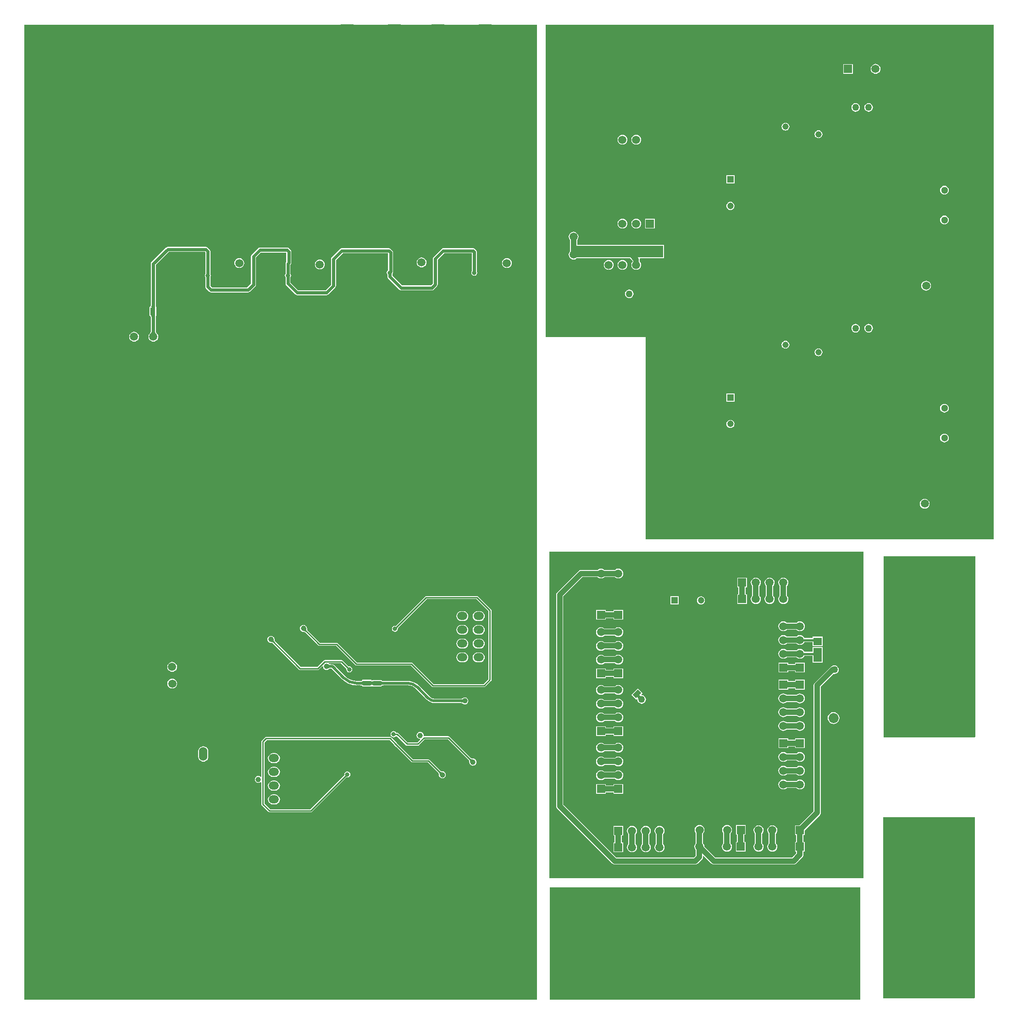
<source format=gbl>
G04*
G04 #@! TF.GenerationSoftware,Altium Limited,Altium Designer,24.0.1 (36)*
G04*
G04 Layer_Physical_Order=2*
G04 Layer_Color=16711680*
%FSLAX44Y44*%
%MOMM*%
G71*
G04*
G04 #@! TF.SameCoordinates,B3AD537C-9D1A-4887-B287-0D13266BF09F*
G04*
G04*
G04 #@! TF.FilePolarity,Positive*
G04*
G01*
G75*
%ADD13C,0.6000*%
%ADD16C,0.5000*%
%ADD17C,0.2540*%
%ADD22R,5.0800X2.4130*%
%ADD24R,2.4130X5.0800*%
%ADD25R,1.5500X1.4000*%
%ADD29R,0.9500X1.4000*%
%ADD30R,1.4000X0.9500*%
G04:AMPARAMS|DCode=40|XSize=0.95mm|YSize=1.4mm|CornerRadius=0mm|HoleSize=0mm|Usage=FLASHONLY|Rotation=135.000|XOffset=0mm|YOffset=0mm|HoleType=Round|Shape=Rectangle|*
%AMROTATEDRECTD40*
4,1,4,0.8309,0.1591,-0.1591,-0.8309,-0.8309,-0.1591,0.1591,0.8309,0.8309,0.1591,0.0*
%
%ADD40ROTATEDRECTD40*%

%ADD127R,1.1500X1.1500*%
%ADD128C,1.1500*%
%ADD129R,1.1500X1.1500*%
%ADD136C,0.3810*%
%ADD137C,1.0000*%
%ADD138C,1.5000*%
%ADD139R,1.5000X1.5000*%
%ADD140C,1.3000*%
%ADD141O,1.9000X1.5000*%
G04:AMPARAMS|DCode=142|XSize=2.54mm|YSize=1.524mm|CornerRadius=0mm|HoleSize=0mm|Usage=FLASHONLY|Rotation=270.000|XOffset=0mm|YOffset=0mm|HoleType=Round|Shape=Octagon|*
%AMOCTAGOND142*
4,1,8,-0.3810,-1.2700,0.3810,-1.2700,0.7620,-0.8890,0.7620,0.8890,0.3810,1.2700,-0.3810,1.2700,-0.7620,0.8890,-0.7620,-0.8890,-0.3810,-1.2700,0.0*
%
%ADD142OCTAGOND142*%

%ADD143O,1.5240X2.5400*%
%ADD144R,1.2000X1.2000*%
%ADD145C,1.2000*%
%ADD146R,1.5000X1.5000*%
%ADD147R,1.8500X1.8500*%
%ADD148C,1.8500*%
%ADD149R,1.2000X1.2000*%
%ADD150C,0.8000*%
%ADD151C,0.6000*%
%ADD152C,5.0000*%
%ADD153C,1.0000*%
%ADD154C,1.2700*%
G36*
X2748000Y2616000D02*
X2105000D01*
Y2989000D01*
X1921000D01*
Y3566000D01*
X2748000D01*
Y2616000D01*
D02*
G37*
G36*
X2714000Y2251242D02*
X2712739Y2249982D01*
X2545000Y2250000D01*
Y2585000D01*
X2714000D01*
Y2251242D01*
D02*
G37*
G36*
X2507328Y1990431D02*
X1927328D01*
Y2593431D01*
X2507328D01*
Y1990431D01*
D02*
G37*
G36*
X2713000Y1769242D02*
X2711740Y1767982D01*
X2544000Y1768000D01*
Y2103000D01*
X2713000D01*
Y1769242D01*
D02*
G37*
G36*
X2502000Y1766000D02*
X1928000D01*
Y1973000D01*
X2502000D01*
Y1766000D01*
D02*
G37*
G36*
X1905000D02*
X958000D01*
Y3566000D01*
X1905000D01*
Y1766000D01*
D02*
G37*
%LPC*%
G36*
X2488040Y3493460D02*
X2470040D01*
Y3475460D01*
X2488040D01*
Y3493460D01*
D02*
G37*
G36*
X2529840Y3493538D02*
X2527491Y3493228D01*
X2525301Y3492321D01*
X2523421Y3490879D01*
X2521979Y3488999D01*
X2521072Y3486809D01*
X2520762Y3484460D01*
X2521072Y3482111D01*
X2521979Y3479921D01*
X2523421Y3478041D01*
X2525301Y3476599D01*
X2527491Y3475692D01*
X2529840Y3475382D01*
X2532189Y3475692D01*
X2534379Y3476599D01*
X2536259Y3478041D01*
X2537702Y3479921D01*
X2538608Y3482111D01*
X2538918Y3484460D01*
X2538608Y3486809D01*
X2537702Y3488999D01*
X2536259Y3490879D01*
X2534379Y3492321D01*
X2532189Y3493228D01*
X2529840Y3493538D01*
D02*
G37*
G36*
X2517140Y3421258D02*
X2515091Y3420988D01*
X2513181Y3420197D01*
X2511541Y3418939D01*
X2510283Y3417299D01*
X2509492Y3415389D01*
X2509222Y3413340D01*
X2509492Y3411291D01*
X2510283Y3409381D01*
X2511541Y3407741D01*
X2513181Y3406483D01*
X2515091Y3405692D01*
X2517140Y3405422D01*
X2519189Y3405692D01*
X2521099Y3406483D01*
X2522739Y3407741D01*
X2523997Y3409381D01*
X2524788Y3411291D01*
X2525058Y3413340D01*
X2524788Y3415389D01*
X2523997Y3417299D01*
X2522739Y3418939D01*
X2521099Y3420197D01*
X2519189Y3420988D01*
X2517140Y3421258D01*
D02*
G37*
G36*
X2493010D02*
X2490961Y3420988D01*
X2489051Y3420197D01*
X2487411Y3418939D01*
X2486153Y3417299D01*
X2485362Y3415389D01*
X2485092Y3413340D01*
X2485362Y3411291D01*
X2486153Y3409381D01*
X2487411Y3407741D01*
X2489051Y3406483D01*
X2490961Y3405692D01*
X2493010Y3405422D01*
X2495059Y3405692D01*
X2496969Y3406483D01*
X2498609Y3407741D01*
X2499867Y3409381D01*
X2500658Y3411291D01*
X2500928Y3413340D01*
X2500658Y3415389D01*
X2499867Y3417299D01*
X2498609Y3418939D01*
X2496969Y3420197D01*
X2495059Y3420988D01*
X2493010Y3421258D01*
D02*
G37*
G36*
X2363470Y3385092D02*
X2361577Y3384843D01*
X2359814Y3384113D01*
X2358299Y3382951D01*
X2357137Y3381436D01*
X2356407Y3379673D01*
X2356158Y3377780D01*
X2356407Y3375887D01*
X2357137Y3374124D01*
X2358299Y3372609D01*
X2359814Y3371447D01*
X2361577Y3370717D01*
X2363470Y3370468D01*
X2365363Y3370717D01*
X2367126Y3371447D01*
X2368641Y3372609D01*
X2369803Y3374124D01*
X2370533Y3375887D01*
X2370783Y3377780D01*
X2370533Y3379673D01*
X2369803Y3381436D01*
X2368641Y3382951D01*
X2367126Y3384113D01*
X2365363Y3384843D01*
X2363470Y3385092D01*
D02*
G37*
G36*
X2424430Y3371123D02*
X2422537Y3370873D01*
X2420774Y3370143D01*
X2419259Y3368981D01*
X2418097Y3367466D01*
X2417367Y3365703D01*
X2417117Y3363810D01*
X2417367Y3361917D01*
X2418097Y3360154D01*
X2419259Y3358639D01*
X2420774Y3357477D01*
X2422537Y3356747D01*
X2424430Y3356497D01*
X2426323Y3356747D01*
X2428086Y3357477D01*
X2429601Y3358639D01*
X2430763Y3360154D01*
X2431493Y3361917D01*
X2431743Y3363810D01*
X2431493Y3365703D01*
X2430763Y3367466D01*
X2429601Y3368981D01*
X2428086Y3370143D01*
X2426323Y3370873D01*
X2424430Y3371123D01*
D02*
G37*
G36*
X2087880Y3362728D02*
X2085531Y3362418D01*
X2083341Y3361512D01*
X2081461Y3360069D01*
X2080019Y3358189D01*
X2079112Y3355999D01*
X2078802Y3353650D01*
X2079112Y3351300D01*
X2080019Y3349111D01*
X2081461Y3347231D01*
X2083341Y3345789D01*
X2085531Y3344882D01*
X2087880Y3344572D01*
X2090229Y3344882D01*
X2092419Y3345789D01*
X2094299Y3347231D01*
X2095741Y3349111D01*
X2096648Y3351300D01*
X2096958Y3353650D01*
X2096648Y3355999D01*
X2095741Y3358189D01*
X2094299Y3360069D01*
X2092419Y3361512D01*
X2090229Y3362418D01*
X2087880Y3362728D01*
D02*
G37*
G36*
X2062480D02*
X2060131Y3362418D01*
X2057941Y3361512D01*
X2056061Y3360069D01*
X2054619Y3358189D01*
X2053712Y3355999D01*
X2053402Y3353650D01*
X2053712Y3351300D01*
X2054619Y3349111D01*
X2056061Y3347231D01*
X2057941Y3345789D01*
X2060131Y3344882D01*
X2062480Y3344572D01*
X2064830Y3344882D01*
X2067019Y3345789D01*
X2068899Y3347231D01*
X2070341Y3349111D01*
X2071248Y3351300D01*
X2071558Y3353650D01*
X2071248Y3355999D01*
X2070341Y3358189D01*
X2068899Y3360069D01*
X2067019Y3361512D01*
X2064830Y3362418D01*
X2062480Y3362728D01*
D02*
G37*
G36*
X2269370Y3287760D02*
X2254370D01*
Y3272760D01*
X2269370D01*
Y3287760D01*
D02*
G37*
G36*
X2657000Y3268569D02*
X2654911Y3268294D01*
X2652965Y3267488D01*
X2651294Y3266206D01*
X2650012Y3264535D01*
X2649206Y3262589D01*
X2648931Y3260500D01*
X2649206Y3258412D01*
X2650012Y3256465D01*
X2651294Y3254794D01*
X2652965Y3253512D01*
X2654911Y3252706D01*
X2657000Y3252431D01*
X2659088Y3252706D01*
X2661035Y3253512D01*
X2662706Y3254794D01*
X2663988Y3256465D01*
X2664794Y3258412D01*
X2665069Y3260500D01*
X2664794Y3262589D01*
X2663988Y3264535D01*
X2662706Y3266206D01*
X2661035Y3267488D01*
X2659088Y3268294D01*
X2657000Y3268569D01*
D02*
G37*
G36*
X2261870Y3239025D02*
X2259912Y3238767D01*
X2258088Y3238011D01*
X2256521Y3236809D01*
X2255319Y3235242D01*
X2254563Y3233418D01*
X2254305Y3231460D01*
X2254563Y3229502D01*
X2255319Y3227678D01*
X2256521Y3226111D01*
X2258088Y3224909D01*
X2259912Y3224153D01*
X2261870Y3223895D01*
X2263828Y3224153D01*
X2265652Y3224909D01*
X2267219Y3226111D01*
X2268421Y3227678D01*
X2269177Y3229502D01*
X2269435Y3231460D01*
X2269177Y3233418D01*
X2268421Y3235242D01*
X2267219Y3236809D01*
X2265652Y3238011D01*
X2263828Y3238767D01*
X2261870Y3239025D01*
D02*
G37*
G36*
X2657000Y3213569D02*
X2654911Y3213294D01*
X2652965Y3212488D01*
X2651294Y3211206D01*
X2650012Y3209535D01*
X2649206Y3207589D01*
X2648931Y3205500D01*
X2649206Y3203412D01*
X2650012Y3201465D01*
X2651294Y3199794D01*
X2652965Y3198512D01*
X2654911Y3197706D01*
X2657000Y3197431D01*
X2659088Y3197706D01*
X2661035Y3198512D01*
X2662706Y3199794D01*
X2663988Y3201465D01*
X2664794Y3203412D01*
X2665069Y3205500D01*
X2664794Y3207589D01*
X2663988Y3209535D01*
X2662706Y3211206D01*
X2661035Y3212488D01*
X2659088Y3213294D01*
X2657000Y3213569D01*
D02*
G37*
G36*
X2122280Y3207710D02*
X2104280D01*
Y3189710D01*
X2122280D01*
Y3207710D01*
D02*
G37*
G36*
X2087880Y3207787D02*
X2085531Y3207478D01*
X2083341Y3206571D01*
X2081461Y3205129D01*
X2080019Y3203249D01*
X2079112Y3201060D01*
X2078802Y3198710D01*
X2079112Y3196360D01*
X2080019Y3194171D01*
X2081461Y3192291D01*
X2083341Y3190849D01*
X2085531Y3189942D01*
X2087880Y3189632D01*
X2090229Y3189942D01*
X2092419Y3190849D01*
X2094299Y3192291D01*
X2095741Y3194171D01*
X2096648Y3196360D01*
X2096958Y3198710D01*
X2096648Y3201060D01*
X2095741Y3203249D01*
X2094299Y3205129D01*
X2092419Y3206571D01*
X2090229Y3207478D01*
X2087880Y3207787D01*
D02*
G37*
G36*
X2062480D02*
X2060131Y3207478D01*
X2057941Y3206571D01*
X2056061Y3205129D01*
X2054619Y3203249D01*
X2053712Y3201060D01*
X2053402Y3198710D01*
X2053712Y3196360D01*
X2054619Y3194171D01*
X2056061Y3192291D01*
X2057941Y3190849D01*
X2060131Y3189942D01*
X2062480Y3189632D01*
X2064830Y3189942D01*
X2067019Y3190849D01*
X2068899Y3192291D01*
X2070341Y3194171D01*
X2071248Y3196360D01*
X2071558Y3198710D01*
X2071248Y3201060D01*
X2070341Y3203249D01*
X2068899Y3205129D01*
X2067019Y3206571D01*
X2064830Y3207478D01*
X2062480Y3207787D01*
D02*
G37*
G36*
X1972310Y3183658D02*
X1969961Y3183348D01*
X1967771Y3182441D01*
X1965891Y3180999D01*
X1964449Y3179119D01*
X1963542Y3176930D01*
X1963232Y3174580D01*
X1963542Y3172231D01*
X1964449Y3170041D01*
X1965461Y3168722D01*
X1965689Y3164404D01*
X1965754Y3164268D01*
Y3151817D01*
X1965686Y3151655D01*
X1965684Y3150816D01*
X1965625Y3148303D01*
X1965573Y3147623D01*
X1965562Y3147550D01*
X1964449Y3146099D01*
X1963542Y3143910D01*
X1963232Y3141560D01*
X1963542Y3139211D01*
X1964449Y3137021D01*
X1965891Y3135141D01*
X1967771Y3133699D01*
X1969961Y3132792D01*
X1972310Y3132482D01*
X1974659Y3132792D01*
X1976849Y3133699D01*
X1978168Y3134711D01*
X1980928Y3134856D01*
X2076422D01*
X2081324Y3129955D01*
Y3128750D01*
X2080019Y3127049D01*
X2079112Y3124860D01*
X2078802Y3122510D01*
X2079112Y3120161D01*
X2080019Y3117971D01*
X2081461Y3116091D01*
X2083341Y3114649D01*
X2085531Y3113742D01*
X2087880Y3113432D01*
X2090229Y3113742D01*
X2092419Y3114649D01*
X2094299Y3116091D01*
X2095741Y3117971D01*
X2096648Y3120161D01*
X2096958Y3122510D01*
X2096648Y3124860D01*
X2095741Y3127049D01*
X2094436Y3128750D01*
Y3132670D01*
X2094315Y3133586D01*
X2095285Y3134856D01*
X2137657Y3134857D01*
X2138806Y3135332D01*
X2139281Y3136480D01*
Y3158070D01*
X2138806Y3159218D01*
X2137657Y3159694D01*
X1978866D01*
Y3164323D01*
X1978934Y3164485D01*
X1978936Y3165324D01*
X1978995Y3167837D01*
X1979047Y3168517D01*
X1979058Y3168589D01*
X1980172Y3170041D01*
X1981078Y3172231D01*
X1981388Y3174580D01*
X1981078Y3176930D01*
X1980172Y3179119D01*
X1978729Y3180999D01*
X1976849Y3182441D01*
X1974659Y3183348D01*
X1972310Y3183658D01*
D02*
G37*
G36*
X2062480Y3131588D02*
X2060131Y3131278D01*
X2057941Y3130371D01*
X2056061Y3128929D01*
X2054619Y3127049D01*
X2053712Y3124860D01*
X2053402Y3122510D01*
X2053712Y3120161D01*
X2054619Y3117971D01*
X2056061Y3116091D01*
X2057941Y3114649D01*
X2060131Y3113742D01*
X2062480Y3113432D01*
X2064830Y3113742D01*
X2067019Y3114649D01*
X2068899Y3116091D01*
X2070341Y3117971D01*
X2071248Y3120161D01*
X2071558Y3122510D01*
X2071248Y3124860D01*
X2070341Y3127049D01*
X2068899Y3128929D01*
X2067019Y3130371D01*
X2064830Y3131278D01*
X2062480Y3131588D01*
D02*
G37*
G36*
X2037080D02*
X2034731Y3131278D01*
X2032541Y3130371D01*
X2030661Y3128929D01*
X2029219Y3127049D01*
X2028312Y3124860D01*
X2028002Y3122510D01*
X2028312Y3120161D01*
X2029219Y3117971D01*
X2030661Y3116091D01*
X2032541Y3114649D01*
X2034731Y3113742D01*
X2037080Y3113432D01*
X2039429Y3113742D01*
X2041619Y3114649D01*
X2043499Y3116091D01*
X2044942Y3117971D01*
X2045848Y3120161D01*
X2046158Y3122510D01*
X2045848Y3124860D01*
X2044942Y3127049D01*
X2043499Y3128929D01*
X2041619Y3130371D01*
X2039429Y3131278D01*
X2037080Y3131588D01*
D02*
G37*
G36*
X2623226Y3093209D02*
X2620876Y3092899D01*
X2618687Y3091993D01*
X2616807Y3090550D01*
X2615364Y3088670D01*
X2614458Y3086481D01*
X2614148Y3084131D01*
X2614458Y3081782D01*
X2615364Y3079593D01*
X2616807Y3077712D01*
X2618687Y3076270D01*
X2620876Y3075363D01*
X2623226Y3075054D01*
X2625575Y3075363D01*
X2627765Y3076270D01*
X2629645Y3077712D01*
X2631087Y3079593D01*
X2631994Y3081782D01*
X2632303Y3084131D01*
X2631994Y3086481D01*
X2631087Y3088670D01*
X2629645Y3090550D01*
X2627765Y3091993D01*
X2625575Y3092899D01*
X2623226Y3093209D01*
D02*
G37*
G36*
X2075180Y3077088D02*
X2073131Y3076818D01*
X2071221Y3076027D01*
X2069581Y3074769D01*
X2068323Y3073129D01*
X2067532Y3071219D01*
X2067262Y3069170D01*
X2067532Y3067121D01*
X2068323Y3065211D01*
X2069581Y3063571D01*
X2071221Y3062313D01*
X2073131Y3061522D01*
X2075180Y3061252D01*
X2077229Y3061522D01*
X2079139Y3062313D01*
X2080779Y3063571D01*
X2082037Y3065211D01*
X2082828Y3067121D01*
X2083098Y3069170D01*
X2082828Y3071219D01*
X2082037Y3073129D01*
X2080779Y3074769D01*
X2079139Y3076027D01*
X2077229Y3076818D01*
X2075180Y3077088D01*
D02*
G37*
G36*
X2517140Y3013588D02*
X2515091Y3013318D01*
X2513181Y3012527D01*
X2511541Y3011269D01*
X2510283Y3009629D01*
X2509492Y3007719D01*
X2509222Y3005670D01*
X2509492Y3003621D01*
X2510283Y3001711D01*
X2511541Y3000071D01*
X2513181Y2998813D01*
X2515091Y2998022D01*
X2517140Y2997752D01*
X2519189Y2998022D01*
X2521099Y2998813D01*
X2522739Y3000071D01*
X2523997Y3001711D01*
X2524788Y3003621D01*
X2525058Y3005670D01*
X2524788Y3007719D01*
X2523997Y3009629D01*
X2522739Y3011269D01*
X2521099Y3012527D01*
X2519189Y3013318D01*
X2517140Y3013588D01*
D02*
G37*
G36*
X2493010D02*
X2490961Y3013318D01*
X2489051Y3012527D01*
X2487411Y3011269D01*
X2486153Y3009629D01*
X2485362Y3007719D01*
X2485092Y3005670D01*
X2485362Y3003621D01*
X2486153Y3001711D01*
X2487411Y3000071D01*
X2489051Y2998813D01*
X2490961Y2998022D01*
X2493010Y2997752D01*
X2495059Y2998022D01*
X2496969Y2998813D01*
X2498609Y3000071D01*
X2499867Y3001711D01*
X2500658Y3003621D01*
X2500928Y3005670D01*
X2500658Y3007719D01*
X2499867Y3009629D01*
X2498609Y3011269D01*
X2496969Y3012527D01*
X2495059Y3013318D01*
X2493010Y3013588D01*
D02*
G37*
G36*
X2363470Y2982503D02*
X2361577Y2982253D01*
X2359814Y2981523D01*
X2358299Y2980361D01*
X2357137Y2978846D01*
X2356407Y2977083D01*
X2356158Y2975190D01*
X2356407Y2973297D01*
X2357137Y2971534D01*
X2358299Y2970019D01*
X2359814Y2968857D01*
X2361577Y2968127D01*
X2363470Y2967878D01*
X2365363Y2968127D01*
X2367126Y2968857D01*
X2368641Y2970019D01*
X2369803Y2971534D01*
X2370533Y2973297D01*
X2370783Y2975190D01*
X2370533Y2977083D01*
X2369803Y2978846D01*
X2368641Y2980361D01*
X2367126Y2981523D01*
X2365363Y2982253D01*
X2363470Y2982503D01*
D02*
G37*
G36*
X2424430Y2968533D02*
X2422537Y2968283D01*
X2420774Y2967553D01*
X2419259Y2966391D01*
X2418097Y2964876D01*
X2417367Y2963112D01*
X2417117Y2961220D01*
X2417367Y2959327D01*
X2418097Y2957564D01*
X2419259Y2956049D01*
X2420774Y2954887D01*
X2422537Y2954156D01*
X2424430Y2953907D01*
X2426323Y2954156D01*
X2428086Y2954887D01*
X2429601Y2956049D01*
X2430763Y2957564D01*
X2431493Y2959327D01*
X2431743Y2961220D01*
X2431493Y2963112D01*
X2430763Y2964876D01*
X2429601Y2966391D01*
X2428086Y2967553D01*
X2426323Y2968283D01*
X2424430Y2968533D01*
D02*
G37*
G36*
X2269370Y2885170D02*
X2254370D01*
Y2870170D01*
X2269370D01*
Y2885170D01*
D02*
G37*
G36*
X2657000Y2865979D02*
X2654911Y2865704D01*
X2652965Y2864898D01*
X2651294Y2863616D01*
X2650012Y2861945D01*
X2649206Y2859998D01*
X2648931Y2857910D01*
X2649206Y2855822D01*
X2650012Y2853875D01*
X2651294Y2852204D01*
X2652965Y2850922D01*
X2654911Y2850116D01*
X2657000Y2849841D01*
X2659088Y2850116D01*
X2661035Y2850922D01*
X2662706Y2852204D01*
X2663988Y2853875D01*
X2664794Y2855822D01*
X2665069Y2857910D01*
X2664794Y2859998D01*
X2663988Y2861945D01*
X2662706Y2863616D01*
X2661035Y2864898D01*
X2659088Y2865704D01*
X2657000Y2865979D01*
D02*
G37*
G36*
X2261870Y2836435D02*
X2259912Y2836177D01*
X2258088Y2835421D01*
X2256521Y2834219D01*
X2255319Y2832652D01*
X2254563Y2830828D01*
X2254305Y2828870D01*
X2254563Y2826912D01*
X2255319Y2825088D01*
X2256521Y2823521D01*
X2258088Y2822319D01*
X2259912Y2821563D01*
X2261870Y2821305D01*
X2263828Y2821563D01*
X2265652Y2822319D01*
X2267219Y2823521D01*
X2268421Y2825088D01*
X2269177Y2826912D01*
X2269435Y2828870D01*
X2269177Y2830828D01*
X2268421Y2832652D01*
X2267219Y2834219D01*
X2265652Y2835421D01*
X2263828Y2836177D01*
X2261870Y2836435D01*
D02*
G37*
G36*
X2657000Y2810979D02*
X2654911Y2810704D01*
X2652965Y2809898D01*
X2651294Y2808616D01*
X2650012Y2806945D01*
X2649206Y2804998D01*
X2648931Y2802910D01*
X2649206Y2800822D01*
X2650012Y2798875D01*
X2651294Y2797204D01*
X2652965Y2795922D01*
X2654911Y2795116D01*
X2657000Y2794841D01*
X2659088Y2795116D01*
X2661035Y2795922D01*
X2662706Y2797204D01*
X2663988Y2798875D01*
X2664794Y2800822D01*
X2665069Y2802910D01*
X2664794Y2804998D01*
X2663988Y2806945D01*
X2662706Y2808616D01*
X2661035Y2809898D01*
X2659088Y2810704D01*
X2657000Y2810979D01*
D02*
G37*
G36*
X2620702Y2690829D02*
X2618352Y2690520D01*
X2616163Y2689613D01*
X2614283Y2688170D01*
X2612840Y2686290D01*
X2611933Y2684101D01*
X2611624Y2681752D01*
X2611933Y2679402D01*
X2612840Y2677213D01*
X2614283Y2675333D01*
X2616163Y2673890D01*
X2618352Y2672983D01*
X2620702Y2672674D01*
X2623051Y2672983D01*
X2625240Y2673890D01*
X2627120Y2675333D01*
X2628563Y2677213D01*
X2629470Y2679402D01*
X2629779Y2681752D01*
X2629470Y2684101D01*
X2628563Y2686290D01*
X2627120Y2688170D01*
X2625240Y2689613D01*
X2623051Y2690520D01*
X2620702Y2690829D01*
D02*
G37*
%LPD*%
G36*
X1977513Y3169132D02*
X1977470Y3168956D01*
X1977433Y3168695D01*
X1977372Y3167918D01*
X1977312Y3165345D01*
X1977310Y3164490D01*
X1967310D01*
X1967060Y3169224D01*
X1977560D01*
X1977513Y3169132D01*
D02*
G37*
G36*
X2137563Y3157975D02*
X2137657Y3157747D01*
Y3136803D01*
X2137563Y3136575D01*
X2137335Y3136480D01*
X2095285Y3136480D01*
X2095285D01*
X2076450Y3136480D01*
X1980885D01*
X1977666Y3136310D01*
Y3136480D01*
X1972310D01*
Y3146916D01*
X1967060D01*
X1967108Y3147007D01*
X1967150Y3147184D01*
X1967188Y3147445D01*
X1967247Y3148222D01*
X1967307Y3150795D01*
X1967310Y3151650D01*
X1972310D01*
Y3158070D01*
X2137335D01*
X2137563Y3157975D01*
D02*
G37*
%LPC*%
G36*
X2054738Y2561699D02*
X2052388Y2561390D01*
X2050199Y2560483D01*
X2048498Y2559178D01*
X2029228D01*
X2027526Y2560483D01*
X2025337Y2561390D01*
X2022988Y2561699D01*
X2020638Y2561390D01*
X2018449Y2560483D01*
X2016748Y2559178D01*
X2007358D01*
Y2559231D01*
X1990358D01*
Y2559178D01*
X1986158D01*
X1984461Y2558954D01*
X1982880Y2558299D01*
X1981522Y2557257D01*
X1942152Y2517887D01*
X1941110Y2516529D01*
X1940455Y2514948D01*
X1940231Y2513251D01*
Y2123361D01*
X1940455Y2121664D01*
X1941110Y2120083D01*
X1942152Y2118726D01*
X2043752Y2017126D01*
X2045110Y2016084D01*
X2046691Y2015429D01*
X2048388Y2015205D01*
X2196978D01*
X2198674Y2015429D01*
X2200256Y2016084D01*
X2201613Y2017126D01*
X2209233Y2024745D01*
X2210275Y2026103D01*
X2210930Y2027684D01*
X2211154Y2029381D01*
Y2030944D01*
X2212327Y2031430D01*
X2226632Y2017126D01*
X2227990Y2016084D01*
X2229571Y2015429D01*
X2231268Y2015205D01*
X2378588D01*
X2380284Y2015429D01*
X2381866Y2016084D01*
X2383223Y2017126D01*
X2394653Y2028555D01*
X2395695Y2029913D01*
X2396350Y2031494D01*
X2396574Y2033191D01*
Y2039431D01*
X2399018D01*
Y2057431D01*
X2396574D01*
Y2069911D01*
X2399018D01*
Y2078640D01*
X2426673Y2106296D01*
X2427715Y2107653D01*
X2428370Y2109234D01*
X2428594Y2110931D01*
Y2343556D01*
X2452583Y2367545D01*
X2454038Y2367354D01*
X2456087Y2367623D01*
X2457997Y2368414D01*
X2459636Y2369673D01*
X2460895Y2371313D01*
X2461686Y2373222D01*
X2461955Y2375271D01*
X2461686Y2377321D01*
X2460895Y2379230D01*
X2459636Y2380870D01*
X2457997Y2382128D01*
X2456087Y2382919D01*
X2454038Y2383189D01*
X2451988Y2382919D01*
X2450079Y2382128D01*
X2449407Y2381613D01*
X2449341Y2381604D01*
X2447760Y2380949D01*
X2446402Y2379907D01*
X2417402Y2350907D01*
X2416360Y2349549D01*
X2415705Y2347968D01*
X2415482Y2346271D01*
Y2113647D01*
X2389746Y2087911D01*
X2381018D01*
Y2069911D01*
X2383461D01*
Y2057431D01*
X2381018D01*
Y2039431D01*
X2383461D01*
Y2035907D01*
X2375872Y2028318D01*
X2233983D01*
X2213646Y2048655D01*
X2213366Y2050781D01*
X2212459Y2052970D01*
X2211154Y2054671D01*
Y2072743D01*
X2211360Y2072902D01*
X2212803Y2074782D01*
X2213709Y2076971D01*
X2214019Y2079321D01*
X2213709Y2081670D01*
X2212803Y2083859D01*
X2211360Y2085739D01*
X2209480Y2087182D01*
X2207291Y2088089D01*
X2204941Y2088398D01*
X2202592Y2088089D01*
X2200402Y2087182D01*
X2198522Y2085739D01*
X2197080Y2083859D01*
X2196173Y2081670D01*
X2195863Y2079321D01*
X2196173Y2076971D01*
X2197080Y2074782D01*
X2198042Y2073528D01*
Y2054671D01*
X2196736Y2052970D01*
X2195829Y2050781D01*
X2195520Y2048431D01*
X2195829Y2046082D01*
X2196736Y2043893D01*
X2198042Y2042191D01*
Y2032097D01*
X2194262Y2028318D01*
X2051103D01*
X1953344Y2126077D01*
Y2510536D01*
X1988873Y2546065D01*
X2016748D01*
X2018449Y2544760D01*
X2020638Y2543853D01*
X2022988Y2543544D01*
X2025337Y2543853D01*
X2027526Y2544760D01*
X2029228Y2546065D01*
X2048498D01*
X2050199Y2544760D01*
X2052388Y2543853D01*
X2054738Y2543544D01*
X2057087Y2543853D01*
X2059276Y2544760D01*
X2061156Y2546203D01*
X2062599Y2548083D01*
X2063506Y2550272D01*
X2063815Y2552621D01*
X2063506Y2554971D01*
X2062599Y2557160D01*
X2061156Y2559040D01*
X2059276Y2560483D01*
X2057087Y2561390D01*
X2054738Y2561699D01*
D02*
G37*
G36*
X2292338Y2545111D02*
X2274338D01*
Y2527111D01*
X2276781D01*
Y2514631D01*
X2274338D01*
Y2496631D01*
X2292338D01*
Y2514631D01*
X2289894D01*
Y2527111D01*
X2292338D01*
Y2545111D01*
D02*
G37*
G36*
X2359538Y2545189D02*
X2357188Y2544880D01*
X2354999Y2543973D01*
X2353119Y2542530D01*
X2351676Y2540650D01*
X2350769Y2538461D01*
X2350460Y2536111D01*
X2350769Y2533762D01*
X2351676Y2531573D01*
X2352982Y2529871D01*
Y2511871D01*
X2351676Y2510170D01*
X2350769Y2507981D01*
X2350460Y2505631D01*
X2350769Y2503282D01*
X2351676Y2501093D01*
X2353119Y2499212D01*
X2354999Y2497770D01*
X2357188Y2496863D01*
X2359538Y2496554D01*
X2361887Y2496863D01*
X2364076Y2497770D01*
X2365957Y2499212D01*
X2367399Y2501093D01*
X2368306Y2503282D01*
X2368615Y2505631D01*
X2368306Y2507981D01*
X2367399Y2510170D01*
X2366094Y2511871D01*
Y2529871D01*
X2367399Y2531573D01*
X2368306Y2533762D01*
X2368615Y2536111D01*
X2368306Y2538461D01*
X2367399Y2540650D01*
X2365957Y2542530D01*
X2364076Y2543973D01*
X2361887Y2544880D01*
X2359538Y2545189D01*
D02*
G37*
G36*
X2334138D02*
X2331788Y2544880D01*
X2329599Y2543973D01*
X2327719Y2542530D01*
X2326276Y2540650D01*
X2325369Y2538461D01*
X2325060Y2536111D01*
X2325369Y2533762D01*
X2326276Y2531573D01*
X2327581Y2529871D01*
Y2511871D01*
X2326276Y2510170D01*
X2325369Y2507981D01*
X2325060Y2505631D01*
X2325369Y2503282D01*
X2326276Y2501093D01*
X2327719Y2499212D01*
X2329599Y2497770D01*
X2331788Y2496863D01*
X2334138Y2496554D01*
X2336487Y2496863D01*
X2338676Y2497770D01*
X2340556Y2499212D01*
X2341999Y2501093D01*
X2342906Y2503282D01*
X2343215Y2505631D01*
X2342906Y2507981D01*
X2341999Y2510170D01*
X2340694Y2511871D01*
Y2529871D01*
X2341999Y2531573D01*
X2342906Y2533762D01*
X2343215Y2536111D01*
X2342906Y2538461D01*
X2341999Y2540650D01*
X2340556Y2542530D01*
X2338676Y2543973D01*
X2336487Y2544880D01*
X2334138Y2545189D01*
D02*
G37*
G36*
X2308738D02*
X2306388Y2544880D01*
X2304199Y2543973D01*
X2302319Y2542530D01*
X2300876Y2540650D01*
X2299969Y2538461D01*
X2299660Y2536111D01*
X2299969Y2533762D01*
X2300876Y2531573D01*
X2302182Y2529871D01*
Y2511871D01*
X2300876Y2510170D01*
X2299969Y2507981D01*
X2299660Y2505631D01*
X2299969Y2503282D01*
X2300876Y2501093D01*
X2302319Y2499212D01*
X2304199Y2497770D01*
X2306388Y2496863D01*
X2308738Y2496554D01*
X2311087Y2496863D01*
X2313276Y2497770D01*
X2315157Y2499212D01*
X2316599Y2501093D01*
X2317506Y2503282D01*
X2317815Y2505631D01*
X2317506Y2507981D01*
X2316599Y2510170D01*
X2315294Y2511871D01*
Y2529871D01*
X2316599Y2531573D01*
X2317506Y2533762D01*
X2317815Y2536111D01*
X2317506Y2538461D01*
X2316599Y2540650D01*
X2315157Y2542530D01*
X2313276Y2543973D01*
X2311087Y2544880D01*
X2308738Y2545189D01*
D02*
G37*
G36*
X2166108Y2510591D02*
X2151108D01*
Y2495591D01*
X2166108D01*
Y2510591D01*
D02*
G37*
G36*
X2207408Y2510656D02*
X2205450Y2510398D01*
X2203625Y2509643D01*
X2202059Y2508440D01*
X2200856Y2506874D01*
X2200101Y2505049D01*
X2199843Y2503091D01*
X2200101Y2501134D01*
X2200856Y2499309D01*
X2202059Y2497742D01*
X2203625Y2496540D01*
X2205450Y2495784D01*
X2207408Y2495527D01*
X2209366Y2495784D01*
X2211190Y2496540D01*
X2212757Y2497742D01*
X2213959Y2499309D01*
X2214715Y2501134D01*
X2214972Y2503091D01*
X2214715Y2505049D01*
X2213959Y2506874D01*
X2212757Y2508440D01*
X2211190Y2509643D01*
X2209366Y2510398D01*
X2207408Y2510656D01*
D02*
G37*
G36*
X2063738Y2485421D02*
X2045738D01*
Y2482977D01*
X2031988D01*
Y2485421D01*
X2013988D01*
Y2467421D01*
X2031988D01*
Y2469865D01*
X2045738D01*
Y2467421D01*
X2063738D01*
Y2485421D01*
D02*
G37*
G36*
X2390018Y2464519D02*
X2387668Y2464210D01*
X2385479Y2463303D01*
X2383778Y2461997D01*
X2365778D01*
X2364076Y2463303D01*
X2361887Y2464210D01*
X2359538Y2464519D01*
X2357188Y2464210D01*
X2354999Y2463303D01*
X2353119Y2461860D01*
X2351676Y2459980D01*
X2350769Y2457791D01*
X2350460Y2455441D01*
X2350769Y2453092D01*
X2351676Y2450903D01*
X2353119Y2449023D01*
X2354999Y2447580D01*
X2357188Y2446673D01*
X2359538Y2446364D01*
X2361887Y2446673D01*
X2364076Y2447580D01*
X2365778Y2448885D01*
X2383778D01*
X2385479Y2447580D01*
X2387668Y2446673D01*
X2390018Y2446364D01*
X2392367Y2446673D01*
X2394556Y2447580D01*
X2396436Y2449023D01*
X2397879Y2450903D01*
X2398786Y2453092D01*
X2399095Y2455441D01*
X2398786Y2457791D01*
X2397879Y2459980D01*
X2396436Y2461860D01*
X2394556Y2463303D01*
X2392367Y2464210D01*
X2390018Y2464519D01*
D02*
G37*
G36*
X2054738Y2453749D02*
X2052388Y2453440D01*
X2050199Y2452533D01*
X2048498Y2451228D01*
X2029228D01*
X2027526Y2452533D01*
X2025337Y2453440D01*
X2022988Y2453749D01*
X2020638Y2453440D01*
X2018449Y2452533D01*
X2016569Y2451090D01*
X2015126Y2449210D01*
X2014219Y2447021D01*
X2013910Y2444671D01*
X2014219Y2442322D01*
X2015126Y2440133D01*
X2016569Y2438253D01*
X2018449Y2436810D01*
X2020638Y2435903D01*
X2022988Y2435594D01*
X2025337Y2435903D01*
X2027526Y2436810D01*
X2029228Y2438115D01*
X2048498D01*
X2050199Y2436810D01*
X2052388Y2435903D01*
X2054738Y2435594D01*
X2057087Y2435903D01*
X2059276Y2436810D01*
X2061156Y2438253D01*
X2062599Y2440133D01*
X2063506Y2442322D01*
X2063815Y2444671D01*
X2063506Y2447021D01*
X2062599Y2449210D01*
X2061156Y2451090D01*
X2059276Y2452533D01*
X2057087Y2453440D01*
X2054738Y2453749D01*
D02*
G37*
G36*
X2390018Y2439119D02*
X2387668Y2438810D01*
X2385479Y2437903D01*
X2383778Y2436597D01*
X2365778D01*
X2364076Y2437903D01*
X2361887Y2438810D01*
X2359538Y2439119D01*
X2357188Y2438810D01*
X2354999Y2437903D01*
X2353119Y2436460D01*
X2351676Y2434580D01*
X2350769Y2432391D01*
X2350460Y2430041D01*
X2350769Y2427692D01*
X2351676Y2425503D01*
X2353119Y2423622D01*
X2354999Y2422180D01*
X2357188Y2421273D01*
X2359538Y2420964D01*
X2361887Y2421273D01*
X2364076Y2422180D01*
X2365778Y2423485D01*
X2383778D01*
X2385479Y2422180D01*
X2387668Y2421273D01*
X2390018Y2420964D01*
X2392367Y2421273D01*
X2394556Y2422180D01*
X2396436Y2423622D01*
X2397879Y2425503D01*
X2398321Y2426570D01*
X2413788D01*
Y2419001D01*
X2432288D01*
Y2436001D01*
X2413788D01*
Y2433513D01*
X2398321D01*
X2397879Y2434580D01*
X2396436Y2436460D01*
X2394556Y2437903D01*
X2392367Y2438810D01*
X2390018Y2439119D01*
D02*
G37*
G36*
X2054738Y2428349D02*
X2052388Y2428040D01*
X2050199Y2427133D01*
X2048498Y2425827D01*
X2029228D01*
X2027526Y2427133D01*
X2025337Y2428040D01*
X2022988Y2428349D01*
X2020638Y2428040D01*
X2018449Y2427133D01*
X2016569Y2425690D01*
X2015126Y2423810D01*
X2014219Y2421621D01*
X2013910Y2419271D01*
X2014219Y2416922D01*
X2015126Y2414733D01*
X2016569Y2412852D01*
X2018449Y2411410D01*
X2020638Y2410503D01*
X2022988Y2410194D01*
X2025337Y2410503D01*
X2027526Y2411410D01*
X2029228Y2412715D01*
X2048498D01*
X2050199Y2411410D01*
X2052388Y2410503D01*
X2054738Y2410194D01*
X2057087Y2410503D01*
X2059276Y2411410D01*
X2061156Y2412852D01*
X2062599Y2414733D01*
X2063506Y2416922D01*
X2063815Y2419271D01*
X2063506Y2421621D01*
X2062599Y2423810D01*
X2061156Y2425690D01*
X2059276Y2427133D01*
X2057087Y2428040D01*
X2054738Y2428349D01*
D02*
G37*
G36*
X2432288Y2417001D02*
X2413788D01*
Y2408113D01*
X2398321D01*
X2397879Y2409180D01*
X2396436Y2411060D01*
X2394556Y2412503D01*
X2392367Y2413410D01*
X2390018Y2413719D01*
X2387668Y2413410D01*
X2385479Y2412503D01*
X2383778Y2411197D01*
X2365778D01*
X2364076Y2412503D01*
X2361887Y2413410D01*
X2359538Y2413719D01*
X2357188Y2413410D01*
X2354999Y2412503D01*
X2353119Y2411060D01*
X2351676Y2409180D01*
X2350769Y2406991D01*
X2350460Y2404641D01*
X2350769Y2402292D01*
X2351676Y2400103D01*
X2353119Y2398223D01*
X2354999Y2396780D01*
X2357188Y2395873D01*
X2359538Y2395564D01*
X2361887Y2395873D01*
X2364076Y2396780D01*
X2365778Y2398085D01*
X2383778D01*
X2385479Y2396780D01*
X2387668Y2395873D01*
X2390018Y2395564D01*
X2392367Y2395873D01*
X2394556Y2396780D01*
X2396436Y2398223D01*
X2397879Y2400103D01*
X2398321Y2401170D01*
X2413788D01*
Y2388521D01*
X2432288D01*
Y2400001D01*
Y2417001D01*
D02*
G37*
G36*
X2054738Y2402949D02*
X2052388Y2402640D01*
X2050199Y2401733D01*
X2048498Y2400428D01*
X2029228D01*
X2027526Y2401733D01*
X2025337Y2402640D01*
X2022988Y2402949D01*
X2020638Y2402640D01*
X2018449Y2401733D01*
X2016569Y2400290D01*
X2015126Y2398410D01*
X2014219Y2396221D01*
X2013910Y2393871D01*
X2014219Y2391522D01*
X2015126Y2389333D01*
X2016569Y2387453D01*
X2018449Y2386010D01*
X2020638Y2385103D01*
X2022988Y2384794D01*
X2025337Y2385103D01*
X2027526Y2386010D01*
X2029228Y2387315D01*
X2048498D01*
X2050199Y2386010D01*
X2052388Y2385103D01*
X2054738Y2384794D01*
X2057087Y2385103D01*
X2059276Y2386010D01*
X2061156Y2387453D01*
X2062599Y2389333D01*
X2063506Y2391522D01*
X2063815Y2393871D01*
X2063506Y2396221D01*
X2062599Y2398410D01*
X2061156Y2400290D01*
X2059276Y2401733D01*
X2057087Y2402640D01*
X2054738Y2402949D01*
D02*
G37*
G36*
X2399018Y2388241D02*
X2381018D01*
Y2385797D01*
X2368538D01*
Y2388241D01*
X2350538D01*
Y2370241D01*
X2368538D01*
Y2372685D01*
X2381018D01*
Y2370241D01*
X2399018D01*
Y2388241D01*
D02*
G37*
G36*
X2063738Y2377471D02*
X2045738D01*
Y2375027D01*
X2031988D01*
Y2377471D01*
X2013988D01*
Y2359471D01*
X2031988D01*
Y2361915D01*
X2045738D01*
Y2359471D01*
X2063738D01*
Y2377471D01*
D02*
G37*
G36*
X2399018Y2356491D02*
X2381018D01*
Y2354047D01*
X2368538D01*
Y2356491D01*
X2350538D01*
Y2338491D01*
X2368538D01*
Y2340935D01*
X2381018D01*
Y2338491D01*
X2399018D01*
Y2356491D01*
D02*
G37*
G36*
X2054738Y2347069D02*
X2052388Y2346760D01*
X2050199Y2345853D01*
X2048498Y2344547D01*
X2029228D01*
X2027526Y2345853D01*
X2025337Y2346760D01*
X2022988Y2347069D01*
X2020638Y2346760D01*
X2018449Y2345853D01*
X2016569Y2344410D01*
X2015126Y2342530D01*
X2014219Y2340341D01*
X2013910Y2337991D01*
X2014219Y2335642D01*
X2015126Y2333453D01*
X2016569Y2331573D01*
X2018449Y2330130D01*
X2020638Y2329223D01*
X2022988Y2328914D01*
X2025337Y2329223D01*
X2027526Y2330130D01*
X2029228Y2331435D01*
X2048498D01*
X2050199Y2330130D01*
X2052388Y2329223D01*
X2054738Y2328914D01*
X2057087Y2329223D01*
X2059276Y2330130D01*
X2061156Y2331573D01*
X2062599Y2333453D01*
X2063506Y2335642D01*
X2063815Y2337991D01*
X2063506Y2340341D01*
X2062599Y2342530D01*
X2061156Y2344410D01*
X2059276Y2345853D01*
X2057087Y2346760D01*
X2054738Y2347069D01*
D02*
G37*
G36*
X2390018Y2331169D02*
X2387668Y2330860D01*
X2385479Y2329953D01*
X2383778Y2328647D01*
X2365778D01*
X2364076Y2329953D01*
X2361887Y2330860D01*
X2359538Y2331169D01*
X2357188Y2330860D01*
X2354999Y2329953D01*
X2353119Y2328510D01*
X2351676Y2326630D01*
X2350769Y2324441D01*
X2350460Y2322091D01*
X2350769Y2319742D01*
X2351676Y2317553D01*
X2353119Y2315672D01*
X2354999Y2314230D01*
X2357188Y2313323D01*
X2359538Y2313014D01*
X2361887Y2313323D01*
X2364076Y2314230D01*
X2365778Y2315535D01*
X2383778D01*
X2385479Y2314230D01*
X2387668Y2313323D01*
X2390018Y2313014D01*
X2392367Y2313323D01*
X2394556Y2314230D01*
X2396436Y2315672D01*
X2397879Y2317553D01*
X2398786Y2319742D01*
X2399095Y2322091D01*
X2398786Y2324441D01*
X2397879Y2326630D01*
X2396436Y2328510D01*
X2394556Y2329953D01*
X2392367Y2330860D01*
X2390018Y2331169D01*
D02*
G37*
G36*
X2054738Y2321669D02*
X2052388Y2321360D01*
X2050199Y2320453D01*
X2048498Y2319147D01*
X2029228D01*
X2027526Y2320453D01*
X2025337Y2321360D01*
X2022988Y2321669D01*
X2020638Y2321360D01*
X2018449Y2320453D01*
X2016569Y2319010D01*
X2015126Y2317130D01*
X2014219Y2314941D01*
X2013910Y2312591D01*
X2014219Y2310242D01*
X2015126Y2308053D01*
X2016569Y2306172D01*
X2018449Y2304730D01*
X2020638Y2303823D01*
X2022988Y2303514D01*
X2025337Y2303823D01*
X2027526Y2304730D01*
X2029228Y2306035D01*
X2048498D01*
X2050199Y2304730D01*
X2052388Y2303823D01*
X2054738Y2303514D01*
X2057087Y2303823D01*
X2059276Y2304730D01*
X2061156Y2306172D01*
X2062599Y2308053D01*
X2063506Y2310242D01*
X2063815Y2312591D01*
X2063506Y2314941D01*
X2062599Y2317130D01*
X2061156Y2319010D01*
X2059276Y2320453D01*
X2057087Y2321360D01*
X2054738Y2321669D01*
D02*
G37*
G36*
X2090809Y2340611D02*
X2078788Y2328590D01*
X2087627Y2319751D01*
X2088664Y2320787D01*
X2089944Y2320271D01*
X2089945Y2320244D01*
X2090018Y2320077D01*
X2090270Y2318162D01*
X2091061Y2316252D01*
X2092319Y2314613D01*
X2093959Y2313354D01*
X2095868Y2312563D01*
X2097918Y2312294D01*
X2099967Y2312563D01*
X2101877Y2313354D01*
X2103516Y2314613D01*
X2104775Y2316252D01*
X2105565Y2318162D01*
X2105835Y2320211D01*
X2105565Y2322261D01*
X2104775Y2324170D01*
X2103516Y2325810D01*
X2101877Y2327068D01*
X2099967Y2327859D01*
X2098052Y2328111D01*
X2097885Y2328184D01*
X2097858Y2328185D01*
X2097342Y2329465D01*
X2099648Y2331772D01*
X2090809Y2340611D01*
D02*
G37*
G36*
X2390018Y2305769D02*
X2387668Y2305460D01*
X2385479Y2304553D01*
X2383778Y2303247D01*
X2365778D01*
X2364076Y2304553D01*
X2361887Y2305460D01*
X2359538Y2305769D01*
X2357188Y2305460D01*
X2354999Y2304553D01*
X2353119Y2303110D01*
X2351676Y2301230D01*
X2350769Y2299041D01*
X2350460Y2296691D01*
X2350769Y2294342D01*
X2351676Y2292153D01*
X2353119Y2290273D01*
X2354999Y2288830D01*
X2357188Y2287923D01*
X2359538Y2287614D01*
X2361887Y2287923D01*
X2364076Y2288830D01*
X2365778Y2290135D01*
X2383778D01*
X2385479Y2288830D01*
X2387668Y2287923D01*
X2390018Y2287614D01*
X2392367Y2287923D01*
X2394556Y2288830D01*
X2396436Y2290273D01*
X2397879Y2292153D01*
X2398786Y2294342D01*
X2399095Y2296691D01*
X2398786Y2299041D01*
X2397879Y2301230D01*
X2396436Y2303110D01*
X2394556Y2304553D01*
X2392367Y2305460D01*
X2390018Y2305769D01*
D02*
G37*
G36*
X2054738Y2296269D02*
X2052388Y2295960D01*
X2050199Y2295053D01*
X2048498Y2293748D01*
X2029228D01*
X2027526Y2295053D01*
X2025337Y2295960D01*
X2022988Y2296269D01*
X2020638Y2295960D01*
X2018449Y2295053D01*
X2016569Y2293610D01*
X2015126Y2291730D01*
X2014219Y2289541D01*
X2013910Y2287191D01*
X2014219Y2284842D01*
X2015126Y2282653D01*
X2016569Y2280773D01*
X2018449Y2279330D01*
X2020638Y2278423D01*
X2022988Y2278114D01*
X2025337Y2278423D01*
X2027526Y2279330D01*
X2029228Y2280635D01*
X2048498D01*
X2050199Y2279330D01*
X2052388Y2278423D01*
X2054738Y2278114D01*
X2057087Y2278423D01*
X2059276Y2279330D01*
X2061156Y2280773D01*
X2062599Y2282653D01*
X2063506Y2284842D01*
X2063815Y2287191D01*
X2063506Y2289541D01*
X2062599Y2291730D01*
X2061156Y2293610D01*
X2059276Y2295053D01*
X2057087Y2295960D01*
X2054738Y2296269D01*
D02*
G37*
G36*
X2390018Y2280369D02*
X2387668Y2280060D01*
X2385479Y2279153D01*
X2383778Y2277847D01*
X2365778D01*
X2364076Y2279153D01*
X2361887Y2280060D01*
X2359538Y2280369D01*
X2357188Y2280060D01*
X2354999Y2279153D01*
X2353119Y2277710D01*
X2351676Y2275830D01*
X2350769Y2273641D01*
X2350460Y2271291D01*
X2350769Y2268942D01*
X2351676Y2266753D01*
X2353119Y2264872D01*
X2354999Y2263430D01*
X2357188Y2262523D01*
X2359538Y2262214D01*
X2361887Y2262523D01*
X2364076Y2263430D01*
X2365778Y2264735D01*
X2383778D01*
X2385479Y2263430D01*
X2387668Y2262523D01*
X2390018Y2262214D01*
X2392367Y2262523D01*
X2394556Y2263430D01*
X2396436Y2264872D01*
X2397879Y2266753D01*
X2398786Y2268942D01*
X2399095Y2271291D01*
X2398786Y2273641D01*
X2397879Y2275830D01*
X2396436Y2277710D01*
X2394556Y2279153D01*
X2392367Y2280060D01*
X2390018Y2280369D01*
D02*
G37*
G36*
X2452248Y2296764D02*
X2449441Y2296395D01*
X2446826Y2295311D01*
X2444581Y2293588D01*
X2442858Y2291343D01*
X2441774Y2288728D01*
X2441405Y2285921D01*
X2441774Y2283115D01*
X2442858Y2280500D01*
X2444581Y2278254D01*
X2446826Y2276531D01*
X2449441Y2275448D01*
X2452248Y2275079D01*
X2455054Y2275448D01*
X2457669Y2276531D01*
X2459915Y2278254D01*
X2461638Y2280500D01*
X2462721Y2283115D01*
X2463090Y2285921D01*
X2462721Y2288728D01*
X2461638Y2291343D01*
X2459915Y2293588D01*
X2457669Y2295311D01*
X2455054Y2296395D01*
X2452248Y2296764D01*
D02*
G37*
G36*
X2063738Y2270791D02*
X2045738D01*
Y2268347D01*
X2031988D01*
Y2270791D01*
X2013988D01*
Y2252791D01*
X2031988D01*
Y2255235D01*
X2045738D01*
Y2252791D01*
X2063738D01*
Y2270791D01*
D02*
G37*
G36*
X2399018Y2248541D02*
X2381018D01*
Y2246097D01*
X2368538D01*
Y2248541D01*
X2350538D01*
Y2230541D01*
X2368538D01*
Y2232985D01*
X2381018D01*
Y2230541D01*
X2399018D01*
Y2248541D01*
D02*
G37*
G36*
X2054738Y2240389D02*
X2052388Y2240080D01*
X2050199Y2239173D01*
X2048498Y2237867D01*
X2029228D01*
X2027526Y2239173D01*
X2025337Y2240080D01*
X2022988Y2240389D01*
X2020638Y2240080D01*
X2018449Y2239173D01*
X2016569Y2237730D01*
X2015126Y2235850D01*
X2014219Y2233661D01*
X2013910Y2231311D01*
X2014219Y2228962D01*
X2015126Y2226773D01*
X2016569Y2224892D01*
X2018449Y2223450D01*
X2020638Y2222543D01*
X2022988Y2222234D01*
X2025337Y2222543D01*
X2027526Y2223450D01*
X2029228Y2224755D01*
X2048498D01*
X2050199Y2223450D01*
X2052388Y2222543D01*
X2054738Y2222234D01*
X2057087Y2222543D01*
X2059276Y2223450D01*
X2061156Y2224892D01*
X2062599Y2226773D01*
X2063506Y2228962D01*
X2063815Y2231311D01*
X2063506Y2233661D01*
X2062599Y2235850D01*
X2061156Y2237730D01*
X2059276Y2239173D01*
X2057087Y2240080D01*
X2054738Y2240389D01*
D02*
G37*
G36*
X2390018Y2223219D02*
X2387668Y2222910D01*
X2385479Y2222003D01*
X2383778Y2220697D01*
X2365778D01*
X2364076Y2222003D01*
X2361887Y2222910D01*
X2359538Y2223219D01*
X2357188Y2222910D01*
X2354999Y2222003D01*
X2353119Y2220560D01*
X2351676Y2218680D01*
X2350769Y2216491D01*
X2350460Y2214141D01*
X2350769Y2211792D01*
X2351676Y2209603D01*
X2353119Y2207722D01*
X2354999Y2206280D01*
X2357188Y2205373D01*
X2359538Y2205064D01*
X2361887Y2205373D01*
X2364076Y2206280D01*
X2365778Y2207585D01*
X2383778D01*
X2385479Y2206280D01*
X2387668Y2205373D01*
X2390018Y2205064D01*
X2392367Y2205373D01*
X2394556Y2206280D01*
X2396436Y2207722D01*
X2397879Y2209603D01*
X2398786Y2211792D01*
X2399095Y2214141D01*
X2398786Y2216491D01*
X2397879Y2218680D01*
X2396436Y2220560D01*
X2394556Y2222003D01*
X2392367Y2222910D01*
X2390018Y2223219D01*
D02*
G37*
G36*
X2054738Y2214989D02*
X2052388Y2214680D01*
X2050199Y2213773D01*
X2048498Y2212467D01*
X2029228D01*
X2027526Y2213773D01*
X2025337Y2214680D01*
X2022988Y2214989D01*
X2020638Y2214680D01*
X2018449Y2213773D01*
X2016569Y2212330D01*
X2015126Y2210450D01*
X2014219Y2208261D01*
X2013910Y2205911D01*
X2014219Y2203562D01*
X2015126Y2201373D01*
X2016569Y2199492D01*
X2018449Y2198050D01*
X2020638Y2197143D01*
X2022988Y2196834D01*
X2025337Y2197143D01*
X2027526Y2198050D01*
X2029228Y2199355D01*
X2048498D01*
X2050199Y2198050D01*
X2052388Y2197143D01*
X2054738Y2196834D01*
X2057087Y2197143D01*
X2059276Y2198050D01*
X2061156Y2199492D01*
X2062599Y2201373D01*
X2063506Y2203562D01*
X2063815Y2205911D01*
X2063506Y2208261D01*
X2062599Y2210450D01*
X2061156Y2212330D01*
X2059276Y2213773D01*
X2057087Y2214680D01*
X2054738Y2214989D01*
D02*
G37*
G36*
X2390018Y2197819D02*
X2387668Y2197510D01*
X2385479Y2196603D01*
X2383778Y2195297D01*
X2365778D01*
X2364076Y2196603D01*
X2361887Y2197510D01*
X2359538Y2197819D01*
X2357188Y2197510D01*
X2354999Y2196603D01*
X2353119Y2195160D01*
X2351676Y2193280D01*
X2350769Y2191091D01*
X2350460Y2188741D01*
X2350769Y2186392D01*
X2351676Y2184203D01*
X2353119Y2182323D01*
X2354999Y2180880D01*
X2357188Y2179973D01*
X2359538Y2179664D01*
X2361887Y2179973D01*
X2364076Y2180880D01*
X2365778Y2182185D01*
X2383778D01*
X2385479Y2180880D01*
X2387668Y2179973D01*
X2390018Y2179664D01*
X2392367Y2179973D01*
X2394556Y2180880D01*
X2396436Y2182323D01*
X2397879Y2184203D01*
X2398786Y2186392D01*
X2399095Y2188741D01*
X2398786Y2191091D01*
X2397879Y2193280D01*
X2396436Y2195160D01*
X2394556Y2196603D01*
X2392367Y2197510D01*
X2390018Y2197819D01*
D02*
G37*
G36*
X2054738Y2189589D02*
X2052388Y2189280D01*
X2050199Y2188373D01*
X2048498Y2187068D01*
X2029228D01*
X2027526Y2188373D01*
X2025337Y2189280D01*
X2022988Y2189589D01*
X2020638Y2189280D01*
X2018449Y2188373D01*
X2016569Y2186930D01*
X2015126Y2185050D01*
X2014219Y2182861D01*
X2013910Y2180511D01*
X2014219Y2178162D01*
X2015126Y2175973D01*
X2016569Y2174093D01*
X2018449Y2172650D01*
X2020638Y2171743D01*
X2022988Y2171434D01*
X2025337Y2171743D01*
X2027526Y2172650D01*
X2029228Y2173955D01*
X2048498D01*
X2050199Y2172650D01*
X2052388Y2171743D01*
X2054738Y2171434D01*
X2057087Y2171743D01*
X2059276Y2172650D01*
X2061156Y2174093D01*
X2062599Y2175973D01*
X2063506Y2178162D01*
X2063815Y2180511D01*
X2063506Y2182861D01*
X2062599Y2185050D01*
X2061156Y2186930D01*
X2059276Y2188373D01*
X2057087Y2189280D01*
X2054738Y2189589D01*
D02*
G37*
G36*
X2390018Y2172419D02*
X2387668Y2172110D01*
X2385479Y2171203D01*
X2383778Y2169897D01*
X2365778D01*
X2364076Y2171203D01*
X2361887Y2172110D01*
X2359538Y2172419D01*
X2357188Y2172110D01*
X2354999Y2171203D01*
X2353119Y2169760D01*
X2351676Y2167880D01*
X2350769Y2165691D01*
X2350460Y2163341D01*
X2350769Y2160992D01*
X2351676Y2158803D01*
X2353119Y2156922D01*
X2354999Y2155480D01*
X2357188Y2154573D01*
X2359538Y2154264D01*
X2361887Y2154573D01*
X2364076Y2155480D01*
X2365778Y2156785D01*
X2383778D01*
X2385479Y2155480D01*
X2387668Y2154573D01*
X2390018Y2154264D01*
X2392367Y2154573D01*
X2394556Y2155480D01*
X2396436Y2156922D01*
X2397879Y2158803D01*
X2398786Y2160992D01*
X2399095Y2163341D01*
X2398786Y2165691D01*
X2397879Y2167880D01*
X2396436Y2169760D01*
X2394556Y2171203D01*
X2392367Y2172110D01*
X2390018Y2172419D01*
D02*
G37*
G36*
X2063738Y2164111D02*
X2045738D01*
Y2161667D01*
X2031988D01*
Y2164111D01*
X2013988D01*
Y2146111D01*
X2031988D01*
Y2148555D01*
X2045738D01*
Y2146111D01*
X2063738D01*
Y2164111D01*
D02*
G37*
G36*
X2290141Y2088321D02*
X2272141D01*
Y2070321D01*
X2274241D01*
Y2057431D01*
X2271798D01*
Y2039431D01*
X2289798D01*
Y2057431D01*
X2287354D01*
Y2070321D01*
X2290141D01*
Y2088321D01*
D02*
G37*
G36*
X2339218Y2087989D02*
X2336868Y2087680D01*
X2334679Y2086773D01*
X2332799Y2085330D01*
X2331356Y2083450D01*
X2330449Y2081261D01*
X2330140Y2078911D01*
X2330449Y2076562D01*
X2331356Y2074373D01*
X2332661Y2072671D01*
Y2054671D01*
X2331356Y2052970D01*
X2330449Y2050781D01*
X2330140Y2048431D01*
X2330449Y2046082D01*
X2331356Y2043893D01*
X2332799Y2042012D01*
X2334679Y2040570D01*
X2336868Y2039663D01*
X2339218Y2039354D01*
X2341567Y2039663D01*
X2343756Y2040570D01*
X2345636Y2042012D01*
X2347079Y2043893D01*
X2347986Y2046082D01*
X2348295Y2048431D01*
X2347986Y2050781D01*
X2347079Y2052970D01*
X2345774Y2054671D01*
Y2072671D01*
X2347079Y2074373D01*
X2347986Y2076562D01*
X2348295Y2078911D01*
X2347986Y2081261D01*
X2347079Y2083450D01*
X2345636Y2085330D01*
X2343756Y2086773D01*
X2341567Y2087680D01*
X2339218Y2087989D01*
D02*
G37*
G36*
X2313818D02*
X2311468Y2087680D01*
X2309279Y2086773D01*
X2307399Y2085330D01*
X2305956Y2083450D01*
X2305049Y2081261D01*
X2304740Y2078911D01*
X2305049Y2076562D01*
X2305956Y2074373D01*
X2307262Y2072671D01*
Y2054671D01*
X2305956Y2052970D01*
X2305049Y2050781D01*
X2304740Y2048431D01*
X2305049Y2046082D01*
X2305956Y2043893D01*
X2307399Y2042012D01*
X2309279Y2040570D01*
X2311468Y2039663D01*
X2313818Y2039354D01*
X2316167Y2039663D01*
X2318356Y2040570D01*
X2320237Y2042012D01*
X2321679Y2043893D01*
X2322586Y2046082D01*
X2322895Y2048431D01*
X2322586Y2050781D01*
X2321679Y2052970D01*
X2320374Y2054671D01*
Y2072671D01*
X2321679Y2074373D01*
X2322586Y2076562D01*
X2322895Y2078911D01*
X2322586Y2081261D01*
X2321679Y2083450D01*
X2320237Y2085330D01*
X2318356Y2086773D01*
X2316167Y2087680D01*
X2313818Y2087989D01*
D02*
G37*
G36*
X2255741Y2088398D02*
X2253392Y2088089D01*
X2251202Y2087182D01*
X2249322Y2085739D01*
X2247880Y2083859D01*
X2246973Y2081670D01*
X2246664Y2079321D01*
X2246973Y2076971D01*
X2247880Y2074782D01*
X2248842Y2073528D01*
Y2054671D01*
X2247536Y2052970D01*
X2246629Y2050781D01*
X2246320Y2048431D01*
X2246629Y2046082D01*
X2247536Y2043893D01*
X2248979Y2042012D01*
X2250859Y2040570D01*
X2253048Y2039663D01*
X2255398Y2039354D01*
X2257747Y2039663D01*
X2259936Y2040570D01*
X2261817Y2042012D01*
X2263259Y2043893D01*
X2264166Y2046082D01*
X2264475Y2048431D01*
X2264166Y2050781D01*
X2263259Y2052970D01*
X2261954Y2054671D01*
Y2072743D01*
X2262160Y2072902D01*
X2263603Y2074782D01*
X2264509Y2076971D01*
X2264819Y2079321D01*
X2264509Y2081670D01*
X2263603Y2083859D01*
X2262160Y2085739D01*
X2260280Y2087182D01*
X2258091Y2088089D01*
X2255741Y2088398D01*
D02*
G37*
G36*
X2063738Y2086641D02*
X2045738D01*
Y2068641D01*
X2048181D01*
Y2056161D01*
X2045738D01*
Y2038161D01*
X2063738D01*
Y2056161D01*
X2061294D01*
Y2068641D01*
X2063738D01*
Y2086641D01*
D02*
G37*
G36*
X2130938Y2086719D02*
X2128588Y2086410D01*
X2126399Y2085503D01*
X2124519Y2084060D01*
X2123076Y2082180D01*
X2122169Y2079991D01*
X2121860Y2077641D01*
X2122169Y2075292D01*
X2123076Y2073103D01*
X2124382Y2071401D01*
Y2053401D01*
X2123076Y2051700D01*
X2122169Y2049511D01*
X2121860Y2047161D01*
X2122169Y2044812D01*
X2123076Y2042623D01*
X2124519Y2040742D01*
X2126399Y2039300D01*
X2128588Y2038393D01*
X2130938Y2038084D01*
X2133287Y2038393D01*
X2135476Y2039300D01*
X2137357Y2040742D01*
X2138799Y2042623D01*
X2139706Y2044812D01*
X2140015Y2047161D01*
X2139706Y2049511D01*
X2138799Y2051700D01*
X2137494Y2053401D01*
Y2071401D01*
X2138799Y2073103D01*
X2139706Y2075292D01*
X2140015Y2077641D01*
X2139706Y2079991D01*
X2138799Y2082180D01*
X2137357Y2084060D01*
X2135476Y2085503D01*
X2133287Y2086410D01*
X2130938Y2086719D01*
D02*
G37*
G36*
X2105538D02*
X2103188Y2086410D01*
X2100999Y2085503D01*
X2099119Y2084060D01*
X2097676Y2082180D01*
X2096769Y2079991D01*
X2096460Y2077641D01*
X2096769Y2075292D01*
X2097676Y2073103D01*
X2098981Y2071401D01*
Y2053401D01*
X2097676Y2051700D01*
X2096769Y2049511D01*
X2096460Y2047161D01*
X2096769Y2044812D01*
X2097676Y2042623D01*
X2099119Y2040742D01*
X2100999Y2039300D01*
X2103188Y2038393D01*
X2105538Y2038084D01*
X2107887Y2038393D01*
X2110076Y2039300D01*
X2111956Y2040742D01*
X2113399Y2042623D01*
X2114306Y2044812D01*
X2114615Y2047161D01*
X2114306Y2049511D01*
X2113399Y2051700D01*
X2112094Y2053401D01*
Y2071401D01*
X2113399Y2073103D01*
X2114306Y2075292D01*
X2114615Y2077641D01*
X2114306Y2079991D01*
X2113399Y2082180D01*
X2111956Y2084060D01*
X2110076Y2085503D01*
X2107887Y2086410D01*
X2105538Y2086719D01*
D02*
G37*
G36*
X2080138D02*
X2077788Y2086410D01*
X2075599Y2085503D01*
X2073719Y2084060D01*
X2072276Y2082180D01*
X2071369Y2079991D01*
X2071060Y2077641D01*
X2071369Y2075292D01*
X2072276Y2073103D01*
X2073582Y2071401D01*
Y2053401D01*
X2072276Y2051700D01*
X2071369Y2049511D01*
X2071060Y2047161D01*
X2071369Y2044812D01*
X2072276Y2042623D01*
X2073719Y2040742D01*
X2075599Y2039300D01*
X2077788Y2038393D01*
X2080138Y2038084D01*
X2082487Y2038393D01*
X2084676Y2039300D01*
X2086557Y2040742D01*
X2087999Y2042623D01*
X2088906Y2044812D01*
X2089215Y2047161D01*
X2088906Y2049511D01*
X2087999Y2051700D01*
X2086694Y2053401D01*
Y2071401D01*
X2087999Y2073103D01*
X2088906Y2075292D01*
X2089215Y2077641D01*
X2088906Y2079991D01*
X2087999Y2082180D01*
X2086557Y2084060D01*
X2084676Y2085503D01*
X2082487Y2086410D01*
X2080138Y2086719D01*
D02*
G37*
%LPD*%
G36*
X2094364Y2328641D02*
X2094217Y2328331D01*
X2094151Y2327993D01*
X2094165Y2327628D01*
X2094262Y2327235D01*
X2094276Y2327201D01*
X2094684Y2327037D01*
X2095256Y2326860D01*
X2095859Y2326724D01*
X2096493Y2326629D01*
X2097158Y2326574D01*
X2097854Y2326561D01*
X2091568Y2320275D01*
X2091555Y2320971D01*
X2091500Y2321636D01*
X2091405Y2322270D01*
X2091269Y2322873D01*
X2091092Y2323445D01*
X2090928Y2323853D01*
X2090894Y2323867D01*
X2090502Y2323963D01*
X2090136Y2323978D01*
X2089798Y2323912D01*
X2089488Y2323765D01*
X2089205Y2323536D01*
X2090442Y2324773D01*
X2090316Y2324976D01*
X2089975Y2325424D01*
X2089593Y2325842D01*
X2092287Y2328536D01*
X2092705Y2328154D01*
X2093153Y2327814D01*
X2093356Y2327687D01*
X2094593Y2328924D01*
X2094364Y2328641D01*
D02*
G37*
%LPC*%
G36*
X1691580Y3136228D02*
X1689231Y3135918D01*
X1687041Y3135012D01*
X1685161Y3133569D01*
X1683719Y3131689D01*
X1682812Y3129500D01*
X1682502Y3127150D01*
X1682812Y3124801D01*
X1683719Y3122611D01*
X1685161Y3120731D01*
X1687041Y3119289D01*
X1689231Y3118382D01*
X1691580Y3118073D01*
X1693929Y3118382D01*
X1696119Y3119289D01*
X1697999Y3120731D01*
X1699442Y3122611D01*
X1700348Y3124801D01*
X1700658Y3127150D01*
X1700348Y3129500D01*
X1699442Y3131689D01*
X1697999Y3133569D01*
X1696119Y3135012D01*
X1693929Y3135918D01*
X1691580Y3136228D01*
D02*
G37*
G36*
X1849060Y3134958D02*
X1846711Y3134648D01*
X1844521Y3133741D01*
X1842641Y3132299D01*
X1841199Y3130419D01*
X1840292Y3128229D01*
X1839982Y3125880D01*
X1840292Y3123531D01*
X1841199Y3121341D01*
X1842641Y3119461D01*
X1844521Y3118018D01*
X1846711Y3117112D01*
X1849060Y3116802D01*
X1851409Y3117112D01*
X1853599Y3118018D01*
X1855479Y3119461D01*
X1856922Y3121341D01*
X1857828Y3123531D01*
X1858138Y3125880D01*
X1857828Y3128229D01*
X1856922Y3130419D01*
X1855479Y3132299D01*
X1853599Y3133741D01*
X1851409Y3134648D01*
X1849060Y3134958D01*
D02*
G37*
G36*
X1355030D02*
X1352681Y3134648D01*
X1350491Y3133741D01*
X1348611Y3132299D01*
X1347169Y3130419D01*
X1346262Y3128229D01*
X1345952Y3125880D01*
X1346262Y3123531D01*
X1347169Y3121341D01*
X1348611Y3119461D01*
X1350491Y3118018D01*
X1352681Y3117112D01*
X1355030Y3116802D01*
X1357379Y3117112D01*
X1359569Y3118018D01*
X1361449Y3119461D01*
X1362892Y3121341D01*
X1363798Y3123531D01*
X1364108Y3125880D01*
X1363798Y3128229D01*
X1362892Y3130419D01*
X1361449Y3132299D01*
X1359569Y3133741D01*
X1357379Y3134648D01*
X1355030Y3134958D01*
D02*
G37*
G36*
X1503620Y3132418D02*
X1501271Y3132108D01*
X1499081Y3131201D01*
X1497201Y3129759D01*
X1495759Y3127879D01*
X1494852Y3125689D01*
X1494542Y3123340D01*
X1494852Y3120991D01*
X1495759Y3118801D01*
X1497201Y3116921D01*
X1499081Y3115479D01*
X1501271Y3114572D01*
X1503620Y3114262D01*
X1505970Y3114572D01*
X1508159Y3115479D01*
X1510039Y3116921D01*
X1511481Y3118801D01*
X1512388Y3120991D01*
X1512698Y3123340D01*
X1512388Y3125689D01*
X1511481Y3127879D01*
X1510039Y3129759D01*
X1508159Y3131201D01*
X1505970Y3132108D01*
X1503620Y3132418D01*
D02*
G37*
G36*
X1293388Y3155868D02*
X1222950D01*
X1221194Y3155519D01*
X1219706Y3154524D01*
X1193036Y3127854D01*
X1192041Y3126366D01*
X1191692Y3124610D01*
Y3050066D01*
X1191657Y3049987D01*
X1191632Y3048891D01*
X1191560Y3047970D01*
X1191447Y3047194D01*
X1191300Y3046571D01*
X1191135Y3046111D01*
X1190976Y3045814D01*
X1190855Y3045665D01*
X1190788Y3045614D01*
X1190743Y3045596D01*
X1190457Y3045562D01*
X1190312Y3045480D01*
X1189120D01*
Y3044174D01*
X1189027Y3043950D01*
X1189066Y3043855D01*
X1189039Y3043756D01*
X1189120Y3043611D01*
Y3030349D01*
X1189039Y3030204D01*
X1189066Y3030105D01*
X1189027Y3030010D01*
X1189120Y3029786D01*
Y3028480D01*
X1190312D01*
X1190457Y3028398D01*
X1190743Y3028364D01*
X1190788Y3028346D01*
X1190855Y3028296D01*
X1190976Y3028146D01*
X1191135Y3027850D01*
X1191300Y3027389D01*
X1191447Y3026766D01*
X1191560Y3025990D01*
X1191632Y3025069D01*
X1191657Y3023973D01*
X1191692Y3023894D01*
Y3001490D01*
X1191657Y3001413D01*
X1191636Y3000719D01*
X1191579Y3000112D01*
X1191485Y2999545D01*
X1191357Y2999016D01*
X1191196Y2998523D01*
X1191002Y2998064D01*
X1190776Y2997636D01*
X1190516Y2997235D01*
X1190223Y2996860D01*
X1189844Y2996455D01*
X1189794Y2996321D01*
X1188419Y2994529D01*
X1187512Y2992339D01*
X1187202Y2989990D01*
X1187512Y2987641D01*
X1188419Y2985451D01*
X1189861Y2983571D01*
X1191741Y2982129D01*
X1193931Y2981222D01*
X1196280Y2980912D01*
X1198630Y2981222D01*
X1200819Y2982129D01*
X1202699Y2983571D01*
X1204141Y2985451D01*
X1205048Y2987641D01*
X1205358Y2989990D01*
X1205048Y2992339D01*
X1204141Y2994529D01*
X1202766Y2996321D01*
X1202716Y2996455D01*
X1202338Y2996860D01*
X1202044Y2997236D01*
X1201785Y2997636D01*
X1201558Y2998064D01*
X1201364Y2998523D01*
X1201203Y2999016D01*
X1201075Y2999545D01*
X1200981Y3000112D01*
X1200924Y3000719D01*
X1200903Y3001413D01*
X1200868Y3001490D01*
Y3023915D01*
X1200904Y3023999D01*
X1200911Y3025108D01*
X1201029Y3027725D01*
X1201092Y3028289D01*
X1201123Y3028480D01*
X1201620D01*
Y3029786D01*
X1201713Y3030010D01*
X1201620Y3030235D01*
Y3043725D01*
X1201713Y3043950D01*
X1201620Y3044174D01*
Y3045480D01*
X1201158D01*
X1200911Y3048875D01*
X1200904Y3049961D01*
X1200868Y3050045D01*
Y3122710D01*
X1224850Y3146692D01*
X1291488D01*
X1292412Y3145768D01*
Y3106033D01*
X1291819Y3105146D01*
X1291392Y3103000D01*
X1291819Y3100854D01*
X1292412Y3099967D01*
Y3082310D01*
X1292761Y3080554D01*
X1293756Y3079066D01*
X1299716Y3073106D01*
X1301204Y3072111D01*
X1302960Y3071762D01*
X1371540D01*
X1373296Y3072111D01*
X1374784Y3073106D01*
X1384544Y3082866D01*
X1385539Y3084354D01*
X1385888Y3086110D01*
Y3136280D01*
X1395031Y3145422D01*
X1441348D01*
X1441882Y3144888D01*
Y3128071D01*
X1441756Y3127945D01*
X1440761Y3126456D01*
X1440412Y3124700D01*
Y3106033D01*
X1439819Y3105146D01*
X1439392Y3103000D01*
X1439819Y3100854D01*
X1440412Y3099967D01*
Y3087980D01*
X1440761Y3086224D01*
X1441756Y3084736D01*
X1458466Y3068026D01*
X1459954Y3067031D01*
X1461710Y3066682D01*
X1516320D01*
X1518076Y3067031D01*
X1519564Y3068026D01*
X1532264Y3080726D01*
X1533259Y3082214D01*
X1533608Y3083970D01*
Y3131600D01*
X1546160Y3144152D01*
X1629308D01*
X1629842Y3143618D01*
Y3112505D01*
X1629035Y3111965D01*
X1627819Y3110146D01*
X1627392Y3108000D01*
X1627819Y3105854D01*
X1628412Y3104967D01*
Y3101031D01*
X1628761Y3099275D01*
X1629756Y3097787D01*
X1650627Y3076916D01*
X1652115Y3075921D01*
X1653871Y3075572D01*
X1710630D01*
X1712386Y3075921D01*
X1713874Y3076916D01*
X1720344Y3083386D01*
X1721339Y3084874D01*
X1721688Y3086630D01*
Y3132400D01*
X1733441Y3144152D01*
X1784412D01*
Y3111033D01*
X1783819Y3110146D01*
X1783392Y3108000D01*
X1783819Y3105854D01*
X1785035Y3104035D01*
X1786854Y3102819D01*
X1789000Y3102392D01*
X1791146Y3102819D01*
X1792965Y3104035D01*
X1794181Y3105854D01*
X1794608Y3108000D01*
X1794181Y3110146D01*
X1793588Y3111033D01*
Y3146570D01*
X1793239Y3148326D01*
X1792244Y3149814D01*
X1790074Y3151984D01*
X1788586Y3152979D01*
X1786830Y3153328D01*
X1731540D01*
X1729784Y3152979D01*
X1728296Y3151984D01*
X1713856Y3137544D01*
X1712861Y3136056D01*
X1712512Y3134300D01*
Y3088531D01*
X1708730Y3084748D01*
X1655771D01*
X1637588Y3102931D01*
Y3104967D01*
X1638181Y3105854D01*
X1638608Y3108000D01*
X1638589Y3108095D01*
X1638669Y3108215D01*
X1639018Y3109971D01*
Y3145518D01*
X1638669Y3147274D01*
X1637674Y3148763D01*
X1634453Y3151984D01*
X1632964Y3152979D01*
X1631208Y3153328D01*
X1544260D01*
X1542504Y3152979D01*
X1541016Y3151984D01*
X1525776Y3136744D01*
X1524781Y3135256D01*
X1524432Y3133500D01*
Y3085870D01*
X1514420Y3075858D01*
X1463611D01*
X1449588Y3089880D01*
Y3099967D01*
X1450181Y3100854D01*
X1450608Y3103000D01*
X1450181Y3105146D01*
X1449588Y3106033D01*
Y3122800D01*
X1449714Y3122926D01*
X1450709Y3124414D01*
X1451058Y3126170D01*
Y3146788D01*
X1450709Y3148544D01*
X1449714Y3150032D01*
X1446492Y3153254D01*
X1445004Y3154249D01*
X1443248Y3154598D01*
X1393130D01*
X1391374Y3154249D01*
X1389886Y3153254D01*
X1378056Y3141424D01*
X1377061Y3139936D01*
X1376712Y3138180D01*
Y3088011D01*
X1369640Y3080938D01*
X1304861D01*
X1301588Y3084211D01*
Y3099967D01*
X1302181Y3100854D01*
X1302608Y3103000D01*
X1302181Y3105146D01*
X1301588Y3106033D01*
Y3147668D01*
X1301239Y3149424D01*
X1300244Y3150912D01*
X1296633Y3154524D01*
X1295144Y3155519D01*
X1293388Y3155868D01*
D02*
G37*
G36*
X1160720Y2999068D02*
X1158371Y2998758D01*
X1156181Y2997852D01*
X1154301Y2996409D01*
X1152859Y2994529D01*
X1151952Y2992339D01*
X1151642Y2989990D01*
X1151952Y2987641D01*
X1152859Y2985451D01*
X1154301Y2983571D01*
X1156181Y2982129D01*
X1158371Y2981222D01*
X1160720Y2980912D01*
X1163070Y2981222D01*
X1165259Y2982129D01*
X1167139Y2983571D01*
X1168581Y2985451D01*
X1169488Y2987641D01*
X1169798Y2989990D01*
X1169488Y2992339D01*
X1168581Y2994529D01*
X1167139Y2996409D01*
X1165259Y2997852D01*
X1163070Y2998758D01*
X1160720Y2999068D01*
D02*
G37*
G36*
X1794000Y2511124D02*
X1794000Y2511124D01*
X1700100D01*
X1700100Y2511124D01*
X1699019Y2510909D01*
X1698103Y2510297D01*
X1698103Y2510297D01*
X1643846Y2456040D01*
X1642500Y2456308D01*
X1640354Y2455881D01*
X1638535Y2454665D01*
X1637319Y2452846D01*
X1636892Y2450700D01*
X1637319Y2448554D01*
X1638535Y2446735D01*
X1640354Y2445519D01*
X1642500Y2445092D01*
X1644646Y2445519D01*
X1646465Y2446735D01*
X1647681Y2448554D01*
X1648108Y2450700D01*
X1647840Y2452046D01*
X1701270Y2505476D01*
X1792830D01*
X1815076Y2483230D01*
Y2357770D01*
X1806030Y2348724D01*
X1713870D01*
X1675097Y2387497D01*
X1674181Y2388109D01*
X1673100Y2388324D01*
X1673100Y2388324D01*
X1572470D01*
X1536846Y2423948D01*
X1535930Y2424560D01*
X1534849Y2424775D01*
X1534849Y2424775D01*
X1504098D01*
X1481194Y2447679D01*
X1481142Y2447826D01*
X1480920Y2448073D01*
X1480769Y2448281D01*
X1480630Y2448521D01*
X1480502Y2448797D01*
X1480390Y2449111D01*
X1480293Y2449467D01*
X1480216Y2449866D01*
X1480159Y2450307D01*
X1480127Y2450792D01*
X1480119Y2451357D01*
X1480027Y2451569D01*
X1479828Y2453080D01*
X1479173Y2454662D01*
X1478131Y2456019D01*
X1476774Y2457061D01*
X1475192Y2457716D01*
X1473495Y2457940D01*
X1471799Y2457716D01*
X1470217Y2457061D01*
X1468860Y2456019D01*
X1467818Y2454662D01*
X1467163Y2453080D01*
X1466939Y2451384D01*
X1467163Y2449687D01*
X1467818Y2448105D01*
X1468860Y2446748D01*
X1470217Y2445706D01*
X1471799Y2445051D01*
X1473310Y2444852D01*
X1473522Y2444760D01*
X1474087Y2444752D01*
X1474571Y2444720D01*
X1475013Y2444663D01*
X1475412Y2444586D01*
X1475768Y2444489D01*
X1476082Y2444377D01*
X1476358Y2444249D01*
X1476598Y2444110D01*
X1476806Y2443959D01*
X1477053Y2443737D01*
X1477200Y2443685D01*
X1500931Y2419954D01*
X1500931Y2419954D01*
X1501847Y2419342D01*
X1502928Y2419127D01*
X1533679D01*
X1569303Y2383503D01*
X1569303Y2383503D01*
X1570219Y2382891D01*
X1571300Y2382676D01*
X1671930D01*
X1710703Y2343903D01*
X1710703Y2343903D01*
X1711619Y2343291D01*
X1712700Y2343076D01*
X1712700Y2343076D01*
X1807200D01*
X1807200Y2343076D01*
X1808281Y2343291D01*
X1809197Y2343903D01*
X1819897Y2354603D01*
X1819897Y2354603D01*
X1820509Y2355519D01*
X1820724Y2356600D01*
X1820724Y2356600D01*
Y2484400D01*
X1820724Y2484400D01*
X1820509Y2485481D01*
X1819897Y2486397D01*
X1819897Y2486397D01*
X1795997Y2510297D01*
X1795081Y2510909D01*
X1794000Y2511124D01*
D02*
G37*
G36*
X1799000Y2483198D02*
X1795000D01*
X1792650Y2482888D01*
X1790461Y2481981D01*
X1788581Y2480539D01*
X1787139Y2478659D01*
X1786232Y2476470D01*
X1785922Y2474120D01*
X1786232Y2471770D01*
X1787139Y2469581D01*
X1788581Y2467701D01*
X1790461Y2466259D01*
X1792650Y2465352D01*
X1795000Y2465042D01*
X1799000D01*
X1801349Y2465352D01*
X1803539Y2466259D01*
X1805419Y2467701D01*
X1806862Y2469581D01*
X1807768Y2471770D01*
X1808078Y2474120D01*
X1807768Y2476470D01*
X1806862Y2478659D01*
X1805419Y2480539D01*
X1803539Y2481981D01*
X1801349Y2482888D01*
X1799000Y2483198D01*
D02*
G37*
G36*
X1769000D02*
X1765000D01*
X1762651Y2482888D01*
X1760461Y2481981D01*
X1758581Y2480539D01*
X1757139Y2478659D01*
X1756232Y2476470D01*
X1755922Y2474120D01*
X1756232Y2471770D01*
X1757139Y2469581D01*
X1758581Y2467701D01*
X1760461Y2466259D01*
X1762651Y2465352D01*
X1765000Y2465042D01*
X1769000D01*
X1771349Y2465352D01*
X1773539Y2466259D01*
X1775419Y2467701D01*
X1776862Y2469581D01*
X1777768Y2471770D01*
X1778078Y2474120D01*
X1777768Y2476470D01*
X1776862Y2478659D01*
X1775419Y2480539D01*
X1773539Y2481981D01*
X1771349Y2482888D01*
X1769000Y2483198D01*
D02*
G37*
G36*
X1799000Y2457798D02*
X1795000D01*
X1792650Y2457488D01*
X1790461Y2456581D01*
X1788581Y2455139D01*
X1787139Y2453259D01*
X1786232Y2451069D01*
X1785922Y2448720D01*
X1786232Y2446371D01*
X1787139Y2444181D01*
X1788581Y2442301D01*
X1790461Y2440858D01*
X1792650Y2439952D01*
X1795000Y2439642D01*
X1799000D01*
X1801349Y2439952D01*
X1803539Y2440858D01*
X1805419Y2442301D01*
X1806862Y2444181D01*
X1807768Y2446371D01*
X1808078Y2448720D01*
X1807768Y2451069D01*
X1806862Y2453259D01*
X1805419Y2455139D01*
X1803539Y2456581D01*
X1801349Y2457488D01*
X1799000Y2457798D01*
D02*
G37*
G36*
X1769000D02*
X1765000D01*
X1762651Y2457488D01*
X1760461Y2456581D01*
X1758581Y2455139D01*
X1757139Y2453259D01*
X1756232Y2451069D01*
X1755922Y2448720D01*
X1756232Y2446371D01*
X1757139Y2444181D01*
X1758581Y2442301D01*
X1760461Y2440858D01*
X1762651Y2439952D01*
X1765000Y2439642D01*
X1769000D01*
X1771349Y2439952D01*
X1773539Y2440858D01*
X1775419Y2442301D01*
X1776862Y2444181D01*
X1777768Y2446371D01*
X1778078Y2448720D01*
X1777768Y2451069D01*
X1776862Y2453259D01*
X1775419Y2455139D01*
X1773539Y2456581D01*
X1771349Y2457488D01*
X1769000Y2457798D01*
D02*
G37*
G36*
X1799000Y2432398D02*
X1795000D01*
X1792650Y2432088D01*
X1790461Y2431181D01*
X1788581Y2429739D01*
X1787139Y2427859D01*
X1786232Y2425670D01*
X1785922Y2423320D01*
X1786232Y2420970D01*
X1787139Y2418781D01*
X1788581Y2416901D01*
X1790461Y2415459D01*
X1792650Y2414552D01*
X1795000Y2414242D01*
X1799000D01*
X1801349Y2414552D01*
X1803539Y2415459D01*
X1805419Y2416901D01*
X1806862Y2418781D01*
X1807768Y2420970D01*
X1808078Y2423320D01*
X1807768Y2425670D01*
X1806862Y2427859D01*
X1805419Y2429739D01*
X1803539Y2431181D01*
X1801349Y2432088D01*
X1799000Y2432398D01*
D02*
G37*
G36*
X1769000D02*
X1765000D01*
X1762651Y2432088D01*
X1760461Y2431181D01*
X1758581Y2429739D01*
X1757139Y2427859D01*
X1756232Y2425670D01*
X1755922Y2423320D01*
X1756232Y2420970D01*
X1757139Y2418781D01*
X1758581Y2416901D01*
X1760461Y2415459D01*
X1762651Y2414552D01*
X1765000Y2414242D01*
X1769000D01*
X1771349Y2414552D01*
X1773539Y2415459D01*
X1775419Y2416901D01*
X1776862Y2418781D01*
X1777768Y2420970D01*
X1778078Y2423320D01*
X1777768Y2425670D01*
X1776862Y2427859D01*
X1775419Y2429739D01*
X1773539Y2431181D01*
X1771349Y2432088D01*
X1769000Y2432398D01*
D02*
G37*
G36*
X1799000Y2406998D02*
X1795000D01*
X1792650Y2406688D01*
X1790461Y2405781D01*
X1788581Y2404339D01*
X1787139Y2402459D01*
X1786232Y2400269D01*
X1785922Y2397920D01*
X1786232Y2395571D01*
X1787139Y2393381D01*
X1788581Y2391501D01*
X1790461Y2390058D01*
X1792650Y2389152D01*
X1795000Y2388842D01*
X1799000D01*
X1801349Y2389152D01*
X1803539Y2390058D01*
X1805419Y2391501D01*
X1806862Y2393381D01*
X1807768Y2395571D01*
X1808078Y2397920D01*
X1807768Y2400269D01*
X1806862Y2402459D01*
X1805419Y2404339D01*
X1803539Y2405781D01*
X1801349Y2406688D01*
X1799000Y2406998D01*
D02*
G37*
G36*
X1769000D02*
X1765000D01*
X1762651Y2406688D01*
X1760461Y2405781D01*
X1758581Y2404339D01*
X1757139Y2402459D01*
X1756232Y2400269D01*
X1755922Y2397920D01*
X1756232Y2395571D01*
X1757139Y2393381D01*
X1758581Y2391501D01*
X1760461Y2390058D01*
X1762651Y2389152D01*
X1765000Y2388842D01*
X1769000D01*
X1771349Y2389152D01*
X1773539Y2390058D01*
X1775419Y2391501D01*
X1776862Y2393381D01*
X1777768Y2395571D01*
X1778078Y2397920D01*
X1777768Y2400269D01*
X1776862Y2402459D01*
X1775419Y2404339D01*
X1773539Y2405781D01*
X1771349Y2406688D01*
X1769000Y2406998D01*
D02*
G37*
G36*
X1231100Y2389478D02*
X1228751Y2389168D01*
X1226561Y2388262D01*
X1224681Y2386819D01*
X1223239Y2384939D01*
X1222332Y2382749D01*
X1222022Y2380400D01*
X1222332Y2378051D01*
X1223239Y2375861D01*
X1224681Y2373981D01*
X1226561Y2372539D01*
X1228751Y2371632D01*
X1231100Y2371322D01*
X1233449Y2371632D01*
X1235639Y2372539D01*
X1237519Y2373981D01*
X1238961Y2375861D01*
X1239868Y2378051D01*
X1240178Y2380400D01*
X1239868Y2382749D01*
X1238961Y2384939D01*
X1237519Y2386819D01*
X1235639Y2388262D01*
X1233449Y2389168D01*
X1231100Y2389478D01*
D02*
G37*
G36*
X1413500Y2437616D02*
X1411803Y2437393D01*
X1410222Y2436738D01*
X1408864Y2435696D01*
X1407822Y2434338D01*
X1407167Y2432757D01*
X1406944Y2431060D01*
X1407167Y2429363D01*
X1407822Y2427782D01*
X1408864Y2426424D01*
X1410222Y2425382D01*
X1411803Y2424727D01*
X1413314Y2424528D01*
X1413527Y2424437D01*
X1414091Y2424429D01*
X1414576Y2424396D01*
X1415017Y2424340D01*
X1415416Y2424262D01*
X1415772Y2424166D01*
X1416087Y2424053D01*
X1416362Y2423926D01*
X1416602Y2423787D01*
X1416810Y2423636D01*
X1417058Y2423413D01*
X1417204Y2423362D01*
X1465263Y2375303D01*
X1465263Y2375303D01*
X1466179Y2374691D01*
X1467260Y2374476D01*
X1467260Y2374476D01*
X1500100D01*
X1500100Y2374476D01*
X1501181Y2374691D01*
X1502097Y2375303D01*
X1508319Y2381525D01*
X1509185Y2381225D01*
X1509561Y2380971D01*
X1509767Y2379403D01*
X1510422Y2377822D01*
X1511464Y2376464D01*
X1512822Y2375422D01*
X1514403Y2374767D01*
X1516100Y2374544D01*
X1517797Y2374767D01*
X1519378Y2375422D01*
X1520539Y2376313D01*
X1520748Y2376386D01*
X1520884Y2376506D01*
X1520971Y2376565D01*
X1521104Y2376635D01*
X1521286Y2376709D01*
X1521520Y2376781D01*
X1521806Y2376846D01*
X1522122Y2376897D01*
X1522974Y2376968D01*
X1523460Y2376977D01*
X1523563Y2377022D01*
X1525411D01*
X1544790Y2357642D01*
X1545666Y2356721D01*
X1545666Y2356721D01*
X1549936Y2353074D01*
X1554724Y2350140D01*
X1559912Y2347991D01*
X1565373Y2346680D01*
X1569728Y2346337D01*
X1570971Y2346240D01*
X1570971Y2346240D01*
Y2346272D01*
X1570971Y2346272D01*
X1578490D01*
X1578591Y2346227D01*
X1579494Y2346205D01*
X1580240Y2346144D01*
X1580859Y2346048D01*
X1581344Y2345927D01*
X1581688Y2345796D01*
X1581891Y2345681D01*
X1581975Y2345609D01*
X1581988Y2345590D01*
X1581990Y2345585D01*
X1582017Y2345347D01*
X1582100Y2345198D01*
Y2344000D01*
X1583406D01*
X1583631Y2343907D01*
X1583720Y2343944D01*
X1583813Y2343917D01*
X1583963Y2344000D01*
X1597237D01*
X1597386Y2343917D01*
X1597480Y2343944D01*
X1597569Y2343907D01*
X1597794Y2344000D01*
X1599100D01*
Y2344576D01*
X1599882Y2345038D01*
X1600800Y2344484D01*
Y2343900D01*
X1602106D01*
X1602330Y2343807D01*
X1602417Y2343843D01*
X1602506Y2343816D01*
X1602659Y2343900D01*
X1615941D01*
X1616094Y2343816D01*
X1616183Y2343843D01*
X1616270Y2343807D01*
X1616494Y2343900D01*
X1617800D01*
Y2345102D01*
X1617884Y2345255D01*
X1617912Y2345519D01*
X1617924Y2345551D01*
X1617948Y2345585D01*
X1618035Y2345664D01*
X1618236Y2345783D01*
X1618575Y2345917D01*
X1619054Y2346042D01*
X1619668Y2346141D01*
X1620409Y2346204D01*
X1621311Y2346227D01*
X1621411Y2346272D01*
X1665829D01*
X1666012Y2346308D01*
X1669999Y2345915D01*
X1674009Y2344699D01*
X1677705Y2342724D01*
X1680802Y2340181D01*
X1680906Y2340027D01*
X1700618Y2320314D01*
X1701502Y2319402D01*
X1701502Y2319402D01*
X1704606Y2316854D01*
X1708148Y2314961D01*
X1711991Y2313795D01*
X1715988Y2313401D01*
Y2313422D01*
X1764012D01*
X1764108Y2313378D01*
X1765092Y2313340D01*
X1765458Y2313300D01*
X1765794Y2313246D01*
X1766080Y2313181D01*
X1766314Y2313109D01*
X1766496Y2313035D01*
X1766629Y2312965D01*
X1766716Y2312906D01*
X1766852Y2312786D01*
X1767061Y2312713D01*
X1768222Y2311822D01*
X1769803Y2311167D01*
X1771500Y2310944D01*
X1773197Y2311167D01*
X1774778Y2311822D01*
X1776136Y2312864D01*
X1777178Y2314222D01*
X1777833Y2315803D01*
X1778056Y2317500D01*
X1777833Y2319197D01*
X1777178Y2320778D01*
X1776136Y2322136D01*
X1774778Y2323178D01*
X1773197Y2323833D01*
X1771500Y2324056D01*
X1769803Y2323833D01*
X1768222Y2323178D01*
X1767061Y2322287D01*
X1766852Y2322214D01*
X1766716Y2322094D01*
X1766629Y2322035D01*
X1766496Y2321965D01*
X1766314Y2321892D01*
X1766080Y2321820D01*
X1765794Y2321754D01*
X1765478Y2321703D01*
X1764626Y2321632D01*
X1764140Y2321623D01*
X1764037Y2321578D01*
X1715988D01*
X1715815Y2321544D01*
X1712787Y2321943D01*
X1709805Y2323178D01*
X1708225Y2324390D01*
X1707284Y2325184D01*
X1706404Y2326064D01*
X1686673Y2345794D01*
X1686682Y2345803D01*
X1683163Y2348809D01*
X1679218Y2351227D01*
X1674942Y2352997D01*
X1670442Y2354078D01*
X1665829Y2354441D01*
Y2354428D01*
X1621406D01*
X1621304Y2354473D01*
X1620394Y2354493D01*
X1619636Y2354547D01*
X1619001Y2354632D01*
X1618498Y2354742D01*
X1618137Y2354861D01*
X1617923Y2354966D01*
X1617891Y2354990D01*
X1617879Y2355079D01*
X1617800Y2355217D01*
Y2356400D01*
X1616494D01*
X1616270Y2356493D01*
X1616167Y2356451D01*
X1616060Y2356479D01*
X1615922Y2356400D01*
X1602679D01*
X1602540Y2356479D01*
X1602433Y2356451D01*
X1602330Y2356493D01*
X1602106Y2356400D01*
X1600800D01*
Y2356104D01*
X1599859Y2355491D01*
X1599100Y2355932D01*
Y2356500D01*
X1597794D01*
X1597569Y2356593D01*
X1597472Y2356553D01*
X1597369Y2356581D01*
X1597227Y2356500D01*
X1583973D01*
X1583831Y2356581D01*
X1583728Y2356553D01*
X1583631Y2356593D01*
X1583406Y2356500D01*
X1582100D01*
Y2355312D01*
X1582019Y2355170D01*
X1582002Y2355027D01*
X1581947Y2354984D01*
X1581738Y2354875D01*
X1581383Y2354752D01*
X1580886Y2354639D01*
X1580256Y2354550D01*
X1579502Y2354493D01*
X1578594Y2354473D01*
X1578493Y2354428D01*
X1570971D01*
X1570839Y2354402D01*
X1566648Y2354732D01*
X1562431Y2355744D01*
X1558425Y2357404D01*
X1554727Y2359670D01*
X1551531Y2362400D01*
X1551456Y2362512D01*
X1529984Y2383984D01*
X1528661Y2384868D01*
X1527100Y2385178D01*
X1527100Y2385178D01*
X1523588D01*
X1523493Y2385222D01*
X1522508Y2385260D01*
X1522142Y2385300D01*
X1521806Y2385354D01*
X1521520Y2385420D01*
X1521286Y2385492D01*
X1521104Y2385565D01*
X1520971Y2385635D01*
X1520884Y2385694D01*
X1520748Y2385814D01*
X1520539Y2385887D01*
X1520254Y2386106D01*
X1520685Y2387376D01*
X1542630D01*
X1552830Y2377176D01*
X1552562Y2375830D01*
X1552989Y2373684D01*
X1554205Y2371865D01*
X1556024Y2370649D01*
X1558170Y2370222D01*
X1560316Y2370649D01*
X1562135Y2371865D01*
X1563351Y2373684D01*
X1563778Y2375830D01*
X1563351Y2377976D01*
X1562135Y2379795D01*
X1560316Y2381011D01*
X1558170Y2381438D01*
X1556824Y2381170D01*
X1545797Y2392197D01*
X1544881Y2392809D01*
X1543800Y2393024D01*
X1543800Y2393024D01*
X1513000D01*
X1511919Y2392809D01*
X1511003Y2392197D01*
X1511003Y2392197D01*
X1498930Y2380124D01*
X1468430D01*
X1421198Y2427356D01*
X1421147Y2427502D01*
X1420925Y2427749D01*
X1420773Y2427958D01*
X1420634Y2428198D01*
X1420507Y2428473D01*
X1420394Y2428788D01*
X1420298Y2429144D01*
X1420220Y2429543D01*
X1420164Y2429984D01*
X1420131Y2430469D01*
X1420123Y2431033D01*
X1420032Y2431246D01*
X1419833Y2432757D01*
X1419178Y2434338D01*
X1418136Y2435696D01*
X1416778Y2436738D01*
X1415197Y2437393D01*
X1413500Y2437616D01*
D02*
G37*
G36*
X1231300Y2358678D02*
X1228951Y2358368D01*
X1226761Y2357462D01*
X1224881Y2356019D01*
X1223439Y2354139D01*
X1222532Y2351949D01*
X1222222Y2349600D01*
X1222532Y2347251D01*
X1223439Y2345061D01*
X1224881Y2343181D01*
X1226761Y2341739D01*
X1228951Y2340832D01*
X1231300Y2340522D01*
X1233650Y2340832D01*
X1235839Y2341739D01*
X1237719Y2343181D01*
X1239162Y2345061D01*
X1240068Y2347251D01*
X1240378Y2349600D01*
X1240068Y2351949D01*
X1239162Y2354139D01*
X1237719Y2356019D01*
X1235839Y2357462D01*
X1233650Y2358368D01*
X1231300Y2358678D01*
D02*
G37*
G36*
X1633800Y2250924D02*
X1633800Y2250924D01*
X1404600D01*
X1404600Y2250924D01*
X1403519Y2250709D01*
X1402603Y2250097D01*
X1402603Y2250097D01*
X1396703Y2244197D01*
X1396091Y2243281D01*
X1395876Y2242200D01*
X1395876Y2242200D01*
Y2177781D01*
X1394606Y2177412D01*
X1393478Y2178278D01*
X1391897Y2178933D01*
X1390200Y2179156D01*
X1388503Y2178933D01*
X1386922Y2178278D01*
X1385564Y2177236D01*
X1384522Y2175878D01*
X1383867Y2174297D01*
X1383644Y2172600D01*
X1383867Y2170903D01*
X1384522Y2169322D01*
X1385564Y2167964D01*
X1386922Y2166922D01*
X1388503Y2166267D01*
X1390200Y2166044D01*
X1391897Y2166267D01*
X1393478Y2166922D01*
X1394606Y2167788D01*
X1395876Y2167419D01*
Y2126800D01*
X1395876Y2126800D01*
X1396091Y2125719D01*
X1396703Y2124803D01*
X1408903Y2112603D01*
X1409819Y2111991D01*
X1410900Y2111776D01*
X1410900Y2111776D01*
X1487400D01*
X1487400Y2111776D01*
X1488481Y2111991D01*
X1489397Y2112603D01*
X1553154Y2176360D01*
X1554500Y2176092D01*
X1556646Y2176519D01*
X1558465Y2177735D01*
X1559681Y2179554D01*
X1560108Y2181700D01*
X1559681Y2183846D01*
X1558465Y2185665D01*
X1556646Y2186881D01*
X1554500Y2187308D01*
X1552354Y2186881D01*
X1550535Y2185665D01*
X1549319Y2183846D01*
X1548892Y2181700D01*
X1549160Y2180354D01*
X1486230Y2117424D01*
X1412070D01*
X1401524Y2127970D01*
Y2241030D01*
X1405770Y2245276D01*
X1632630D01*
X1640740Y2237166D01*
X1640792Y2236905D01*
X1641404Y2235989D01*
X1644784Y2232609D01*
X1644784Y2232609D01*
X1644784Y2232609D01*
X1672440Y2204953D01*
X1672440Y2204953D01*
X1673356Y2204341D01*
X1674437Y2204126D01*
X1702980D01*
X1722302Y2184804D01*
X1722353Y2184658D01*
X1722576Y2184411D01*
X1722727Y2184202D01*
X1722866Y2183963D01*
X1722993Y2183687D01*
X1723106Y2183372D01*
X1723202Y2183016D01*
X1723280Y2182617D01*
X1723336Y2182176D01*
X1723369Y2181691D01*
X1723377Y2181127D01*
X1723468Y2180914D01*
X1723667Y2179403D01*
X1724322Y2177822D01*
X1725364Y2176464D01*
X1726722Y2175422D01*
X1728303Y2174767D01*
X1730000Y2174544D01*
X1731697Y2174767D01*
X1733278Y2175422D01*
X1734636Y2176464D01*
X1735678Y2177822D01*
X1736333Y2179403D01*
X1736556Y2181100D01*
X1736333Y2182797D01*
X1735678Y2184378D01*
X1734636Y2185736D01*
X1733278Y2186778D01*
X1731697Y2187433D01*
X1730186Y2187632D01*
X1729973Y2187723D01*
X1729409Y2187731D01*
X1728924Y2187764D01*
X1728483Y2187820D01*
X1728084Y2187898D01*
X1727728Y2187994D01*
X1727413Y2188107D01*
X1727138Y2188234D01*
X1726898Y2188374D01*
X1726689Y2188524D01*
X1726442Y2188747D01*
X1726296Y2188798D01*
X1706147Y2208947D01*
X1705231Y2209559D01*
X1704150Y2209774D01*
X1704150Y2209774D01*
X1675607D01*
X1648778Y2236603D01*
X1648778Y2236603D01*
X1646062Y2239319D01*
X1646010Y2239580D01*
X1645398Y2240496D01*
X1635797Y2250097D01*
X1634881Y2250709D01*
X1633800Y2250924D01*
D02*
G37*
G36*
X1288600Y2233879D02*
X1286219Y2233565D01*
X1284001Y2232646D01*
X1282096Y2231185D01*
X1280634Y2229279D01*
X1279715Y2227061D01*
X1279401Y2224680D01*
Y2214520D01*
X1279715Y2212139D01*
X1280634Y2209921D01*
X1282096Y2208016D01*
X1284001Y2206554D01*
X1286219Y2205635D01*
X1288600Y2205321D01*
X1290981Y2205635D01*
X1293199Y2206554D01*
X1295105Y2208016D01*
X1296566Y2209921D01*
X1297485Y2212139D01*
X1297799Y2214520D01*
Y2224680D01*
X1297485Y2227061D01*
X1296566Y2229279D01*
X1295105Y2231185D01*
X1293199Y2232646D01*
X1290981Y2233565D01*
X1288600Y2233879D01*
D02*
G37*
G36*
X1421100Y2220978D02*
X1417100D01*
X1414751Y2220668D01*
X1412561Y2219762D01*
X1410681Y2218319D01*
X1409239Y2216439D01*
X1408332Y2214250D01*
X1408022Y2211900D01*
X1408332Y2209550D01*
X1409239Y2207361D01*
X1410681Y2205481D01*
X1412561Y2204039D01*
X1414751Y2203132D01*
X1417100Y2202822D01*
X1421100D01*
X1423450Y2203132D01*
X1425639Y2204039D01*
X1427519Y2205481D01*
X1428961Y2207361D01*
X1429868Y2209550D01*
X1430178Y2211900D01*
X1429868Y2214250D01*
X1428961Y2216439D01*
X1427519Y2218319D01*
X1425639Y2219762D01*
X1423450Y2220668D01*
X1421100Y2220978D01*
D02*
G37*
G36*
X1640000Y2261608D02*
X1637854Y2261181D01*
X1636035Y2259965D01*
X1634819Y2258146D01*
X1634392Y2256000D01*
X1634819Y2253854D01*
X1636035Y2252035D01*
X1637854Y2250819D01*
X1640000Y2250392D01*
X1642146Y2250819D01*
X1643965Y2252035D01*
X1644377Y2252652D01*
X1645842Y2252764D01*
X1662703Y2235903D01*
X1662703Y2235903D01*
X1663619Y2235291D01*
X1664700Y2235076D01*
X1684842D01*
X1684842Y2235076D01*
X1685923Y2235291D01*
X1686839Y2235903D01*
X1697612Y2246676D01*
X1740230D01*
X1778602Y2208304D01*
X1778653Y2208158D01*
X1778876Y2207910D01*
X1779027Y2207702D01*
X1779166Y2207462D01*
X1779293Y2207187D01*
X1779406Y2206872D01*
X1779503Y2206516D01*
X1779580Y2206117D01*
X1779636Y2205676D01*
X1779669Y2205191D01*
X1779677Y2204627D01*
X1779768Y2204414D01*
X1779967Y2202903D01*
X1780622Y2201322D01*
X1781664Y2199964D01*
X1783022Y2198922D01*
X1784603Y2198267D01*
X1786300Y2198044D01*
X1787997Y2198267D01*
X1789578Y2198922D01*
X1790936Y2199964D01*
X1791978Y2201322D01*
X1792633Y2202903D01*
X1792856Y2204600D01*
X1792633Y2206297D01*
X1791978Y2207878D01*
X1790936Y2209236D01*
X1789578Y2210278D01*
X1787997Y2210933D01*
X1786486Y2211132D01*
X1786273Y2211223D01*
X1785709Y2211231D01*
X1785224Y2211264D01*
X1784783Y2211320D01*
X1784384Y2211398D01*
X1784028Y2211494D01*
X1783713Y2211607D01*
X1783438Y2211734D01*
X1783198Y2211873D01*
X1782990Y2212025D01*
X1782742Y2212247D01*
X1782596Y2212298D01*
X1743397Y2251497D01*
X1742481Y2252109D01*
X1741400Y2252324D01*
X1741400Y2252324D01*
X1696530D01*
X1696419Y2252348D01*
X1695392Y2253410D01*
X1695456Y2253900D01*
X1695233Y2255597D01*
X1694578Y2257178D01*
X1693536Y2258536D01*
X1692178Y2259578D01*
X1690597Y2260233D01*
X1688900Y2260456D01*
X1687203Y2260233D01*
X1685622Y2259578D01*
X1684264Y2258536D01*
X1683222Y2257178D01*
X1682567Y2255597D01*
X1682344Y2253900D01*
X1682567Y2252203D01*
X1683222Y2250622D01*
X1684264Y2249264D01*
X1685622Y2248222D01*
X1687203Y2247567D01*
X1688543Y2247391D01*
X1689142Y2246194D01*
X1683672Y2240724D01*
X1665870D01*
X1648597Y2257997D01*
X1647681Y2258609D01*
X1646600Y2258824D01*
X1646600Y2258824D01*
X1644728D01*
X1643965Y2259965D01*
X1642146Y2261181D01*
X1640000Y2261608D01*
D02*
G37*
G36*
X1421100Y2195578D02*
X1417100D01*
X1414751Y2195268D01*
X1412561Y2194362D01*
X1410681Y2192919D01*
X1409239Y2191039D01*
X1408332Y2188849D01*
X1408022Y2186500D01*
X1408332Y2184151D01*
X1409239Y2181961D01*
X1410681Y2180081D01*
X1412561Y2178639D01*
X1414751Y2177732D01*
X1417100Y2177422D01*
X1421100D01*
X1423450Y2177732D01*
X1425639Y2178639D01*
X1427519Y2180081D01*
X1428961Y2181961D01*
X1429868Y2184151D01*
X1430178Y2186500D01*
X1429868Y2188849D01*
X1428961Y2191039D01*
X1427519Y2192919D01*
X1425639Y2194362D01*
X1423450Y2195268D01*
X1421100Y2195578D01*
D02*
G37*
G36*
Y2170178D02*
X1417100D01*
X1414751Y2169868D01*
X1412561Y2168961D01*
X1410681Y2167519D01*
X1409239Y2165639D01*
X1408332Y2163450D01*
X1408022Y2161100D01*
X1408332Y2158750D01*
X1409239Y2156561D01*
X1410681Y2154681D01*
X1412561Y2153239D01*
X1414751Y2152332D01*
X1417100Y2152022D01*
X1421100D01*
X1423450Y2152332D01*
X1425639Y2153239D01*
X1427519Y2154681D01*
X1428961Y2156561D01*
X1429868Y2158750D01*
X1430178Y2161100D01*
X1429868Y2163450D01*
X1428961Y2165639D01*
X1427519Y2167519D01*
X1425639Y2168961D01*
X1423450Y2169868D01*
X1421100Y2170178D01*
D02*
G37*
G36*
Y2144778D02*
X1417100D01*
X1414751Y2144468D01*
X1412561Y2143562D01*
X1410681Y2142119D01*
X1409239Y2140239D01*
X1408332Y2138049D01*
X1408022Y2135700D01*
X1408332Y2133351D01*
X1409239Y2131161D01*
X1410681Y2129281D01*
X1412561Y2127839D01*
X1414751Y2126932D01*
X1417100Y2126622D01*
X1421100D01*
X1423450Y2126932D01*
X1425639Y2127839D01*
X1427519Y2129281D01*
X1428961Y2131161D01*
X1429868Y2133351D01*
X1430178Y2135700D01*
X1429868Y2138049D01*
X1428961Y2140239D01*
X1427519Y2142119D01*
X1425639Y2143562D01*
X1423450Y2144468D01*
X1421100Y2144778D01*
D02*
G37*
%LPD*%
G36*
X1199288Y3048810D02*
X1199572Y3044909D01*
X1199677Y3044489D01*
X1199798Y3044189D01*
X1199936Y3044009D01*
X1200090Y3043950D01*
X1190651D01*
X1191150Y3044009D01*
X1191597Y3044189D01*
X1191992Y3044489D01*
X1192334Y3044909D01*
X1192623Y3045450D01*
X1192859Y3046110D01*
X1193043Y3046890D01*
X1193175Y3047790D01*
X1193254Y3048810D01*
X1193280Y3049950D01*
X1199280D01*
X1199288Y3048810D01*
D02*
G37*
G36*
X1199936Y3029951D02*
X1199798Y3029771D01*
X1199677Y3029471D01*
X1199572Y3029051D01*
X1199482Y3028510D01*
X1199410Y3027851D01*
X1199288Y3025150D01*
X1199280Y3024011D01*
X1193280D01*
X1193254Y3025150D01*
X1193175Y3026170D01*
X1193043Y3027071D01*
X1192859Y3027851D01*
X1192623Y3028510D01*
X1192334Y3029051D01*
X1191992Y3029471D01*
X1191597Y3029771D01*
X1191150Y3029951D01*
X1190651Y3030010D01*
X1200090D01*
X1199936Y3029951D01*
D02*
G37*
G36*
X1199303Y3000617D02*
X1199370Y2999903D01*
X1199482Y2999221D01*
X1199640Y2998571D01*
X1199843Y2997953D01*
X1200090Y2997368D01*
X1200383Y2996814D01*
X1200720Y2996293D01*
X1201103Y2995803D01*
X1201530Y2995346D01*
X1191030D01*
X1191458Y2995803D01*
X1191840Y2996293D01*
X1192178Y2996814D01*
X1192470Y2997368D01*
X1192718Y2997953D01*
X1192920Y2998571D01*
X1193077Y2999221D01*
X1193190Y2999903D01*
X1193258Y3000617D01*
X1193280Y3001364D01*
X1199280D01*
X1199303Y3000617D01*
D02*
G37*
G36*
X1478504Y2450726D02*
X1478543Y2450151D01*
X1478612Y2449609D01*
X1478710Y2449100D01*
X1478839Y2448624D01*
X1478998Y2448181D01*
X1479187Y2447771D01*
X1479406Y2447395D01*
X1479655Y2447051D01*
X1479934Y2446741D01*
X1478138Y2444945D01*
X1477828Y2445224D01*
X1477484Y2445473D01*
X1477107Y2445692D01*
X1476698Y2445881D01*
X1476255Y2446040D01*
X1475779Y2446169D01*
X1475270Y2446267D01*
X1474728Y2446336D01*
X1474153Y2446375D01*
X1473546Y2446384D01*
X1478495Y2451333D01*
X1478504Y2450726D01*
D02*
G37*
G36*
X1418508Y2430402D02*
X1418547Y2429827D01*
X1418616Y2429285D01*
X1418715Y2428776D01*
X1418844Y2428301D01*
X1419003Y2427858D01*
X1419192Y2427448D01*
X1419411Y2427071D01*
X1419660Y2426728D01*
X1419939Y2426417D01*
X1418143Y2424621D01*
X1417832Y2424900D01*
X1417489Y2425149D01*
X1417112Y2425368D01*
X1416702Y2425557D01*
X1416259Y2425716D01*
X1415784Y2425845D01*
X1415275Y2425944D01*
X1414733Y2426013D01*
X1414158Y2426051D01*
X1413550Y2426060D01*
X1418500Y2431010D01*
X1418508Y2430402D01*
D02*
G37*
G36*
X1519885Y2384410D02*
X1520135Y2384240D01*
X1520421Y2384090D01*
X1520743Y2383960D01*
X1521101Y2383850D01*
X1521495Y2383760D01*
X1521924Y2383690D01*
X1522390Y2383640D01*
X1523430Y2383600D01*
Y2378600D01*
X1522892Y2378590D01*
X1521924Y2378510D01*
X1521495Y2378440D01*
X1521101Y2378350D01*
X1520743Y2378240D01*
X1520421Y2378110D01*
X1520135Y2377960D01*
X1519885Y2377790D01*
X1519671Y2377600D01*
Y2384600D01*
X1519885Y2384410D01*
D02*
G37*
G36*
X1583631Y2345531D02*
X1583580Y2345971D01*
X1583430Y2346366D01*
X1583181Y2346714D01*
X1582831Y2347015D01*
X1582381Y2347270D01*
X1581830Y2347479D01*
X1581181Y2347641D01*
X1580430Y2347757D01*
X1579581Y2347827D01*
X1578631Y2347850D01*
Y2352850D01*
X1579581Y2352871D01*
X1580430Y2352935D01*
X1581181Y2353041D01*
X1581830Y2353189D01*
X1582381Y2353380D01*
X1582831Y2353613D01*
X1583181Y2353889D01*
X1583430Y2354207D01*
X1583580Y2354567D01*
X1583631Y2354970D01*
Y2345531D01*
D02*
G37*
G36*
X1616320Y2354486D02*
X1616470Y2354142D01*
X1616720Y2353840D01*
X1617070Y2353577D01*
X1617520Y2353355D01*
X1618069Y2353173D01*
X1618719Y2353032D01*
X1619469Y2352931D01*
X1620320Y2352870D01*
X1621270Y2352850D01*
Y2347850D01*
X1620320Y2347826D01*
X1619469Y2347753D01*
X1618719Y2347632D01*
X1618069Y2347463D01*
X1617520Y2347245D01*
X1617070Y2346979D01*
X1616720Y2346664D01*
X1616470Y2346302D01*
X1616320Y2345890D01*
X1616270Y2345430D01*
Y2354870D01*
X1616320Y2354486D01*
D02*
G37*
G36*
X1597619Y2354567D02*
X1597769Y2354207D01*
X1598020Y2353889D01*
X1598369Y2353613D01*
X1598819Y2353380D01*
X1599370Y2353189D01*
X1599972Y2353052D01*
X1600531Y2353173D01*
X1601080Y2353355D01*
X1601530Y2353577D01*
X1601880Y2353840D01*
X1602130Y2354142D01*
X1602280Y2354486D01*
X1602330Y2354870D01*
Y2352855D01*
X1602569Y2352850D01*
Y2347850D01*
X1602330Y2347844D01*
Y2345430D01*
X1602280Y2345890D01*
X1602130Y2346302D01*
X1601880Y2346664D01*
X1601530Y2346979D01*
X1601080Y2347245D01*
X1600531Y2347463D01*
X1599931Y2347619D01*
X1599370Y2347479D01*
X1598819Y2347270D01*
X1598369Y2347015D01*
X1598020Y2346714D01*
X1597769Y2346366D01*
X1597619Y2345971D01*
X1597569Y2345531D01*
Y2347844D01*
X1597330Y2347850D01*
Y2352850D01*
X1597569Y2352855D01*
Y2354970D01*
X1597619Y2354567D01*
D02*
G37*
G36*
X1767929Y2314000D02*
X1767715Y2314190D01*
X1767465Y2314360D01*
X1767179Y2314510D01*
X1766857Y2314640D01*
X1766499Y2314750D01*
X1766105Y2314840D01*
X1765676Y2314910D01*
X1765210Y2314960D01*
X1764170Y2315000D01*
Y2320000D01*
X1764708Y2320010D01*
X1765676Y2320090D01*
X1766105Y2320160D01*
X1766499Y2320250D01*
X1766857Y2320360D01*
X1767179Y2320490D01*
X1767465Y2320640D01*
X1767715Y2320810D01*
X1767929Y2321000D01*
Y2314000D01*
D02*
G37*
G36*
X1725668Y2187260D02*
X1726011Y2187011D01*
X1726388Y2186792D01*
X1726798Y2186603D01*
X1727241Y2186444D01*
X1727716Y2186315D01*
X1728225Y2186216D01*
X1728767Y2186147D01*
X1729342Y2186109D01*
X1729950Y2186100D01*
X1725000Y2181150D01*
X1724991Y2181758D01*
X1724953Y2182333D01*
X1724884Y2182875D01*
X1724785Y2183384D01*
X1724656Y2183860D01*
X1724497Y2184302D01*
X1724308Y2184712D01*
X1724089Y2185089D01*
X1723840Y2185432D01*
X1723561Y2185743D01*
X1725357Y2187539D01*
X1725668Y2187260D01*
D02*
G37*
G36*
X1781968Y2210760D02*
X1782311Y2210511D01*
X1782688Y2210292D01*
X1783098Y2210103D01*
X1783541Y2209944D01*
X1784016Y2209815D01*
X1784525Y2209716D01*
X1785067Y2209647D01*
X1785642Y2209609D01*
X1786250Y2209600D01*
X1781300Y2204650D01*
X1781292Y2205258D01*
X1781253Y2205833D01*
X1781184Y2206375D01*
X1781085Y2206884D01*
X1780956Y2207359D01*
X1780797Y2207802D01*
X1780608Y2208212D01*
X1780389Y2208589D01*
X1780140Y2208932D01*
X1779861Y2209243D01*
X1781657Y2211039D01*
X1781968Y2210760D01*
D02*
G37*
D13*
X1445000Y3087980D02*
Y3103000D01*
Y3124700D01*
X1446470Y3126170D01*
X1445000Y3087980D02*
X1461710Y3071270D01*
X1516320D01*
X1786830Y3148740D02*
X1789000Y3146570D01*
Y3108000D02*
Y3146570D01*
X1633000Y3101031D02*
Y3108541D01*
Y3101031D02*
X1653871Y3080160D01*
X1633000Y3108541D02*
X1634430Y3109971D01*
Y3145518D01*
X1293388Y3151280D02*
X1297000Y3147668D01*
Y3082310D02*
Y3147668D01*
Y3082310D02*
X1302960Y3076350D01*
X1196280Y2989990D02*
Y3124610D01*
X1446470Y3126170D02*
Y3146788D01*
X1653871Y3080160D02*
X1710630D01*
X1631208Y3148740D02*
X1634430Y3145518D01*
X1544260Y3148740D02*
X1631208D01*
X1529020Y3133500D02*
X1544260Y3148740D01*
X1529020Y3083970D02*
Y3133500D01*
X1516320Y3071270D02*
X1529020Y3083970D01*
X1302960Y3076350D02*
X1371540D01*
X1196280Y3124610D02*
X1222950Y3151280D01*
X1293388D01*
X1443248Y3150010D02*
X1446470Y3146788D01*
X1393130Y3150010D02*
X1443248D01*
X1710630Y3080160D02*
X1717100Y3086630D01*
Y3134300D01*
X1731540Y3148740D02*
X1786830D01*
X1717100Y3134300D02*
X1731540Y3148740D01*
X1381300Y3086110D02*
Y3138180D01*
X1393130Y3150010D01*
X1371540Y3076350D02*
X1381300Y3086110D01*
D16*
X1704400Y2322300D02*
G03*
X1715988Y2317500I11588J11588D01*
G01*
X1683790Y2342910D02*
G03*
X1665829Y2350350I-17960J-17960D01*
G01*
X1548572Y2359628D02*
G03*
X1570971Y2350350I22399J22399D01*
G01*
X1715988Y2317500D02*
X1771500D01*
X1683790Y2342910D02*
X1704400Y2322300D01*
X1609300Y2350350D02*
X1665829D01*
X1570971D02*
X1609300D01*
X1527100Y2381100D02*
X1548572Y2359628D01*
X1516100Y2381100D02*
X1527100D01*
D17*
X1794000Y2508300D02*
X1817900Y2484400D01*
X1700100Y2508300D02*
X1794000D01*
X1646600Y2256000D02*
X1664700Y2237900D01*
X1640000Y2256000D02*
X1646600D01*
X1150500Y2027500D02*
Y2051500D01*
Y2027500D02*
X1151000Y2027000D01*
X1150000Y2052000D02*
X1150500Y2051500D01*
X1500100Y2377300D02*
X1513000Y2390200D01*
X1467260Y2377300D02*
X1500100D01*
X1413500Y2431060D02*
X1467260Y2377300D01*
X1684842Y2237900D02*
X1696442Y2249500D01*
X1741400D02*
X1786300Y2204600D01*
X1696442Y2249500D02*
X1741400D01*
X1487400Y2114600D02*
X1554500Y2181700D01*
X1410900Y2114600D02*
X1487400D01*
X1704150Y2206950D02*
X1730000Y2181100D01*
X1398700Y2126800D02*
X1410900Y2114600D01*
X1398700Y2126800D02*
Y2242200D01*
X1642500Y2450700D02*
X1700100Y2508300D01*
X1712700Y2345900D02*
X1807200D01*
X1673100Y2385500D02*
X1712700Y2345900D01*
X1571300Y2385500D02*
X1673100D01*
X1534849Y2421951D02*
X1571300Y2385500D01*
X1502928Y2421951D02*
X1534849D01*
X1473495Y2451384D02*
X1502928Y2421951D01*
X1398700Y2242200D02*
X1404600Y2248100D01*
X1543800Y2390200D02*
X1558170Y2375830D01*
X1513000Y2390200D02*
X1543800D01*
X1664700Y2237900D02*
X1684842D01*
X1807200Y2345900D02*
X1817900Y2356600D01*
Y2484400D01*
X1633800Y2248100D02*
X1643401Y2238499D01*
X1404600Y2248100D02*
X1633800D01*
X1643401Y2237986D02*
Y2238499D01*
Y2237986D02*
X1646781Y2234606D01*
X1646781D01*
X1674437Y2206950D01*
X1704150D01*
D22*
X1140400Y3403375D02*
D03*
Y3491005D02*
D03*
D24*
X2670815Y1793766D02*
D03*
X2583185D02*
D03*
X2671815Y2275766D02*
D03*
X2584185D02*
D03*
X1728815Y2016900D02*
D03*
X1641185D02*
D03*
X1472285Y2616100D02*
D03*
X1559915D02*
D03*
X1560135Y2838606D02*
D03*
X1472505D02*
D03*
X1721425Y3541000D02*
D03*
X1809055D02*
D03*
X1553760D02*
D03*
X1641390D02*
D03*
D25*
X2423038Y2408501D02*
D03*
Y2427501D02*
D03*
Y2378021D02*
D03*
Y2397021D02*
D03*
D29*
X1195370Y3036980D02*
D03*
X1176870D02*
D03*
X2150470Y3144100D02*
D03*
X2131970D02*
D03*
D30*
X1609300Y2350150D02*
D03*
Y2331650D02*
D03*
X1590600Y2368750D02*
D03*
Y2350250D02*
D03*
X1998858Y2534481D02*
D03*
Y2552981D02*
D03*
D40*
X2089218Y2330181D02*
D03*
X2076137Y2343262D02*
D03*
D127*
X2338470Y3377780D02*
D03*
Y2975190D02*
D03*
D128*
X2363470Y3377780D02*
D03*
X2424430Y3363810D02*
D03*
Y2961220D02*
D03*
X2363470Y2975190D02*
D03*
D129*
X2424430Y3388810D02*
D03*
Y2986220D02*
D03*
D136*
X2087353Y2330776D02*
Y2330905D01*
Y2330776D02*
X2097918Y2320211D01*
X1989968Y2550441D02*
X1990878Y2551351D01*
X2255398Y2078977D02*
X2255741Y2079321D01*
X2280798Y2078977D02*
X2281141Y2079321D01*
X2390018Y2430041D02*
X2421768D01*
X2390018Y2404641D02*
X2420448D01*
X2424308Y2408501D01*
D137*
X2451038Y2375271D02*
X2454038D01*
X2422038Y2346271D02*
X2451038Y2375271D01*
X2422038Y2110931D02*
Y2346271D01*
X2390018Y2078911D02*
X2422038Y2110931D01*
X1946788Y2513251D02*
X1986158Y2552621D01*
X2390018Y2033191D02*
Y2048431D01*
X2378588Y2021761D02*
X2390018Y2033191D01*
Y2048431D02*
Y2078911D01*
X2204598Y2048431D02*
Y2078977D01*
X2204941Y2079321D01*
X2022988Y2552621D02*
X2054738D01*
X2255398Y2048431D02*
Y2078977D01*
X2280798Y2048431D02*
Y2078977D01*
X2313818Y2048431D02*
Y2078911D01*
X2339218Y2048431D02*
Y2078911D01*
X2359538Y2163341D02*
X2390018D01*
X2359538Y2188741D02*
X2390018D01*
X2359538Y2214141D02*
X2390018D01*
X2359538Y2239541D02*
X2390018D01*
X2359538Y2271291D02*
X2390018D01*
X2359538Y2296691D02*
X2390018D01*
X2359538Y2322091D02*
X2390018D01*
X2359538Y2347491D02*
X2390018D01*
X2359538Y2379241D02*
X2390018D01*
X2359538Y2404641D02*
X2390018D01*
X2359538Y2430041D02*
X2390018D01*
X2359538Y2455441D02*
X2390018D01*
X2359538Y2505631D02*
Y2536111D01*
X2334138Y2505631D02*
Y2536111D01*
X2308738Y2505631D02*
Y2536111D01*
X2283338Y2505631D02*
Y2536111D01*
X2130938Y2047161D02*
Y2077641D01*
X2105538Y2047161D02*
Y2077641D01*
X2080138Y2047161D02*
Y2077641D01*
X2054738Y2047161D02*
Y2077641D01*
X1946788Y2123361D02*
Y2513251D01*
X2204598Y2029381D02*
Y2048431D01*
X2231268Y2021761D02*
X2378588D01*
X2204598Y2048431D02*
X2231268Y2021761D01*
X2022988Y2155111D02*
X2054738D01*
X2022988Y2180511D02*
X2054738D01*
X2022988Y2205911D02*
X2054738D01*
X2022988Y2231311D02*
X2054738D01*
X2022988Y2261791D02*
X2054738D01*
X2022988Y2287191D02*
X2054738D01*
X2022988Y2312591D02*
X2054738D01*
X2022988Y2337991D02*
X2054738D01*
X2022988Y2368471D02*
X2054738D01*
X2022988Y2393871D02*
X2054738D01*
X2022988Y2419271D02*
X2054738D01*
X2022988Y2444671D02*
X2054738D01*
X2022988Y2476421D02*
X2054738D01*
X1986158Y2552621D02*
X2022988D01*
X2048388Y2021761D02*
X2196978D01*
X1946788Y2123361D02*
X2048388Y2021761D01*
X2196978D02*
X2204598Y2029381D01*
X2078990Y3141560D02*
X2087880Y3132670D01*
Y3122510D02*
Y3132670D01*
X1972310Y3141560D02*
Y3174580D01*
Y3141560D02*
X2078990D01*
D138*
X1849060Y3125880D02*
D03*
X1231100Y2380400D02*
D03*
X1231300Y2349600D02*
D03*
X1355030Y3125880D02*
D03*
X1503620Y3123340D02*
D03*
X1691580Y3127150D02*
D03*
X1196280Y2989990D02*
D03*
X1160720D02*
D03*
X2080138Y2077641D02*
D03*
X2105538D02*
D03*
X2130938D02*
D03*
X2359538Y2505631D02*
D03*
X2334138D02*
D03*
X2308738D02*
D03*
X2054738Y2393871D02*
D03*
Y2419271D02*
D03*
Y2444671D02*
D03*
Y2180511D02*
D03*
Y2205911D02*
D03*
Y2231311D02*
D03*
Y2287191D02*
D03*
Y2312591D02*
D03*
Y2337991D02*
D03*
Y2501821D02*
D03*
Y2527221D02*
D03*
Y2552621D02*
D03*
X2359538Y2404641D02*
D03*
Y2430041D02*
D03*
Y2455441D02*
D03*
X2390018Y2322091D02*
D03*
Y2296691D02*
D03*
Y2271291D02*
D03*
Y2214141D02*
D03*
Y2188741D02*
D03*
Y2163341D02*
D03*
X2255398Y2048431D02*
D03*
X2229998D02*
D03*
X2204598D02*
D03*
X2359538Y2536111D02*
D03*
X2334138D02*
D03*
X2308738D02*
D03*
X2255741Y2079321D02*
D03*
X2230341D02*
D03*
X2204941D02*
D03*
X2364618Y2078911D02*
D03*
X2339218D02*
D03*
X2313818D02*
D03*
X2022988Y2501821D02*
D03*
Y2527221D02*
D03*
Y2552621D02*
D03*
Y2393871D02*
D03*
Y2419271D02*
D03*
Y2444671D02*
D03*
X2080138Y2047161D02*
D03*
X2105538D02*
D03*
X2130938D02*
D03*
X2364618Y2048431D02*
D03*
X2339218D02*
D03*
X2313818D02*
D03*
X2359538Y2214141D02*
D03*
Y2188741D02*
D03*
Y2163341D02*
D03*
X2022988Y2287191D02*
D03*
Y2312591D02*
D03*
Y2337991D02*
D03*
X2359538Y2271291D02*
D03*
Y2296691D02*
D03*
Y2322091D02*
D03*
X2390018Y2404641D02*
D03*
Y2430041D02*
D03*
Y2455441D02*
D03*
X2022988Y2180511D02*
D03*
Y2205911D02*
D03*
Y2231311D02*
D03*
X2504440Y3484460D02*
D03*
X2529840D02*
D03*
X2555240D02*
D03*
X2062480Y3353650D02*
D03*
X2087880D02*
D03*
X2113280D02*
D03*
X2087880Y3198710D02*
D03*
X2062480D02*
D03*
X2037080D02*
D03*
X2113280Y3122510D02*
D03*
X2087880D02*
D03*
X2062480D02*
D03*
X2037080D02*
D03*
X1972310Y3174580D02*
D03*
Y3141560D02*
D03*
X2646102Y2681752D02*
D03*
X2620702D02*
D03*
X2623226Y3084131D02*
D03*
X2648626D02*
D03*
D139*
X1849060Y3100480D02*
D03*
X1231100Y2405800D02*
D03*
X1231300Y2324200D02*
D03*
X1355030Y3100480D02*
D03*
X1503620Y3097940D02*
D03*
X1691580Y3101750D02*
D03*
X1196280Y2964590D02*
D03*
X1160720D02*
D03*
X2054738Y2368471D02*
D03*
Y2155111D02*
D03*
Y2261791D02*
D03*
Y2476421D02*
D03*
X2359538Y2379241D02*
D03*
X2390018Y2347491D02*
D03*
Y2239541D02*
D03*
X2022988Y2476421D02*
D03*
Y2368471D02*
D03*
X2359538Y2239541D02*
D03*
X2022988Y2261791D02*
D03*
X2359538Y2347491D02*
D03*
X2390018Y2379241D02*
D03*
X2022988Y2155111D02*
D03*
X2113280Y3198710D02*
D03*
D140*
X2657000Y2802910D02*
D03*
Y2857910D02*
D03*
Y3205500D02*
D03*
Y3260500D02*
D03*
D141*
X1767000Y2372520D02*
D03*
Y2397920D02*
D03*
Y2423320D02*
D03*
Y2448720D02*
D03*
Y2474120D02*
D03*
X1797000Y2372520D02*
D03*
Y2397920D02*
D03*
Y2423320D02*
D03*
Y2448720D02*
D03*
Y2474120D02*
D03*
X1419100Y2135700D02*
D03*
Y2161100D02*
D03*
Y2186500D02*
D03*
Y2211900D02*
D03*
Y2237300D02*
D03*
D142*
X1339000Y2219600D02*
D03*
D143*
X1288600D02*
D03*
D144*
X2158608Y2503091D02*
D03*
D145*
X2207408D02*
D03*
X2261870Y3231460D02*
D03*
Y2828870D02*
D03*
D146*
X2054738Y2077641D02*
D03*
X2283338Y2505631D02*
D03*
X2280798Y2048431D02*
D03*
X2283338Y2536111D02*
D03*
X2281141Y2079321D02*
D03*
X2390018Y2078911D02*
D03*
X2054738Y2047161D02*
D03*
X2390018Y2048431D02*
D03*
X2479040Y3484460D02*
D03*
X2037080Y3353650D02*
D03*
X1946910Y3174580D02*
D03*
Y3141560D02*
D03*
D147*
X2452248Y2235121D02*
D03*
D148*
Y2285921D02*
D03*
D149*
X2261870Y3280260D02*
D03*
Y2877670D02*
D03*
D150*
X1550092Y1950473D02*
D03*
X1095584Y3102006D02*
D03*
X1307092Y1968560D02*
D03*
X1010527Y3173364D02*
D03*
X1118092Y1950473D02*
D03*
X1077560Y3183006D02*
D03*
X1095584Y2058005D02*
D03*
X1262092Y1950473D02*
D03*
X1169475Y3507774D02*
D03*
X1077560Y2355005D02*
D03*
X1010527Y2903363D02*
D03*
X1745924Y2033927D02*
D03*
X1316092Y1950473D02*
D03*
X1223475Y3471663D02*
D03*
X1385763Y3507629D02*
D03*
X1239681Y1865416D02*
D03*
X1719613Y2081895D02*
D03*
X1345326Y3404630D02*
D03*
X1059473Y3246006D02*
D03*
Y2652005D02*
D03*
X1489000Y3361000D02*
D03*
X1010527Y2075363D02*
D03*
X1104276Y1883862D02*
D03*
X1059473Y2670005D02*
D03*
X1627693Y1975523D02*
D03*
X1618020Y2059896D02*
D03*
X1419681Y1901528D02*
D03*
X1077560Y2103005D02*
D03*
X992440Y2048362D02*
D03*
X1047018Y1880630D02*
D03*
X1425316Y3415652D02*
D03*
X992440Y3344364D02*
D03*
X1419681Y1865416D02*
D03*
X974416Y3263364D02*
D03*
X1103416Y3488942D02*
D03*
X1158681Y1883440D02*
D03*
X997413Y1970572D02*
D03*
X992440Y2426363D02*
D03*
X1095584Y3030006D02*
D03*
X992440Y2210363D02*
D03*
X1059473Y3318006D02*
D03*
X1095584Y3228006D02*
D03*
X1563681Y1901528D02*
D03*
X992440Y3128363D02*
D03*
X1095584Y2868005D02*
D03*
X992440Y2156363D02*
D03*
X1010527Y3227364D02*
D03*
X1295475Y3507774D02*
D03*
X1478092Y1950473D02*
D03*
X1660527Y2004714D02*
D03*
X1610331Y1883739D02*
D03*
X1192326Y3386606D02*
D03*
X974416Y3353364D02*
D03*
X1095584Y2022005D02*
D03*
X1367476Y3507774D02*
D03*
X1026256Y1894332D02*
D03*
X974416Y2831363D02*
D03*
X1156326Y3422718D02*
D03*
X1300326Y3386606D02*
D03*
X974416Y3137363D02*
D03*
X1149681Y1901527D02*
D03*
X992440Y2822363D02*
D03*
X1347681Y1865416D02*
D03*
X1115476Y3471719D02*
D03*
X1709473Y2013328D02*
D03*
X1280092Y1950473D02*
D03*
X1010527Y2939363D02*
D03*
X974532Y2000469D02*
D03*
X992440Y2894363D02*
D03*
X1577092Y1968560D02*
D03*
X1379092D02*
D03*
X1059473Y3048006D02*
D03*
X1077560Y2913005D02*
D03*
X1205475Y3507774D02*
D03*
X1239681Y1901527D02*
D03*
X1581681Y1865416D02*
D03*
X1372326Y3422718D02*
D03*
X1370092Y1950473D02*
D03*
X992440Y2966363D02*
D03*
X1527681Y1865416D02*
D03*
X1010527Y3029363D02*
D03*
Y2021362D02*
D03*
X974416Y2597363D02*
D03*
X1061694Y1913624D02*
D03*
X1365681Y1901528D02*
D03*
X1059473Y2274005D02*
D03*
X992440Y2138363D02*
D03*
X1336326Y3386606D02*
D03*
X1415092Y1968560D02*
D03*
X1650833Y2075284D02*
D03*
X1545681Y1865416D02*
D03*
X974416Y3227363D02*
D03*
X1572681Y1883440D02*
D03*
X992440Y2102363D02*
D03*
X1059473Y3210006D02*
D03*
X974416Y2903363D02*
D03*
X1709709Y1907293D02*
D03*
X1190092Y1950473D02*
D03*
X1385475Y3471519D02*
D03*
X1520395Y3444810D02*
D03*
X1095584Y3336006D02*
D03*
X1532092Y1950473D02*
D03*
X1029001Y1916655D02*
D03*
X1131681Y1865416D02*
D03*
X1282326Y3386606D02*
D03*
X1095584Y2652005D02*
D03*
X992440Y2750363D02*
D03*
X1630359Y2104740D02*
D03*
X983920Y1952988D02*
D03*
X1013309Y3439602D02*
D03*
X1219325Y3404630D02*
D03*
X1044018Y3468790D02*
D03*
X1352092Y1950473D02*
D03*
X1651265Y1891287D02*
D03*
X1095584Y2382005D02*
D03*
X1702527Y1960193D02*
D03*
X1496092Y1950473D02*
D03*
X992440Y2462363D02*
D03*
X1217092Y1968560D02*
D03*
X1318326Y3386606D02*
D03*
X1059473Y3120006D02*
D03*
Y2706005D02*
D03*
X1077560Y2931006D02*
D03*
X1500681Y1883440D02*
D03*
X1077560Y2157005D02*
D03*
X1286476Y3489750D02*
D03*
X1630986Y1885876D02*
D03*
X1059473Y2922006D02*
D03*
X1095584Y3156006D02*
D03*
X1096674Y3470513D02*
D03*
X1468493Y3443896D02*
D03*
X974416Y2057363D02*
D03*
X1172092Y1950473D02*
D03*
X1298092D02*
D03*
X1077560Y3039006D02*
D03*
Y2805005D02*
D03*
X1397092Y1968560D02*
D03*
X1010527Y3011363D02*
D03*
X1354326Y3386606D02*
D03*
X1095584Y2724005D02*
D03*
X1257681Y1865416D02*
D03*
X1077560Y2481005D02*
D03*
X1059473Y2850005D02*
D03*
X1062568Y3459384D02*
D03*
X974416Y2039362D02*
D03*
X992440Y2066362D02*
D03*
X974416Y2435363D02*
D03*
X1102348Y3421899D02*
D03*
X1010527Y2399363D02*
D03*
X974416Y2795363D02*
D03*
X1059473Y2076005D02*
D03*
X1077560Y3309006D02*
D03*
X1327326Y3404630D02*
D03*
X992440Y2390363D02*
D03*
X1264326Y3422718D02*
D03*
X1077560Y2823005D02*
D03*
X992440Y2516363D02*
D03*
X1010527Y2291363D02*
D03*
X1095584Y2706005D02*
D03*
X974416Y2345363D02*
D03*
X1232476Y3489750D02*
D03*
X1437681Y1901528D02*
D03*
X1404731Y3506977D02*
D03*
X1059473Y3156006D02*
D03*
X1185681Y1865416D02*
D03*
X1059473Y2454005D02*
D03*
Y2526005D02*
D03*
X1723916Y2118992D02*
D03*
X1059473Y2148005D02*
D03*
X992440Y3254363D02*
D03*
X1454468Y3455178D02*
D03*
X1480172Y3430198D02*
D03*
X1451092Y1968560D02*
D03*
X1082324Y3485578D02*
D03*
X1095584Y2490005D02*
D03*
X1077560Y3147006D02*
D03*
X1010527Y2147363D02*
D03*
Y2813363D02*
D03*
X1095584Y2580005D02*
D03*
X992440Y2570363D02*
D03*
X1095584Y2328005D02*
D03*
X1077560Y2067005D02*
D03*
X992440Y2084362D02*
D03*
X1367476Y3471663D02*
D03*
X1077560Y2445005D02*
D03*
X974416Y3299363D02*
D03*
Y3011363D02*
D03*
X1691970Y2135159D02*
D03*
X974416Y2489363D02*
D03*
Y2993363D02*
D03*
X1289092Y1968560D02*
D03*
X1095584Y2166005D02*
D03*
X1275681Y1901527D02*
D03*
X1105867Y1970879D02*
D03*
X1010527Y2597363D02*
D03*
X974416Y2813363D02*
D03*
X1010527Y2111363D02*
D03*
X1081043Y3381918D02*
D03*
X1059473Y2058005D02*
D03*
X974416Y2561363D02*
D03*
X1059473Y2616005D02*
D03*
X1095584Y3210006D02*
D03*
X1077560Y2319005D02*
D03*
X1010527Y2453363D02*
D03*
X1059473Y2886006D02*
D03*
X1010527Y2867363D02*
D03*
X1660614Y2022714D02*
D03*
X1010527Y3137363D02*
D03*
X1361092Y1968560D02*
D03*
X1059473Y3030005D02*
D03*
X1264325Y3386606D02*
D03*
X1095584Y2598005D02*
D03*
X1275681Y1865416D02*
D03*
X1095584Y3138006D02*
D03*
X1259475Y3471663D02*
D03*
X974416Y3281364D02*
D03*
X975344Y3391116D02*
D03*
X1059473Y2976006D02*
D03*
Y2022005D02*
D03*
X1077560Y2535005D02*
D03*
X1095584Y3300006D02*
D03*
X974416Y2165363D02*
D03*
X1241475Y3507774D02*
D03*
X1010527Y2669363D02*
D03*
Y2651363D02*
D03*
X1095584Y2994006D02*
D03*
X1509595Y3423857D02*
D03*
X1010527Y3263364D02*
D03*
X1059473Y2796005D02*
D03*
X1010527Y2741363D02*
D03*
Y2957363D02*
D03*
X1077560Y2985005D02*
D03*
X1005266Y3459212D02*
D03*
X1388092Y1950473D02*
D03*
X1518681Y1883440D02*
D03*
X1095584Y2526005D02*
D03*
X974416Y2291363D02*
D03*
X1095584Y2364005D02*
D03*
X974416Y3155363D02*
D03*
X1113681Y1901527D02*
D03*
X1095584Y2274005D02*
D03*
X1536681Y1883440D02*
D03*
X992440Y3200363D02*
D03*
X1709473Y1995328D02*
D03*
X1078140Y1906309D02*
D03*
X1010527Y2975363D02*
D03*
X1541092Y1968560D02*
D03*
X1010527Y2687363D02*
D03*
X1002507Y3420959D02*
D03*
X974416Y2741363D02*
D03*
X1095584Y2112005D02*
D03*
Y2040005D02*
D03*
X1077560Y3003006D02*
D03*
X1010527Y2219363D02*
D03*
X1331476Y3507774D02*
D03*
X1059473Y2580005D02*
D03*
X1077560Y2949006D02*
D03*
X1491681Y1865416D02*
D03*
X1354326Y3422718D02*
D03*
X1059473Y2760005D02*
D03*
X1077560Y3237006D02*
D03*
X1210325Y3422718D02*
D03*
X1413717Y3487930D02*
D03*
X1471363Y3464585D02*
D03*
X1095584Y2346005D02*
D03*
X980550Y3415334D02*
D03*
X1079156Y3466373D02*
D03*
X1095584Y3012006D02*
D03*
X1343092Y1968560D02*
D03*
X1010527Y2723363D02*
D03*
X1668211Y1919386D02*
D03*
X1469092Y1968560D02*
D03*
X1059473Y3102006D02*
D03*
X1471294Y3487130D02*
D03*
X1061578Y3389882D02*
D03*
X1070425Y1970226D02*
D03*
X1059473Y2004005D02*
D03*
X1010527Y2237363D02*
D03*
Y3245363D02*
D03*
X1709907Y2031322D02*
D03*
X1070200Y1871082D02*
D03*
X1491681Y1901528D02*
D03*
X1340476Y3489750D02*
D03*
X1059473Y2832006D02*
D03*
X1010527Y2417363D02*
D03*
X1077560Y2211005D02*
D03*
X1563681Y1865416D02*
D03*
X974416Y2867363D02*
D03*
X1625413Y2080391D02*
D03*
X1600386Y1865423D02*
D03*
X1095584Y2940005D02*
D03*
X974416Y3065363D02*
D03*
X1077560Y2121005D02*
D03*
X992440Y2174363D02*
D03*
X1638372Y2053248D02*
D03*
X1077560Y2031005D02*
D03*
X1311681Y1865416D02*
D03*
X992440Y3038363D02*
D03*
X974416Y2687363D02*
D03*
X1059473Y2436005D02*
D03*
X992440Y3056363D02*
D03*
X1203681Y1865416D02*
D03*
X992469Y2011638D02*
D03*
X1660241Y2143382D02*
D03*
X1169475Y3471663D02*
D03*
X992440Y2930363D02*
D03*
X1682211Y1930700D02*
D03*
X1023157Y3476339D02*
D03*
X1347681Y1901527D02*
D03*
X992440Y3002363D02*
D03*
X1376548Y3489678D02*
D03*
X1401681Y1865416D02*
D03*
X974416Y2759363D02*
D03*
X1300326Y3422718D02*
D03*
X1473681Y1901528D02*
D03*
X1077560Y2625005D02*
D03*
X1010527Y2165363D02*
D03*
X1095584Y3369887D02*
D03*
X1004797Y1951020D02*
D03*
X1059473Y2220005D02*
D03*
X1010527Y2003362D02*
D03*
X1095584Y2634005D02*
D03*
X1011412Y3389342D02*
D03*
X992440Y3272364D02*
D03*
X1027477Y3455691D02*
D03*
X1604092Y1950473D02*
D03*
X1707792Y1977406D02*
D03*
X1504969Y3456773D02*
D03*
X1095584Y2292005D02*
D03*
X1669891Y1879073D02*
D03*
X1010527Y2561363D02*
D03*
Y2057363D02*
D03*
X1257681Y1901527D02*
D03*
X1365681Y1865416D02*
D03*
X1349476Y3507774D02*
D03*
X1533000Y3428000D02*
D03*
X1095584Y2796005D02*
D03*
X1494644Y3419494D02*
D03*
X1705388Y2066985D02*
D03*
X1226092Y1950473D02*
D03*
X1077560Y3093006D02*
D03*
X1095584Y2472005D02*
D03*
X974416Y2651363D02*
D03*
X1246326Y3422718D02*
D03*
X1138326Y3422804D02*
D03*
X1259475Y3507774D02*
D03*
X1282326Y3422718D02*
D03*
X1374681Y1883440D02*
D03*
X992440Y3290363D02*
D03*
X974416Y2669363D02*
D03*
X1010527Y2327363D02*
D03*
X1601983Y1969093D02*
D03*
X1122681Y1883440D02*
D03*
X992440Y3020363D02*
D03*
X1201326Y3404630D02*
D03*
X992440Y2318363D02*
D03*
X974416Y2219363D02*
D03*
X992440Y2408363D02*
D03*
Y2768363D02*
D03*
X1554681Y1883440D02*
D03*
X974416Y2543363D02*
D03*
X1136266Y1968560D02*
D03*
X1442092Y1950473D02*
D03*
X974416Y2021362D02*
D03*
Y2129363D02*
D03*
Y3317364D02*
D03*
X1700000Y2084160D02*
D03*
X1329681Y1901527D02*
D03*
X1136092Y1950473D02*
D03*
X1059473Y2094005D02*
D03*
Y2112005D02*
D03*
X1383681Y1901528D02*
D03*
X1059473Y3138006D02*
D03*
X1670383Y1900087D02*
D03*
X1015359Y1932866D02*
D03*
X1095584Y3174006D02*
D03*
X1394859Y3489284D02*
D03*
X1095584Y2904005D02*
D03*
X992440Y2732363D02*
D03*
X1277476Y3507774D02*
D03*
X974416Y3245363D02*
D03*
X1095584Y2886006D02*
D03*
X1059473Y2814005D02*
D03*
Y2346005D02*
D03*
X1726638Y1985101D02*
D03*
X1100105Y1951169D02*
D03*
X1568092Y1950473D02*
D03*
X974416Y2309363D02*
D03*
X1008513Y1911624D02*
D03*
X1077560Y2085005D02*
D03*
X1237326Y3404630D02*
D03*
X1455681Y1865416D02*
D03*
X1095584Y2850005D02*
D03*
Y3192006D02*
D03*
X1062445Y3478810D02*
D03*
X1095584Y2562005D02*
D03*
X1622043Y1951798D02*
D03*
X1410681Y1883440D02*
D03*
X1059473Y2400005D02*
D03*
Y2130005D02*
D03*
X1403464Y3470887D02*
D03*
X1034129Y3437510D02*
D03*
X1023311Y3423123D02*
D03*
X1133476Y3471576D02*
D03*
X1163092Y1968560D02*
D03*
X1059473Y2778005D02*
D03*
X1131681Y1901527D02*
D03*
X1295475Y3471663D02*
D03*
X1373000Y3405000D02*
D03*
X1059473Y2202005D02*
D03*
X1010527Y2579363D02*
D03*
X1077560Y2751005D02*
D03*
X1509681Y1901528D02*
D03*
X992440Y2696363D02*
D03*
X1401681Y1901528D02*
D03*
X1140681Y1883440D02*
D03*
X1059473Y2742005D02*
D03*
X1010527Y2543363D02*
D03*
X1088367Y3505656D02*
D03*
X1635437Y1904814D02*
D03*
X1077560Y2499005D02*
D03*
X1514092Y1950473D02*
D03*
X992440Y2480363D02*
D03*
X1194681Y1883440D02*
D03*
X1221681Y1865416D02*
D03*
X1095584Y2544005D02*
D03*
X992440Y2804363D02*
D03*
X974416Y2093363D02*
D03*
X990636Y3438498D02*
D03*
X992440Y2300363D02*
D03*
X1059473Y2166005D02*
D03*
X1293681Y1901527D02*
D03*
X1095584Y2616005D02*
D03*
X1523092Y1968560D02*
D03*
X1010527Y2183363D02*
D03*
X974416Y2615363D02*
D03*
X992440Y3308364D02*
D03*
X1255326Y3404630D02*
D03*
X1077560Y2787005D02*
D03*
X1174325Y3386606D02*
D03*
X1178475Y3489750D02*
D03*
X992440Y2786363D02*
D03*
X1059473Y3228006D02*
D03*
X1010527Y3191364D02*
D03*
Y3083363D02*
D03*
X1077560Y2373005D02*
D03*
X1277476Y3471663D02*
D03*
X1010527Y2849363D02*
D03*
X992440Y2840363D02*
D03*
Y2228363D02*
D03*
X1077560Y2769005D02*
D03*
X1322475Y3489750D02*
D03*
X1221681Y1901527D02*
D03*
X1010527Y3335363D02*
D03*
X1641839Y2090877D02*
D03*
X1095584Y2760005D02*
D03*
X974416Y3209363D02*
D03*
X974416Y2363363D02*
D03*
X1059473Y3372006D02*
D03*
X1509681Y1865416D02*
D03*
X1187476Y3507774D02*
D03*
X1167681Y1865416D02*
D03*
X1187476Y3471663D02*
D03*
X1599681Y1901528D02*
D03*
X1010527Y2993363D02*
D03*
X992440Y2534363D02*
D03*
X1223475Y3507774D02*
D03*
X1268475Y3489750D02*
D03*
X1464681Y1883440D02*
D03*
X1059473Y3336006D02*
D03*
X1248681Y1883440D02*
D03*
X1390323Y3422378D02*
D03*
X1059473Y2868005D02*
D03*
Y2634005D02*
D03*
X1559092Y1968560D02*
D03*
X974416Y2255363D02*
D03*
X1077560Y3273006D02*
D03*
X1428681Y1883440D02*
D03*
X1586092Y1950473D02*
D03*
X974416Y2975363D02*
D03*
X1077560Y2517005D02*
D03*
X1084518Y1886474D02*
D03*
X1077560Y2607005D02*
D03*
X1737059Y1949631D02*
D03*
X1095584Y3084006D02*
D03*
X1010527Y2525363D02*
D03*
X992440Y2660363D02*
D03*
X1010527Y2039362D02*
D03*
X974416Y2075363D02*
D03*
X1623567Y1866251D02*
D03*
X1672927Y2130612D02*
D03*
X1167681Y1901527D02*
D03*
X992440Y2444363D02*
D03*
X1482681Y1883440D02*
D03*
X1712646Y2137712D02*
D03*
X974416Y2849363D02*
D03*
X1077560Y2967006D02*
D03*
Y3201006D02*
D03*
Y3291006D02*
D03*
X1059473Y3012006D02*
D03*
X1095584Y2202005D02*
D03*
X1703284Y2118400D02*
D03*
X1077560Y2697005D02*
D03*
Y2643005D02*
D03*
X974416Y3101364D02*
D03*
Y2453363D02*
D03*
X1077560Y2409005D02*
D03*
X1228326Y3422718D02*
D03*
X1010527Y3047363D02*
D03*
X1095584Y2094005D02*
D03*
X1059473Y2418005D02*
D03*
X1652347Y1970331D02*
D03*
X1095584Y2742005D02*
D03*
X974416Y3083363D02*
D03*
X993513Y1991273D02*
D03*
X992440Y3074363D02*
D03*
X1077560Y2139005D02*
D03*
X1010527Y3119363D02*
D03*
X1077560Y2733005D02*
D03*
Y2229005D02*
D03*
X992440Y2912363D02*
D03*
X1095584Y2400005D02*
D03*
X1059473Y2184005D02*
D03*
Y2292005D02*
D03*
X1250475Y3489750D02*
D03*
X1403051Y3401951D02*
D03*
X1096959Y1997495D02*
D03*
X974416Y2237363D02*
D03*
X974416Y2327363D02*
D03*
X1077560Y2661005D02*
D03*
X1085334Y3416023D02*
D03*
X1273326Y3404630D02*
D03*
X1185681Y1901527D02*
D03*
X974416Y2705363D02*
D03*
X1581681Y1901528D02*
D03*
X1010527Y2435363D02*
D03*
X1095584Y2184005D02*
D03*
X1433092Y1968560D02*
D03*
X992440Y3146364D02*
D03*
X1010527Y3281364D02*
D03*
X1095584Y2922006D02*
D03*
X1016734Y1968062D02*
D03*
X1545681Y1901528D02*
D03*
X1077560Y2049005D02*
D03*
X1356681Y1883440D02*
D03*
X1739844Y2077795D02*
D03*
X1095584Y2454005D02*
D03*
X1042976Y3489719D02*
D03*
X1059473Y3084006D02*
D03*
Y2562005D02*
D03*
X1077560Y2679005D02*
D03*
X1311681Y1901527D02*
D03*
X1687782Y1912148D02*
D03*
X1010527Y2363363D02*
D03*
X992440Y2858363D02*
D03*
X1313476Y3471663D02*
D03*
X1638721Y1958570D02*
D03*
X1015648Y3406837D02*
D03*
X1714782Y1945310D02*
D03*
X1045461Y1903103D02*
D03*
X1499795Y3438050D02*
D03*
X1425307Y3504813D02*
D03*
X1095584Y2670005D02*
D03*
Y3246006D02*
D03*
X1199092Y1968560D02*
D03*
X1302681Y1883440D02*
D03*
X1010527Y3353364D02*
D03*
X992440Y2552363D02*
D03*
X1059473Y2508005D02*
D03*
X1077560Y2337005D02*
D03*
X1095584Y2436005D02*
D03*
X1617678Y1901879D02*
D03*
X1059473Y3282006D02*
D03*
X992440Y2948363D02*
D03*
X974416Y2417363D02*
D03*
X1059473Y2958006D02*
D03*
X1077560Y2301005D02*
D03*
X1491128Y3472032D02*
D03*
X1465265Y3383101D02*
D03*
X1077560Y2553005D02*
D03*
X1602545Y2081709D02*
D03*
X1077560Y3057006D02*
D03*
X992440Y3218364D02*
D03*
X1010527Y2921363D02*
D03*
X1059473Y2994006D02*
D03*
X992440Y2606363D02*
D03*
X1113681Y1865416D02*
D03*
X1205475Y3471663D02*
D03*
X1406092Y1950473D02*
D03*
X1010527Y2507363D02*
D03*
X1077560Y3075006D02*
D03*
X1095584Y3048006D02*
D03*
X992440Y2984363D02*
D03*
X1708609Y2049276D02*
D03*
X1120326Y3422804D02*
D03*
X1010527Y3371364D02*
D03*
X1095584Y2238005D02*
D03*
X1077560Y3255006D02*
D03*
X992440Y3164363D02*
D03*
X974416Y3335363D02*
D03*
X1059473Y2688005D02*
D03*
X1683666Y2116167D02*
D03*
X1059473Y2238005D02*
D03*
X1077560Y2391005D02*
D03*
X1338681Y1883440D02*
D03*
X1151475Y3471663D02*
D03*
X974416Y3371364D02*
D03*
X1077560Y2193005D02*
D03*
X992440Y2642363D02*
D03*
X1095584Y2130005D02*
D03*
X1077560Y3021006D02*
D03*
X974416Y2147363D02*
D03*
X1235092Y1968560D02*
D03*
X1244092Y1950473D02*
D03*
X1010527Y2255363D02*
D03*
X1724525Y2062455D02*
D03*
X1059473Y2364005D02*
D03*
X1690909Y1891300D02*
D03*
X1358476Y3489750D02*
D03*
X1059473Y3174006D02*
D03*
X1743745Y1974034D02*
D03*
X1095584Y2220005D02*
D03*
X1077560Y3111006D02*
D03*
X1433628Y3483865D02*
D03*
X1077560Y3165006D02*
D03*
X1590858Y1883442D02*
D03*
X992440Y2354363D02*
D03*
Y2264363D02*
D03*
X1010527Y2759363D02*
D03*
X1077560Y2571005D02*
D03*
X1505092Y1968560D02*
D03*
X1733101Y2098595D02*
D03*
X1486211Y3450749D02*
D03*
X1077560Y2715005D02*
D03*
X974416Y2183363D02*
D03*
X1059473Y3300006D02*
D03*
X992440Y2714363D02*
D03*
X1010527Y3101364D02*
D03*
X1246326Y3386606D02*
D03*
X1383681Y1865416D02*
D03*
X1010527Y3209363D02*
D03*
X1077560Y3353475D02*
D03*
X1095584Y3264006D02*
D03*
Y3120006D02*
D03*
X1176681Y1883440D02*
D03*
X1349476Y3471663D02*
D03*
X1077560Y2427005D02*
D03*
X1725550Y1927058D02*
D03*
X992440Y3236364D02*
D03*
X974416Y2201363D02*
D03*
X1174325Y3422718D02*
D03*
X974416Y2723363D02*
D03*
X1228326Y3386606D02*
D03*
X1438542Y3463565D02*
D03*
X1095584Y3282006D02*
D03*
X992440Y3110363D02*
D03*
X974416Y2579363D02*
D03*
X1062135Y1986203D02*
D03*
X1095584Y2976006D02*
D03*
X1149681Y1865416D02*
D03*
X1230681Y1883440D02*
D03*
X1077560Y3327006D02*
D03*
X994396Y1931386D02*
D03*
X1487092Y1968560D02*
D03*
X1693879Y1944407D02*
D03*
X974416Y2777363D02*
D03*
X974416Y2471363D02*
D03*
X1047448Y3449619D02*
D03*
X1095175Y3398428D02*
D03*
X1192326Y3422718D02*
D03*
X1077560Y2265005D02*
D03*
X974416Y3029363D02*
D03*
X1046938Y1923934D02*
D03*
X1083318Y1957664D02*
D03*
X1095584Y2418005D02*
D03*
X1208092Y1950473D02*
D03*
X1647231Y1870683D02*
D03*
X974416Y3119363D02*
D03*
X1095584Y2076005D02*
D03*
X974416Y2399363D02*
D03*
X1453408Y3476008D02*
D03*
X1077560Y2841006D02*
D03*
X1059473Y2328005D02*
D03*
X1652450Y1910693D02*
D03*
X1010527Y3317364D02*
D03*
X1304476Y3489750D02*
D03*
X992440Y2120363D02*
D03*
Y2282363D02*
D03*
X1010527Y2129363D02*
D03*
X1077560Y2283005D02*
D03*
X992440Y2246363D02*
D03*
Y2372363D02*
D03*
X1424092Y1950473D02*
D03*
X1059473Y2040005D02*
D03*
X1253092Y1968560D02*
D03*
X992440Y2624363D02*
D03*
Y3362364D02*
D03*
Y2030363D02*
D03*
X995707Y3400662D02*
D03*
X1095584Y3318006D02*
D03*
X974416Y2273363D02*
D03*
X1408302Y3421529D02*
D03*
X1010527Y3065363D02*
D03*
Y2309363D02*
D03*
X1059473Y3066006D02*
D03*
X974416Y2921363D02*
D03*
X974416Y3191364D02*
D03*
X1010527Y2345363D02*
D03*
X1077560Y2175005D02*
D03*
X1059473Y2940005D02*
D03*
X1010527Y2831363D02*
D03*
X1266681Y1883440D02*
D03*
X1210326Y3386606D02*
D03*
X1095584Y2814005D02*
D03*
X1010527Y2471363D02*
D03*
X974416Y3047363D02*
D03*
X1309326Y3404630D02*
D03*
X1421356Y3468918D02*
D03*
X1059473Y2544005D02*
D03*
X1455681Y1901528D02*
D03*
X1271092Y1968560D02*
D03*
X1095584Y3066006D02*
D03*
X1291326Y3404630D02*
D03*
X1241476Y3471663D02*
D03*
X1010527Y2489363D02*
D03*
X1064253Y1892882D02*
D03*
X1059473Y2472005D02*
D03*
X1010527Y3299364D02*
D03*
X1437681Y1865416D02*
D03*
X1059473Y2490005D02*
D03*
X1336326Y3422718D02*
D03*
X1077560Y2589005D02*
D03*
X1660414Y2040713D02*
D03*
X1154091Y1950473D02*
D03*
X974416Y2957363D02*
D03*
X1390000Y3391000D02*
D03*
X1293681Y1865416D02*
D03*
X1094047Y1866278D02*
D03*
X1183326Y3404630D02*
D03*
X1065136Y3499651D02*
D03*
X1692805Y2100659D02*
D03*
X1059473Y2382005D02*
D03*
X1325092Y1968560D02*
D03*
X1077560Y2877006D02*
D03*
X1095584Y2778005D02*
D03*
X977146Y1975862D02*
D03*
X1010527Y2615363D02*
D03*
X1059473Y2256005D02*
D03*
X992440Y2678363D02*
D03*
X1181092Y1968560D02*
D03*
X1070885Y3405290D02*
D03*
X1059473Y3192006D02*
D03*
X1010527Y2705363D02*
D03*
X1077560Y2247005D02*
D03*
X1095584Y2148005D02*
D03*
X1334092Y1950473D02*
D03*
X1010527Y2381363D02*
D03*
X1313475Y3507774D02*
D03*
X1095584Y2688005D02*
D03*
X1712483Y2100616D02*
D03*
X1059473Y2598005D02*
D03*
X1034377Y1936826D02*
D03*
X1077560Y3219006D02*
D03*
X1473681Y1865416D02*
D03*
X1392681Y1883440D02*
D03*
X1214475Y3489750D02*
D03*
X1527681Y1901528D02*
D03*
X974416Y2939363D02*
D03*
X1095584Y2256005D02*
D03*
X974416Y2633363D02*
D03*
X1077560Y2859005D02*
D03*
X1203681Y1901527D02*
D03*
X1024248Y1951706D02*
D03*
X1010527Y2633363D02*
D03*
X992440Y3092363D02*
D03*
X1095584Y2508005D02*
D03*
X1010527Y2093363D02*
D03*
X1446681Y1883440D02*
D03*
X974416Y2381363D02*
D03*
X1010527Y2201363D02*
D03*
Y2795363D02*
D03*
X1460092Y1950473D02*
D03*
X1077560Y2895005D02*
D03*
X992440Y3326364D02*
D03*
X1095700Y1902351D02*
D03*
X1320681Y1883440D02*
D03*
X992440Y3182363D02*
D03*
X1329681Y1865416D02*
D03*
X1077560Y2463005D02*
D03*
X1059473Y2310005D02*
D03*
X1702863Y1927347D02*
D03*
X992440Y2588363D02*
D03*
X1449281Y3498043D02*
D03*
X992440Y2498363D02*
D03*
X1059473Y3264006D02*
D03*
X1657070Y2058400D02*
D03*
X1331476Y3471663D02*
D03*
X1059473Y2904005D02*
D03*
X1722811Y1965310D02*
D03*
X974416Y3173364D02*
D03*
X1077560Y3129006D02*
D03*
X1078569Y2006932D02*
D03*
X992440Y2192363D02*
D03*
X1010527Y3155363D02*
D03*
X992440Y2876363D02*
D03*
X1011970Y1985420D02*
D03*
X1010527Y2273363D02*
D03*
X1284681Y1883440D02*
D03*
X1744137Y2055736D02*
D03*
X974416Y2111362D02*
D03*
X1212681Y1883440D02*
D03*
X974416Y2525363D02*
D03*
X1059473Y3354006D02*
D03*
X992893Y3380797D02*
D03*
X1095584Y2832006D02*
D03*
X974416Y2507363D02*
D03*
X1318326Y3422718D02*
D03*
X1010527Y2777363D02*
D03*
Y2885363D02*
D03*
X1196475Y3489750D02*
D03*
X1095584Y2958006D02*
D03*
X974416Y2885363D02*
D03*
X1059473Y2724005D02*
D03*
X992440Y2336363D02*
D03*
X1095584Y2310005D02*
D03*
X1086435Y1982529D02*
D03*
X2640000Y3012000D02*
D03*
X2590000D02*
D03*
X1443975Y2297483D02*
D03*
X1479622Y2301030D02*
D03*
X1468970Y2352457D02*
D03*
X1442741Y2228309D02*
D03*
X1359556Y2382025D02*
D03*
X1397444Y2384935D02*
D03*
X1435412Y2383378D02*
D03*
X1646727Y2323685D02*
D03*
X1663907Y2289791D02*
D03*
X1267063Y2212147D02*
D03*
X1240193Y2239017D02*
D03*
X1225965Y2274253D02*
D03*
X1252022Y2453912D02*
D03*
X1287535Y2467435D02*
D03*
X1617555Y2564804D02*
D03*
X1443790Y2503291D02*
D03*
X1408059Y2490356D02*
D03*
X1378865Y2466031D02*
D03*
X1371502Y2503311D02*
D03*
X1337748Y2520765D02*
D03*
X1299748D02*
D03*
X1261748D02*
D03*
X1227336Y2504646D02*
D03*
X1200466Y2477776D02*
D03*
X1174942Y2449624D02*
D03*
X1172635Y2411694D02*
D03*
Y2373694D02*
D03*
Y2335694D02*
D03*
Y2297694D02*
D03*
Y2259694D02*
D03*
X1181134Y2222656D02*
D03*
X1208004Y2195786D02*
D03*
X1234874Y2168916D02*
D03*
X1265396Y2146280D02*
D03*
X1303394Y2145935D02*
D03*
X1341394D02*
D03*
X1368790Y2119601D02*
D03*
X1395358Y2092432D02*
D03*
X1429394Y2075535D02*
D03*
X1467133Y2071084D02*
D03*
X1501424Y2054709D02*
D03*
X1539424D02*
D03*
X1574544Y2069219D02*
D03*
X1727731Y2128951D02*
D03*
X1765730D02*
D03*
X1797475Y2149838D02*
D03*
X1791283Y2224941D02*
D03*
X1769440Y2277730D02*
D03*
X1805546Y2289579D02*
D03*
X1837599Y2309989D02*
D03*
X1852315Y2345024D02*
D03*
Y2383024D02*
D03*
Y2421024D02*
D03*
X1852565Y2459023D02*
D03*
X1843972Y2496038D02*
D03*
X1813604Y2518881D02*
D03*
X1775605Y2519265D02*
D03*
X1741896Y2536806D02*
D03*
X1668000Y2665000D02*
D03*
X1618000D02*
D03*
X1818000D02*
D03*
X1768000D02*
D03*
X1718000D02*
D03*
X1684000Y2794000D02*
D03*
X1634000D02*
D03*
X1834000D02*
D03*
X1784000D02*
D03*
X1734000D02*
D03*
X1746000Y2703000D02*
D03*
X1796000D02*
D03*
X1846000D02*
D03*
X1646000D02*
D03*
X1696000D02*
D03*
X1716000Y2746000D02*
D03*
X1766000D02*
D03*
X1816000D02*
D03*
X1666000D02*
D03*
X1232000D02*
D03*
X1382000D02*
D03*
X1332000D02*
D03*
X1282000D02*
D03*
X1262000Y2703000D02*
D03*
X1212000D02*
D03*
X1412000D02*
D03*
X1362000D02*
D03*
X1312000D02*
D03*
X1300000Y2794000D02*
D03*
X1350000D02*
D03*
X1400000D02*
D03*
X1200000D02*
D03*
X1250000D02*
D03*
X1284000Y2665000D02*
D03*
X1334000D02*
D03*
X1384000D02*
D03*
X1184000D02*
D03*
X1234000D02*
D03*
X1831000Y2180000D02*
D03*
X1826000Y2248000D02*
D03*
X1833000Y2113000D02*
D03*
X1809000Y2006000D02*
D03*
X1787000Y2033000D02*
D03*
X1790000Y2089000D02*
D03*
X1314800Y2471600D02*
D03*
X1376000Y2362000D02*
D03*
X1319000Y2379000D02*
D03*
X1267000Y2277000D02*
D03*
X1703000Y2294000D02*
D03*
X1662000Y2307000D02*
D03*
X1517000Y2101000D02*
D03*
X1632407Y2527452D02*
D03*
X1673407Y2535452D02*
D03*
X1693407Y2522452D02*
D03*
X1670407Y2507452D02*
D03*
X1653407Y2489452D02*
D03*
X1635407Y2472452D02*
D03*
X1651407Y2539452D02*
D03*
X1498296Y2097295D02*
D03*
X1540000Y2092000D02*
D03*
X1572296Y2115295D02*
D03*
X1562296Y2161295D02*
D03*
X1538296Y2139295D02*
D03*
X1521000Y2120000D02*
D03*
X1489000Y2153000D02*
D03*
X1509000Y2181100D02*
D03*
X1476300Y2042829D02*
D03*
X1576300D02*
D03*
X1551000Y2259000D02*
D03*
X1673000Y2273000D02*
D03*
X1650000Y2375000D02*
D03*
X1529000Y2355000D02*
D03*
X1606000Y2538000D02*
D03*
X1589000D02*
D03*
X1612000Y2098000D02*
D03*
X1595000D02*
D03*
X1695000Y2177000D02*
D03*
X1666618Y2177100D02*
D03*
X1739000Y2165000D02*
D03*
X1705000Y2233000D02*
D03*
X1664000Y2230000D02*
D03*
X1689000Y2458000D02*
D03*
X1676000Y2433000D02*
D03*
X1505000Y2458000D02*
D03*
X1535000Y2453000D02*
D03*
X1463000Y2467000D02*
D03*
X1459000Y2416000D02*
D03*
X1494000Y2400000D02*
D03*
X1538000Y2401000D02*
D03*
D03*
X1800000Y2550000D02*
D03*
X1701000Y2553000D02*
D03*
X1726000Y2588000D02*
D03*
X1776000D02*
D03*
X1626000D02*
D03*
X1676000D02*
D03*
X1347000Y2576000D02*
D03*
X1397000D02*
D03*
X1247000D02*
D03*
X1297000D02*
D03*
X1373000Y2524000D02*
D03*
X1423000D02*
D03*
X1223000D02*
D03*
X1214000Y2159000D02*
D03*
X1272000Y2127000D02*
D03*
X1322000D02*
D03*
X1222000D02*
D03*
X1297000Y2087000D02*
D03*
X1347000D02*
D03*
X1197000D02*
D03*
X1247000D02*
D03*
X1324000Y2043000D02*
D03*
X1374000D02*
D03*
X1424000D02*
D03*
X1224000D02*
D03*
X1274000D02*
D03*
X1170653Y2178181D02*
D03*
Y2127182D02*
D03*
Y2490181D02*
D03*
X1140000Y2416000D02*
D03*
Y2366000D02*
D03*
Y2467000D02*
D03*
Y2518000D02*
D03*
Y2155000D02*
D03*
Y2105000D02*
D03*
Y2206000D02*
D03*
Y2257000D02*
D03*
Y2307000D02*
D03*
X1874000Y2134000D02*
D03*
Y2084000D02*
D03*
Y2185000D02*
D03*
Y2236000D02*
D03*
Y2286000D02*
D03*
Y2380000D02*
D03*
Y2330000D02*
D03*
Y2431000D02*
D03*
Y2482000D02*
D03*
Y2532000D02*
D03*
X1273000Y2626000D02*
D03*
X1223000D02*
D03*
X1423000D02*
D03*
X1373000D02*
D03*
X1323000D02*
D03*
X1651000Y2628000D02*
D03*
X1601000D02*
D03*
X1801000D02*
D03*
X1751000D02*
D03*
X1701000D02*
D03*
X1355000Y3037000D02*
D03*
X1372000Y3006000D02*
D03*
X1679000Y3039000D02*
D03*
X1657000Y3004000D02*
D03*
X1501000Y3052000D02*
D03*
X1535000Y3051000D02*
D03*
X1784000Y2932000D02*
D03*
X1772000Y2892000D02*
D03*
X1702000Y2834000D02*
D03*
X1752000D02*
D03*
X1802000D02*
D03*
X1602000D02*
D03*
X1652000D02*
D03*
X1676000Y2861000D02*
D03*
X1626000D02*
D03*
X1726000D02*
D03*
X1778000D02*
D03*
X1238000Y2945000D02*
D03*
X1238000Y2888000D02*
D03*
X1288000D02*
D03*
X1262000Y2915000D02*
D03*
X1414000Y2863000D02*
D03*
X1362000D02*
D03*
X1262000D02*
D03*
X1312000D02*
D03*
X1819000Y3018000D02*
D03*
Y2967000D02*
D03*
Y2916000D02*
D03*
X1852000Y3046000D02*
D03*
Y2995000D02*
D03*
Y2944000D02*
D03*
X1886000Y2916000D02*
D03*
Y2967000D02*
D03*
Y3018000D02*
D03*
Y3068000D02*
D03*
Y3118000D02*
D03*
X1858000Y3548000D02*
D03*
Y3498000D02*
D03*
Y3447000D02*
D03*
Y3245000D02*
D03*
Y3296000D02*
D03*
Y3346000D02*
D03*
Y3396000D02*
D03*
X1886000Y3522000D02*
D03*
Y3472000D02*
D03*
Y3422000D02*
D03*
Y3371000D02*
D03*
Y3169000D02*
D03*
Y3220000D02*
D03*
Y3270000D02*
D03*
Y3320000D02*
D03*
X1638714Y3293193D02*
D03*
X1662714Y3364193D02*
D03*
Y3314193D02*
D03*
Y3264193D02*
D03*
X1681714Y3391193D02*
D03*
Y3341193D02*
D03*
Y3291193D02*
D03*
Y3541193D02*
D03*
Y3491193D02*
D03*
Y3441193D02*
D03*
X1500000Y3508000D02*
D03*
X1515000Y3480000D02*
D03*
X1204000Y3533000D02*
D03*
X1304000D02*
D03*
X1254000D02*
D03*
X1454000D02*
D03*
X1504000D02*
D03*
X1404000D02*
D03*
X1354000D02*
D03*
X1154000D02*
D03*
X1821000Y3125000D02*
D03*
X1667000Y3128000D02*
D03*
X1480000Y3126000D02*
D03*
X1330000Y3124000D02*
D03*
X1395000Y3286000D02*
D03*
X1438000Y3307000D02*
D03*
X1362000Y3268000D02*
D03*
X1356000Y3239000D02*
D03*
X1216000Y3357000D02*
D03*
X1188000Y3320000D02*
D03*
X1181000Y3270000D02*
D03*
Y3219000D02*
D03*
Y3118000D02*
D03*
Y3168000D02*
D03*
X1129000Y3555000D02*
D03*
X1135000Y3168000D02*
D03*
Y3118000D02*
D03*
Y3068000D02*
D03*
Y3017000D02*
D03*
Y3219000D02*
D03*
X1598000Y2006000D02*
D03*
X1548000D02*
D03*
X1298000D02*
D03*
X1248000D02*
D03*
X1448000D02*
D03*
X1498000D02*
D03*
X1398000D02*
D03*
X1348000D02*
D03*
X1135000Y3270000D02*
D03*
Y3320000D02*
D03*
Y3370000D02*
D03*
X1528997Y3554774D02*
D03*
X1288000Y2836000D02*
D03*
X1238000D02*
D03*
X1438000D02*
D03*
X1388000D02*
D03*
X1338000D02*
D03*
X1329000Y3555000D02*
D03*
X1379000D02*
D03*
X1479000D02*
D03*
X1429000D02*
D03*
X1229000D02*
D03*
X1279000D02*
D03*
X1179000D02*
D03*
X2504000Y2944000D02*
D03*
Y3339000D02*
D03*
X2536916Y3394981D02*
D03*
X2536512Y3432979D02*
D03*
X2545903Y3469800D02*
D03*
X2533641Y3505767D02*
D03*
X2103294Y3214939D02*
D03*
X2126427Y3184792D02*
D03*
X2046417Y3103042D02*
D03*
X2054855Y3065990D02*
D03*
X2086249Y3044579D02*
D03*
X2124019Y3040407D02*
D03*
X2162019D02*
D03*
X2200019D02*
D03*
X2238019D02*
D03*
X2276019D02*
D03*
X2314019D02*
D03*
X2352019D02*
D03*
X2390019D02*
D03*
X2428019D02*
D03*
X2465720Y3035644D02*
D03*
X2473734Y2998498D02*
D03*
X2504000Y3027000D02*
D03*
X2223309Y3072533D02*
D03*
X2185309D02*
D03*
X2147309D02*
D03*
X2109601Y3077237D02*
D03*
X2190000Y3098000D02*
D03*
X2158553Y3123958D02*
D03*
Y3161958D02*
D03*
X2154000Y3224000D02*
D03*
X2119465Y3258200D02*
D03*
X2426495Y3500523D02*
D03*
X2388495D02*
D03*
X2350495D02*
D03*
X2312495D02*
D03*
X2274495D02*
D03*
X2236495D02*
D03*
X2198495Y3500396D02*
D03*
X2165362Y3481789D02*
D03*
X2150557Y3446792D02*
D03*
Y3408792D02*
D03*
Y3370792D02*
D03*
Y3332792D02*
D03*
Y3294792D02*
D03*
Y3256792D02*
D03*
X2188254Y3154359D02*
D03*
X2215124Y3127489D02*
D03*
X2241994Y3100619D02*
D03*
X2269707Y3074619D02*
D03*
X2537900Y2974407D02*
D03*
X2536553Y3012383D02*
D03*
X2526726Y3049090D02*
D03*
X2500596Y3076681D02*
D03*
X2466659Y3093777D02*
D03*
X2428661Y3094123D02*
D03*
X2390661D02*
D03*
X2352661D02*
D03*
X2314661D02*
D03*
X2279503Y3108543D02*
D03*
X2252633Y3135414D02*
D03*
X2225763Y3162284D02*
D03*
X2198893Y3189154D02*
D03*
X2182881Y3223616D02*
D03*
X2182683Y3261615D02*
D03*
Y3299615D02*
D03*
Y3337615D02*
D03*
Y3375615D02*
D03*
Y3413615D02*
D03*
X2182906Y3451614D02*
D03*
X2216999Y3468397D02*
D03*
X2254999D02*
D03*
X2292999D02*
D03*
X2330999D02*
D03*
X2368999D02*
D03*
X2406999D02*
D03*
X2444999D02*
D03*
X2469124Y3439037D02*
D03*
X2476170Y3401696D02*
D03*
X2505000Y3432000D02*
D03*
X2490195Y3505600D02*
D03*
X1588000Y3310000D02*
D03*
X1530615Y3248177D02*
D03*
X1523817Y3259857D02*
D03*
X1537413Y3236496D02*
D03*
X1547539Y3219526D02*
D03*
X1561901Y3201456D02*
D03*
X1579937Y3193390D02*
D03*
X1619403Y3221194D02*
D03*
X1629783Y3233297D02*
D03*
X1626467Y3251349D02*
D03*
X1617675Y3267865D02*
D03*
X1608587Y3283403D02*
D03*
X1599494Y3298951D02*
D03*
X1530408Y3284530D02*
D03*
X1548482Y3253397D02*
D03*
X1557570Y3237859D02*
D03*
X1566657Y3222321D02*
D03*
X1578596Y3208850D02*
D03*
X1614420Y3234750D02*
D03*
X1606606Y3250965D02*
D03*
X1597518Y3266503D02*
D03*
X1588431Y3282040D02*
D03*
X1579343Y3297578D02*
D03*
X1570235Y3313104D02*
D03*
X1477000Y3373000D02*
D03*
X1449711Y3323494D02*
D03*
X1428374Y3295629D02*
D03*
X1419374Y3280041D02*
D03*
X1409702Y3263011D02*
D03*
X1400934Y3241825D02*
D03*
X1402386Y3222164D02*
D03*
X1445526Y3200504D02*
D03*
X1475473Y3208783D02*
D03*
X1485671Y3224634D02*
D03*
X1494682Y3240240D02*
D03*
X1457539Y3309967D02*
D03*
X1448538Y3294379D02*
D03*
X1439538Y3278791D02*
D03*
X1430537Y3263203D02*
D03*
X1421536Y3247615D02*
D03*
X1415405Y3230691D02*
D03*
X1455053Y3211231D02*
D03*
X1465507Y3225884D02*
D03*
X1474508Y3241472D02*
D03*
X1483508Y3257060D02*
D03*
X1373000Y3390000D02*
D03*
X1292000Y3375000D02*
D03*
X1269022Y3364818D02*
D03*
X1255816Y3348979D02*
D03*
X1245178Y3331489D02*
D03*
X1237062Y3312604D02*
D03*
X1231747Y3292825D02*
D03*
X1229243Y3273252D02*
D03*
X1228652Y3254517D02*
D03*
X1229495Y3233110D02*
D03*
X1234161Y3211720D02*
D03*
X1245963Y3197748D02*
D03*
X1297986Y3198833D02*
D03*
X1309433Y3215970D02*
D03*
X1313603Y3236689D02*
D03*
X1314502Y3261873D02*
D03*
X1320156Y3288723D02*
D03*
X1336493Y3301418D02*
D03*
X1356930Y3303510D02*
D03*
X1375841Y3304058D02*
D03*
X1396484Y3305947D02*
D03*
X1417435Y3311268D02*
D03*
X1436804Y3320764D02*
D03*
X1468012Y3357199D02*
D03*
X1394862Y3373725D02*
D03*
X1377059Y3371072D02*
D03*
X1359064Y3370617D02*
D03*
X1341070Y3370163D02*
D03*
X1323076Y3369709D02*
D03*
X1305199Y3367608D02*
D03*
X1289117Y3359523D02*
D03*
X1276413Y3346771D02*
D03*
X1265887Y3332169D02*
D03*
X1257486Y3316250D02*
D03*
X1251398Y3299311D02*
D03*
X1247886Y3281657D02*
D03*
X1246738Y3263694D02*
D03*
Y3245693D02*
D03*
X1247089Y3227697D02*
D03*
X1288646Y3211153D02*
D03*
X1295352Y3227857D02*
D03*
X1295683Y3245854D02*
D03*
Y3263854D02*
D03*
X1297440Y3281768D02*
D03*
X1303290Y3298791D02*
D03*
X1312810Y3314068D02*
D03*
X1329459Y3320909D02*
D03*
X1347453Y3321364D02*
D03*
X1365447Y3321818D02*
D03*
X1383440Y3322319D02*
D03*
X1401295Y3324599D02*
D03*
X1418296Y3330512D02*
D03*
X1433714Y3339803D02*
D03*
X1446945Y3352007D02*
D03*
X1457458Y3366617D02*
D03*
X1537016Y3511963D02*
D03*
X1537016Y3493963D02*
D03*
X1537016Y3475963D02*
D03*
X1536788Y3442379D02*
D03*
X1547000Y3407000D02*
D03*
X1498663Y3259734D02*
D03*
X1513000Y3247000D02*
D03*
X1618745Y3319163D02*
D03*
X1629970Y3337577D02*
D03*
X1639229Y3356761D02*
D03*
X1646653Y3376563D02*
D03*
X1652348Y3397068D02*
D03*
X1656185Y3418310D02*
D03*
X1657892Y3438821D02*
D03*
X1658184Y3457395D02*
D03*
X1658184Y3475396D02*
D03*
X1658184Y3493395D02*
D03*
X1658184Y3511395D02*
D03*
X1555040Y3502963D02*
D03*
Y3484963D02*
D03*
X1554919Y3458568D02*
D03*
X1551980Y3425592D02*
D03*
X1541000Y3386000D02*
D03*
X1502731Y3283730D02*
D03*
X1516014Y3275483D02*
D03*
X1597591Y3320816D02*
D03*
X1608613Y3337098D02*
D03*
X1618093Y3354362D02*
D03*
X1625857Y3372353D02*
D03*
X1631979Y3390963D02*
D03*
X1636434Y3410152D02*
D03*
X1639050Y3429497D02*
D03*
X1640015Y3448252D02*
D03*
X1640160Y3466395D02*
D03*
Y3484395D02*
D03*
Y3502395D02*
D03*
X1573189Y3547963D02*
D03*
X1573127Y3529963D02*
D03*
Y3511963D02*
D03*
Y3493963D02*
D03*
Y3475963D02*
D03*
Y3457963D02*
D03*
X1572869Y3439965D02*
D03*
X1570728Y3422092D02*
D03*
X1566462Y3404605D02*
D03*
X1560012Y3387800D02*
D03*
X1551689Y3371840D02*
D03*
X1541323Y3357125D02*
D03*
X1516505Y3291129D02*
D03*
X1577274Y3323805D02*
D03*
X1588066Y3338211D02*
D03*
X1597560Y3353503D02*
D03*
X1605499Y3369658D02*
D03*
X1611928Y3386471D02*
D03*
X1616866Y3403780D02*
D03*
X1620212Y3421466D02*
D03*
X1621785Y3439398D02*
D03*
X1622072Y3457395D02*
D03*
Y3475396D02*
D03*
Y3493395D02*
D03*
Y3511395D02*
D03*
Y3529395D02*
D03*
X1621961Y3547395D02*
D03*
X1704656Y3502696D02*
D03*
X1704656Y3484696D02*
D03*
X1704656Y3466696D02*
D03*
X1704656Y3448696D02*
D03*
X1704656Y3430696D02*
D03*
X1704656Y3412696D02*
D03*
X1704656Y3394696D02*
D03*
X1704656Y3376696D02*
D03*
X1704656Y3358696D02*
D03*
X1704656Y3340696D02*
D03*
X1704656Y3322696D02*
D03*
X1704656Y3304696D02*
D03*
X1704656Y3286696D02*
D03*
X1704656Y3268696D02*
D03*
X1704656Y3250696D02*
D03*
X1705806Y3223655D02*
D03*
X1710397Y3205907D02*
D03*
X1720385Y3189258D02*
D03*
X1737782Y3179944D02*
D03*
X1824357Y3220712D02*
D03*
X1825824Y3241395D02*
D03*
X1825824Y3259395D02*
D03*
X1825824Y3277395D02*
D03*
X1825824Y3295395D02*
D03*
X1825824Y3313395D02*
D03*
X1825824Y3331395D02*
D03*
X1825824Y3349395D02*
D03*
X1825824Y3367395D02*
D03*
X1825824Y3385395D02*
D03*
X1825824Y3403395D02*
D03*
X1825824Y3421395D02*
D03*
X1825824Y3439395D02*
D03*
X1825824Y3457395D02*
D03*
X1825824Y3475395D02*
D03*
X1825824Y3493395D02*
D03*
X1825824Y3511395D02*
D03*
X1722680Y3493696D02*
D03*
Y3475696D02*
D03*
Y3457696D02*
D03*
Y3439696D02*
D03*
Y3421696D02*
D03*
Y3403696D02*
D03*
Y3385696D02*
D03*
Y3367696D02*
D03*
Y3349696D02*
D03*
Y3331696D02*
D03*
Y3313696D02*
D03*
Y3295696D02*
D03*
Y3277696D02*
D03*
Y3259696D02*
D03*
X1722968Y3239432D02*
D03*
X1725707Y3218915D02*
D03*
X1734839Y3203619D02*
D03*
X1800316Y3210349D02*
D03*
X1807092Y3231736D02*
D03*
X1807799Y3250395D02*
D03*
Y3268395D02*
D03*
Y3286395D02*
D03*
Y3304395D02*
D03*
Y3322395D02*
D03*
Y3340395D02*
D03*
Y3358395D02*
D03*
Y3376395D02*
D03*
Y3394395D02*
D03*
Y3412395D02*
D03*
Y3430395D02*
D03*
Y3448395D02*
D03*
Y3466395D02*
D03*
Y3484395D02*
D03*
Y3502395D02*
D03*
X1740854Y3556696D02*
D03*
Y3538696D02*
D03*
X1740767Y3520696D02*
D03*
Y3502696D02*
D03*
Y3484696D02*
D03*
Y3466696D02*
D03*
Y3448696D02*
D03*
Y3430696D02*
D03*
Y3412696D02*
D03*
Y3394696D02*
D03*
Y3376696D02*
D03*
Y3358696D02*
D03*
Y3340696D02*
D03*
Y3322696D02*
D03*
Y3304696D02*
D03*
Y3286696D02*
D03*
Y3268696D02*
D03*
Y3250696D02*
D03*
Y3232696D02*
D03*
X1745274Y3215269D02*
D03*
X1788349Y3223447D02*
D03*
X1789712Y3241395D02*
D03*
Y3259395D02*
D03*
Y3277395D02*
D03*
Y3295395D02*
D03*
Y3313395D02*
D03*
Y3331395D02*
D03*
Y3349395D02*
D03*
Y3367395D02*
D03*
Y3385395D02*
D03*
Y3403395D02*
D03*
Y3421395D02*
D03*
Y3439395D02*
D03*
Y3457395D02*
D03*
Y3475395D02*
D03*
Y3493395D02*
D03*
Y3511395D02*
D03*
Y3529395D02*
D03*
X1789626Y3547395D02*
D03*
X1572524Y2359816D02*
D03*
X1512834Y2352457D02*
D03*
X1494834D02*
D03*
X1437747Y2353482D02*
D03*
X1413689Y2348518D02*
D03*
X1436936Y2279398D02*
D03*
X1463580Y2281347D02*
D03*
X1488622Y2282943D02*
D03*
X1506622D02*
D03*
X1524622D02*
D03*
X1542622D02*
D03*
X1561000Y2279000D02*
D03*
X1637304Y2280570D02*
D03*
X1631738Y2305122D02*
D03*
X1575788Y2335663D02*
D03*
X1557834Y2334370D02*
D03*
X1539834D02*
D03*
X1521834D02*
D03*
X1503834D02*
D03*
X1485834D02*
D03*
X1467834D02*
D03*
X1449834D02*
D03*
X1432393Y2338821D02*
D03*
X1425978Y2297130D02*
D03*
X1461622Y2301030D02*
D03*
X1497622D02*
D03*
X1515622D02*
D03*
X1533622D02*
D03*
X1551622D02*
D03*
X1569622D02*
D03*
X1583832Y2289982D02*
D03*
X1583040Y2272000D02*
D03*
X1622000Y2332000D02*
D03*
X1617555Y2277535D02*
D03*
X1616821Y2295520D02*
D03*
X1609728Y2312063D02*
D03*
X1620541Y2364937D02*
D03*
X1574713Y3102915D02*
D03*
X1567065Y3082755D02*
D03*
X1561820Y3059332D02*
D03*
X1548203Y3032796D02*
D03*
X1533000Y3013000D02*
D03*
X1515937Y2971311D02*
D03*
X1567321Y2955277D02*
D03*
X1601000Y2966000D02*
D03*
X1613977Y2977122D02*
D03*
X1625804Y2993516D02*
D03*
X1635477Y3011183D02*
D03*
X1642946Y3029934D02*
D03*
X1648075Y3049456D02*
D03*
X1650728Y3068292D02*
D03*
X1585822Y3088906D02*
D03*
X1583993Y3070999D02*
D03*
X1577000Y3047000D02*
D03*
X1569000Y3031000D02*
D03*
X1559000Y3016000D02*
D03*
X1547000Y3002000D02*
D03*
X1534000Y2989000D02*
D03*
X1517000Y3028000D02*
D03*
X1581039Y2968030D02*
D03*
X1593657Y2980868D02*
D03*
X1605166Y2994708D02*
D03*
X1614885Y3009858D02*
D03*
X1622615Y3026114D02*
D03*
X1628424Y3043151D02*
D03*
X1631967Y3060799D02*
D03*
X1633436Y3078739D02*
D03*
X1380696Y3056377D02*
D03*
X1385022Y3036597D02*
D03*
X1391816Y3017489D02*
D03*
X1400994Y2999443D02*
D03*
X1412286Y2982791D02*
D03*
X1517000Y2992000D02*
D03*
X1500006Y3013153D02*
D03*
X1483000Y3035000D02*
D03*
X1465586Y3061039D02*
D03*
X1397000Y3108000D02*
D03*
X1397690Y3086992D02*
D03*
X1397039Y3069004D02*
D03*
X1399686Y3051200D02*
D03*
X1404453Y3033842D02*
D03*
X1411477Y3017270D02*
D03*
X1420509Y3001700D02*
D03*
X1431463Y2987417D02*
D03*
X1469576Y2949170D02*
D03*
X1499716Y2987863D02*
D03*
X1486988Y3000591D02*
D03*
X1474260Y3013319D02*
D03*
X1462470Y3026920D02*
D03*
X1453572Y3042567D02*
D03*
X1447895Y3059648D02*
D03*
X1540793Y2892558D02*
D03*
X1744025Y3120251D02*
D03*
X1729551Y3104382D02*
D03*
X1721302Y3076151D02*
D03*
X1713824Y3045025D02*
D03*
X1699209Y3017435D02*
D03*
X1678691Y2993688D02*
D03*
X1654464Y2978061D02*
D03*
X1632000Y2972000D02*
D03*
X1578151Y2887740D02*
D03*
X1596151D02*
D03*
X1614256Y2887741D02*
D03*
X1633299Y2887906D02*
D03*
X1653491Y2889362D02*
D03*
X1673728Y2893456D02*
D03*
X1693078Y2900494D02*
D03*
X1711143Y2910264D02*
D03*
X1727260Y2922127D02*
D03*
X1741396Y2935202D02*
D03*
X1754602Y2949294D02*
D03*
X1766916Y2964553D02*
D03*
X1777866Y2980971D02*
D03*
X1787168Y2998343D02*
D03*
X1794731Y3016438D02*
D03*
X1800649Y3035237D02*
D03*
X1804748Y3054508D02*
D03*
X1806948Y3073752D02*
D03*
X1741287Y3091241D02*
D03*
X1739943Y3073291D02*
D03*
X1736995Y3055534D02*
D03*
X1731667Y3038340D02*
D03*
X1724335Y3021902D02*
D03*
X1714943Y3006546D02*
D03*
X1703671Y2992513D02*
D03*
X1691080Y2979649D02*
D03*
X1677529Y2967801D02*
D03*
X1661560Y2959494D02*
D03*
X1644069Y2955247D02*
D03*
X1626075Y2954773D02*
D03*
X1608075D02*
D03*
X1590075D02*
D03*
X1551200Y2907159D02*
D03*
X1569151Y2905828D02*
D03*
X1587151D02*
D03*
X1605151D02*
D03*
X1623151D02*
D03*
X1641150Y2906037D02*
D03*
X1659030Y2908114D02*
D03*
X1676407Y2912806D02*
D03*
X1692874Y2920075D02*
D03*
X1708148Y2929600D02*
D03*
X1721881Y2941236D02*
D03*
X1734601Y2953972D02*
D03*
X1746566Y2967419D02*
D03*
X1757294Y2981873D02*
D03*
X1766657Y2997247D02*
D03*
X1774389Y3013501D02*
D03*
X1780652Y3030377D02*
D03*
X1785338Y3047756D02*
D03*
X1788273Y3065515D02*
D03*
X1789572Y3083468D02*
D03*
X1241786Y3106943D02*
D03*
X1231819Y3088979D02*
D03*
X1229353Y3067346D02*
D03*
X1231502Y3047814D02*
D03*
X1235471Y3028473D02*
D03*
X1241281Y3009668D02*
D03*
X1248825Y2991533D02*
D03*
X1258061Y2974081D02*
D03*
X1268916Y2957654D02*
D03*
X1281207Y2942411D02*
D03*
X1295118Y2928072D02*
D03*
X1310793Y2915161D02*
D03*
X1328129Y2904359D02*
D03*
X1346799Y2895998D02*
D03*
X1366387Y2890329D02*
D03*
X1386107Y2887334D02*
D03*
X1404850Y2886499D02*
D03*
X1422879Y2886470D02*
D03*
X1440879Y2886470D02*
D03*
X1460007Y2886541D02*
D03*
X1446810Y2971590D02*
D03*
X1420123D02*
D03*
X1387979Y2974058D02*
D03*
X1361729Y2984791D02*
D03*
X1340365Y3005443D02*
D03*
X1324653Y3032217D02*
D03*
X1313526Y3059967D02*
D03*
X1252172Y3095404D02*
D03*
X1246774Y3078232D02*
D03*
X1247871Y3060266D02*
D03*
X1250561Y3042468D02*
D03*
X1254941Y3025009D02*
D03*
X1261041Y3008074D02*
D03*
X1268623Y2991748D02*
D03*
X1277718Y2976215D02*
D03*
X1288329Y2961675D02*
D03*
X1300191Y2948137D02*
D03*
X1313199Y2935696D02*
D03*
X1327747Y2925095D02*
D03*
X1343523Y2916429D02*
D03*
X1360394Y2910155D02*
D03*
X1377945Y2906160D02*
D03*
X1395879Y2904615D02*
D03*
X1413879Y2904557D02*
D03*
X1431879D02*
D03*
X1449879D02*
D03*
X1467879D02*
D03*
X1485738Y2906803D02*
D03*
X1455810Y2953503D02*
D03*
X1437810D02*
D03*
X1419810D02*
D03*
X1401810D02*
D03*
X1383853Y2954745D02*
D03*
X1366551Y2959709D02*
D03*
X1350812Y2968443D02*
D03*
X1337167Y2980183D02*
D03*
X1325317Y2993731D02*
D03*
X1315188Y3008611D02*
D03*
X1307045Y3024664D02*
D03*
X1301083Y3041648D02*
D03*
X1297215Y3059228D02*
D03*
X1455516Y2804852D02*
D03*
X1455516Y2786852D02*
D03*
X1455516Y2768853D02*
D03*
X1455516Y2750852D02*
D03*
X1455516Y2732852D02*
D03*
X1455516Y2714852D02*
D03*
X1455516Y2696852D02*
D03*
X1455516Y2678852D02*
D03*
X1455516Y2660852D02*
D03*
X1456082Y2583471D02*
D03*
X1459581Y2561748D02*
D03*
X1465625Y2540145D02*
D03*
X1473989Y2519971D02*
D03*
X1484806Y2500285D02*
D03*
X1595047Y2553022D02*
D03*
X1584662Y2569627D02*
D03*
X1577214Y2591728D02*
D03*
X1576684Y2658558D02*
D03*
X1576684Y2676558D02*
D03*
X1576684Y2694558D02*
D03*
X1576684Y2712558D02*
D03*
X1576684Y2730558D02*
D03*
X1576684Y2748558D02*
D03*
X1576684Y2766558D02*
D03*
Y2802425D02*
D03*
X1473760Y2876906D02*
D03*
X1473540Y2795852D02*
D03*
Y2777852D02*
D03*
Y2759852D02*
D03*
Y2741852D02*
D03*
Y2723852D02*
D03*
Y2705852D02*
D03*
Y2687852D02*
D03*
Y2669852D02*
D03*
Y2651852D02*
D03*
X1475450Y2576275D02*
D03*
X1479667Y2556642D02*
D03*
X1486115Y2537673D02*
D03*
X1494715Y2519562D02*
D03*
X1573893Y2552855D02*
D03*
X1563997Y2575133D02*
D03*
X1558660Y2649558D02*
D03*
Y2667558D02*
D03*
Y2685558D02*
D03*
Y2703558D02*
D03*
Y2721558D02*
D03*
Y2739558D02*
D03*
Y2757558D02*
D03*
X1558660Y2784525D02*
D03*
X1558795Y2884792D02*
D03*
X1491848Y2894851D02*
D03*
Y2876851D02*
D03*
Y2858851D02*
D03*
X1491628Y2840852D02*
D03*
Y2822852D02*
D03*
Y2804852D02*
D03*
Y2786852D02*
D03*
Y2768853D02*
D03*
Y2750852D02*
D03*
Y2732852D02*
D03*
Y2714852D02*
D03*
Y2696852D02*
D03*
Y2678852D02*
D03*
Y2660852D02*
D03*
Y2642852D02*
D03*
Y2624852D02*
D03*
X1491714Y2606852D02*
D03*
X1491790Y2588853D02*
D03*
X1494472Y2571053D02*
D03*
X1499111Y2553661D02*
D03*
X1505848Y2536970D02*
D03*
X1514322Y2521089D02*
D03*
X1524692Y2506377D02*
D03*
X1536550Y2492834D02*
D03*
X1552828Y2485151D02*
D03*
X1562468Y2537445D02*
D03*
X1552695Y2552561D02*
D03*
X1545572Y2569091D02*
D03*
X1541298Y2586577D02*
D03*
X1540486Y2604558D02*
D03*
X1540573Y2622558D02*
D03*
Y2640558D02*
D03*
Y2658558D02*
D03*
Y2676558D02*
D03*
Y2694558D02*
D03*
Y2712558D02*
D03*
Y2730558D02*
D03*
Y2748558D02*
D03*
Y2766558D02*
D03*
Y2784558D02*
D03*
Y2802558D02*
D03*
X1540706Y2820558D02*
D03*
Y2838558D02*
D03*
X1540793Y2856558D02*
D03*
Y2874558D02*
D03*
X2612656Y2075732D02*
D03*
X2607000Y2058000D02*
D03*
X2580182Y2056600D02*
D03*
X2567547Y2025880D02*
D03*
X2566416Y2005770D02*
D03*
X2566416Y1987770D02*
D03*
X2566416Y1969770D02*
D03*
X2566416Y1951770D02*
D03*
X2566416Y1933770D02*
D03*
X2566416Y1915770D02*
D03*
X2566416Y1897770D02*
D03*
X2566416Y1879770D02*
D03*
X2566416Y1861770D02*
D03*
X2566416Y1843770D02*
D03*
X2566416Y1825770D02*
D03*
X2687584Y1828957D02*
D03*
X2687584Y1846957D02*
D03*
X2687584Y1864957D02*
D03*
X2687584Y1882957D02*
D03*
X2687584Y1900957D02*
D03*
X2687584Y1918957D02*
D03*
X2687584Y1936957D02*
D03*
X2687584Y1954957D02*
D03*
X2687584Y1972957D02*
D03*
X2687584Y1990957D02*
D03*
X2687325Y2013272D02*
D03*
X2685078Y2031883D02*
D03*
X2677319Y2049463D02*
D03*
X2632640Y2056929D02*
D03*
X2661051Y2060982D02*
D03*
X2642000Y2074000D02*
D03*
X2590815Y2036469D02*
D03*
X2584990Y2015291D02*
D03*
X2584440Y1996770D02*
D03*
X2584440Y1978770D02*
D03*
Y1960770D02*
D03*
Y1942770D02*
D03*
Y1924770D02*
D03*
Y1906770D02*
D03*
Y1888770D02*
D03*
Y1870770D02*
D03*
Y1852770D02*
D03*
Y1834770D02*
D03*
X2669560Y1837957D02*
D03*
Y1855957D02*
D03*
Y1873957D02*
D03*
Y1891957D02*
D03*
Y1909957D02*
D03*
Y1927957D02*
D03*
Y1945957D02*
D03*
Y1963957D02*
D03*
Y1981957D02*
D03*
X2669495Y2001038D02*
D03*
X2668220Y2020665D02*
D03*
X2661103Y2037073D02*
D03*
X2612055Y2039626D02*
D03*
X2603595Y2023738D02*
D03*
X2602527Y2005770D02*
D03*
Y1987770D02*
D03*
Y1969770D02*
D03*
Y1951770D02*
D03*
Y1933770D02*
D03*
Y1915770D02*
D03*
Y1897770D02*
D03*
Y1879770D02*
D03*
Y1861770D02*
D03*
Y1843770D02*
D03*
Y1825770D02*
D03*
Y1807770D02*
D03*
X2602614Y1789770D02*
D03*
X2603000Y1773000D02*
D03*
X2651386Y1774957D02*
D03*
Y1792957D02*
D03*
X2651472Y1810957D02*
D03*
Y1828957D02*
D03*
Y1846957D02*
D03*
Y1864957D02*
D03*
Y1882957D02*
D03*
Y1900957D02*
D03*
Y1918957D02*
D03*
Y1936957D02*
D03*
Y1954957D02*
D03*
Y1972957D02*
D03*
Y1990957D02*
D03*
Y2008957D02*
D03*
X2649322Y2026828D02*
D03*
X1445000Y3103000D02*
D03*
X1297000D02*
D03*
X1640000Y2256000D02*
D03*
X1789000Y3108000D02*
D03*
X1633000D02*
D03*
X1852947Y2895527D02*
D03*
X1853947Y2846527D02*
D03*
X1830947Y2882527D02*
D03*
X1873947Y2883528D02*
D03*
X1832400Y2858676D02*
D03*
X1873400Y2859676D02*
D03*
X1176947Y2891527D02*
D03*
X1177947Y2842527D02*
D03*
X1154947Y2878528D02*
D03*
X1197947Y2879527D02*
D03*
X1156400Y2854676D02*
D03*
X1197400Y2855676D02*
D03*
X1851947Y2619528D02*
D03*
X1852947Y2570527D02*
D03*
X1829947Y2606527D02*
D03*
X1872947Y2607527D02*
D03*
X1831400Y2582676D02*
D03*
X1872400Y2583676D02*
D03*
X1178947Y2604528D02*
D03*
X1179947Y2555527D02*
D03*
X1156947Y2591527D02*
D03*
X1199947Y2592527D02*
D03*
X1158400Y2567676D02*
D03*
X1199400Y2568676D02*
D03*
X1171947Y2067527D02*
D03*
X1172947Y2018527D02*
D03*
X1149947Y2054527D02*
D03*
X1192947Y2055527D02*
D03*
X1151400Y2030676D02*
D03*
X1192400Y2031676D02*
D03*
X1849947Y2062527D02*
D03*
X1850947Y2013527D02*
D03*
X1827947Y2049527D02*
D03*
X1870947Y2050527D02*
D03*
X1829400Y2025676D02*
D03*
X1870400Y2026676D02*
D03*
X1973947Y3534527D02*
D03*
X1974947Y3485527D02*
D03*
X1951947Y3521527D02*
D03*
X1994947Y3522527D02*
D03*
X1953400Y3497676D02*
D03*
X1994400Y3498676D02*
D03*
X2690947Y3515527D02*
D03*
X2691947Y3466527D02*
D03*
X2668947Y3502527D02*
D03*
X2711947Y3503528D02*
D03*
X2670400Y3478676D02*
D03*
X2711400Y3479676D02*
D03*
X2699947Y3034527D02*
D03*
X2700947Y2985527D02*
D03*
X2677947Y3021527D02*
D03*
X2720947Y3022527D02*
D03*
X2679400Y2997676D02*
D03*
X2720400Y2998676D02*
D03*
X2167947Y2703528D02*
D03*
X2168947Y2654527D02*
D03*
X2145947Y2690527D02*
D03*
X2188947Y2691527D02*
D03*
X2147400Y2666676D02*
D03*
X2188400Y2667676D02*
D03*
X2456947Y2568528D02*
D03*
X2457947Y2519527D02*
D03*
X2434947Y2555527D02*
D03*
X2477947Y2556527D02*
D03*
X2436400Y2531676D02*
D03*
X2477400Y2532676D02*
D03*
X1978947Y2064527D02*
D03*
X1979947Y2015527D02*
D03*
X1956947Y2051527D02*
D03*
X1999947Y2052527D02*
D03*
X1958400Y2027676D02*
D03*
X1999400Y2028676D02*
D03*
X1598000Y2482000D02*
D03*
X1642500Y2450700D02*
D03*
X1554500Y2181700D02*
D03*
X1558170Y2375830D02*
D03*
X1602900Y2149600D02*
D03*
D151*
X1592425Y2205470D02*
D03*
X1614425D02*
D03*
X1603425D02*
D03*
X1586575Y2438230D02*
D03*
X1608575Y2427230D02*
D03*
X1597575D02*
D03*
X1586575D02*
D03*
X1608575Y2438230D02*
D03*
X1597575D02*
D03*
X1608575Y2449230D02*
D03*
X1597575D02*
D03*
X1586575D02*
D03*
X1614425Y2183470D02*
D03*
X1603425D02*
D03*
X1592425D02*
D03*
X1614425Y2194470D02*
D03*
X1603425D02*
D03*
X1592425D02*
D03*
X1515000Y3329000D02*
D03*
D152*
X1852947Y2871527D02*
D03*
X1176947Y2867527D02*
D03*
X1851947Y2595527D02*
D03*
X1178947Y2580528D02*
D03*
X1171947Y2043527D02*
D03*
X1849947Y2038527D02*
D03*
X1973947Y3510527D02*
D03*
X2690947Y3491527D02*
D03*
X2699947Y3010527D02*
D03*
X2167947Y2679527D02*
D03*
X2456947Y2544527D02*
D03*
X1978947Y2040527D02*
D03*
D153*
X1730000Y2181100D02*
D03*
X1473495Y2451384D02*
D03*
X1413500Y2431060D02*
D03*
X1516100Y2381100D02*
D03*
X1688900Y2253900D02*
D03*
X1390200Y2172600D02*
D03*
X1771500Y2317500D02*
D03*
X1786300Y2204600D02*
D03*
D154*
X2454038Y2375271D02*
D03*
X2097918Y2320211D02*
D03*
X2517140Y3413340D02*
D03*
X2493010D02*
D03*
X2075180Y3069170D02*
D03*
X2517140Y3005670D02*
D03*
X2493010D02*
D03*
M02*

</source>
